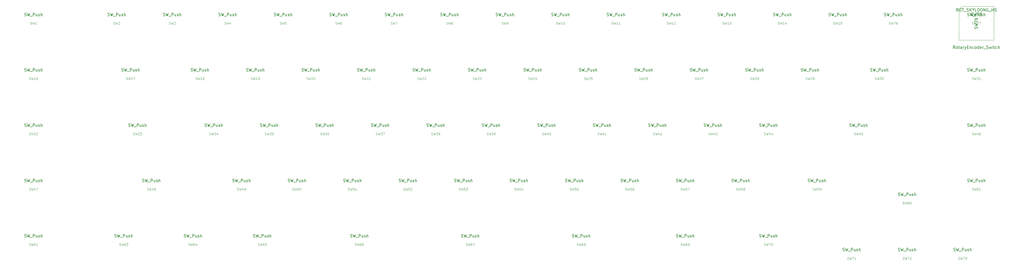
<source format=gbr>
%TF.GenerationSoftware,KiCad,Pcbnew,8.0.8*%
%TF.CreationDate,2025-02-17T20:28:50-06:00*%
%TF.ProjectId,kb,6b622e6b-6963-4616-945f-706362585858,rev?*%
%TF.SameCoordinates,Original*%
%TF.FileFunction,AssemblyDrawing,Top*%
%FSLAX46Y46*%
G04 Gerber Fmt 4.6, Leading zero omitted, Abs format (unit mm)*
G04 Created by KiCad (PCBNEW 8.0.8) date 2025-02-17 20:28:50*
%MOMM*%
%LPD*%
G01*
G04 APERTURE LIST*
%ADD10C,0.150000*%
%ADD11C,0.120000*%
G04 APERTURE END LIST*
D10*
X296439881Y-25432200D02*
X296582738Y-25479819D01*
X296582738Y-25479819D02*
X296820833Y-25479819D01*
X296820833Y-25479819D02*
X296916071Y-25432200D01*
X296916071Y-25432200D02*
X296963690Y-25384580D01*
X296963690Y-25384580D02*
X297011309Y-25289342D01*
X297011309Y-25289342D02*
X297011309Y-25194104D01*
X297011309Y-25194104D02*
X296963690Y-25098866D01*
X296963690Y-25098866D02*
X296916071Y-25051247D01*
X296916071Y-25051247D02*
X296820833Y-25003628D01*
X296820833Y-25003628D02*
X296630357Y-24956009D01*
X296630357Y-24956009D02*
X296535119Y-24908390D01*
X296535119Y-24908390D02*
X296487500Y-24860771D01*
X296487500Y-24860771D02*
X296439881Y-24765533D01*
X296439881Y-24765533D02*
X296439881Y-24670295D01*
X296439881Y-24670295D02*
X296487500Y-24575057D01*
X296487500Y-24575057D02*
X296535119Y-24527438D01*
X296535119Y-24527438D02*
X296630357Y-24479819D01*
X296630357Y-24479819D02*
X296868452Y-24479819D01*
X296868452Y-24479819D02*
X297011309Y-24527438D01*
X297344643Y-24479819D02*
X297582738Y-25479819D01*
X297582738Y-25479819D02*
X297773214Y-24765533D01*
X297773214Y-24765533D02*
X297963690Y-25479819D01*
X297963690Y-25479819D02*
X298201786Y-24479819D01*
X298344643Y-25575057D02*
X299106547Y-25575057D01*
X299344643Y-25479819D02*
X299344643Y-24479819D01*
X299344643Y-24479819D02*
X299725595Y-24479819D01*
X299725595Y-24479819D02*
X299820833Y-24527438D01*
X299820833Y-24527438D02*
X299868452Y-24575057D01*
X299868452Y-24575057D02*
X299916071Y-24670295D01*
X299916071Y-24670295D02*
X299916071Y-24813152D01*
X299916071Y-24813152D02*
X299868452Y-24908390D01*
X299868452Y-24908390D02*
X299820833Y-24956009D01*
X299820833Y-24956009D02*
X299725595Y-25003628D01*
X299725595Y-25003628D02*
X299344643Y-25003628D01*
X300773214Y-24813152D02*
X300773214Y-25479819D01*
X300344643Y-24813152D02*
X300344643Y-25336961D01*
X300344643Y-25336961D02*
X300392262Y-25432200D01*
X300392262Y-25432200D02*
X300487500Y-25479819D01*
X300487500Y-25479819D02*
X300630357Y-25479819D01*
X300630357Y-25479819D02*
X300725595Y-25432200D01*
X300725595Y-25432200D02*
X300773214Y-25384580D01*
X301201786Y-25432200D02*
X301297024Y-25479819D01*
X301297024Y-25479819D02*
X301487500Y-25479819D01*
X301487500Y-25479819D02*
X301582738Y-25432200D01*
X301582738Y-25432200D02*
X301630357Y-25336961D01*
X301630357Y-25336961D02*
X301630357Y-25289342D01*
X301630357Y-25289342D02*
X301582738Y-25194104D01*
X301582738Y-25194104D02*
X301487500Y-25146485D01*
X301487500Y-25146485D02*
X301344643Y-25146485D01*
X301344643Y-25146485D02*
X301249405Y-25098866D01*
X301249405Y-25098866D02*
X301201786Y-25003628D01*
X301201786Y-25003628D02*
X301201786Y-24956009D01*
X301201786Y-24956009D02*
X301249405Y-24860771D01*
X301249405Y-24860771D02*
X301344643Y-24813152D01*
X301344643Y-24813152D02*
X301487500Y-24813152D01*
X301487500Y-24813152D02*
X301582738Y-24860771D01*
X302058929Y-25479819D02*
X302058929Y-24479819D01*
X302487500Y-25479819D02*
X302487500Y-24956009D01*
X302487500Y-24956009D02*
X302439881Y-24860771D01*
X302439881Y-24860771D02*
X302344643Y-24813152D01*
X302344643Y-24813152D02*
X302201786Y-24813152D01*
X302201786Y-24813152D02*
X302106548Y-24860771D01*
X302106548Y-24860771D02*
X302058929Y-24908390D01*
D11*
X298039880Y-28350760D02*
X298154166Y-28388855D01*
X298154166Y-28388855D02*
X298344642Y-28388855D01*
X298344642Y-28388855D02*
X298420833Y-28350760D01*
X298420833Y-28350760D02*
X298458928Y-28312664D01*
X298458928Y-28312664D02*
X298497023Y-28236474D01*
X298497023Y-28236474D02*
X298497023Y-28160283D01*
X298497023Y-28160283D02*
X298458928Y-28084093D01*
X298458928Y-28084093D02*
X298420833Y-28045998D01*
X298420833Y-28045998D02*
X298344642Y-28007902D01*
X298344642Y-28007902D02*
X298192261Y-27969807D01*
X298192261Y-27969807D02*
X298116071Y-27931712D01*
X298116071Y-27931712D02*
X298077976Y-27893617D01*
X298077976Y-27893617D02*
X298039880Y-27817426D01*
X298039880Y-27817426D02*
X298039880Y-27741236D01*
X298039880Y-27741236D02*
X298077976Y-27665045D01*
X298077976Y-27665045D02*
X298116071Y-27626950D01*
X298116071Y-27626950D02*
X298192261Y-27588855D01*
X298192261Y-27588855D02*
X298382738Y-27588855D01*
X298382738Y-27588855D02*
X298497023Y-27626950D01*
X298763690Y-27588855D02*
X298954166Y-28388855D01*
X298954166Y-28388855D02*
X299106547Y-27817426D01*
X299106547Y-27817426D02*
X299258928Y-28388855D01*
X299258928Y-28388855D02*
X299449405Y-27588855D01*
X299677976Y-27588855D02*
X300173214Y-27588855D01*
X300173214Y-27588855D02*
X299906548Y-27893617D01*
X299906548Y-27893617D02*
X300020833Y-27893617D01*
X300020833Y-27893617D02*
X300097024Y-27931712D01*
X300097024Y-27931712D02*
X300135119Y-27969807D01*
X300135119Y-27969807D02*
X300173214Y-28045998D01*
X300173214Y-28045998D02*
X300173214Y-28236474D01*
X300173214Y-28236474D02*
X300135119Y-28312664D01*
X300135119Y-28312664D02*
X300097024Y-28350760D01*
X300097024Y-28350760D02*
X300020833Y-28388855D01*
X300020833Y-28388855D02*
X299792262Y-28388855D01*
X299792262Y-28388855D02*
X299716071Y-28350760D01*
X299716071Y-28350760D02*
X299677976Y-28312664D01*
X300668453Y-27588855D02*
X300744643Y-27588855D01*
X300744643Y-27588855D02*
X300820834Y-27626950D01*
X300820834Y-27626950D02*
X300858929Y-27665045D01*
X300858929Y-27665045D02*
X300897024Y-27741236D01*
X300897024Y-27741236D02*
X300935119Y-27893617D01*
X300935119Y-27893617D02*
X300935119Y-28084093D01*
X300935119Y-28084093D02*
X300897024Y-28236474D01*
X300897024Y-28236474D02*
X300858929Y-28312664D01*
X300858929Y-28312664D02*
X300820834Y-28350760D01*
X300820834Y-28350760D02*
X300744643Y-28388855D01*
X300744643Y-28388855D02*
X300668453Y-28388855D01*
X300668453Y-28388855D02*
X300592262Y-28350760D01*
X300592262Y-28350760D02*
X300554167Y-28312664D01*
X300554167Y-28312664D02*
X300516072Y-28236474D01*
X300516072Y-28236474D02*
X300477976Y-28084093D01*
X300477976Y-28084093D02*
X300477976Y-27893617D01*
X300477976Y-27893617D02*
X300516072Y-27741236D01*
X300516072Y-27741236D02*
X300554167Y-27665045D01*
X300554167Y-27665045D02*
X300592262Y-27626950D01*
X300592262Y-27626950D02*
X300668453Y-27588855D01*
D10*
X41646131Y-44482200D02*
X41788988Y-44529819D01*
X41788988Y-44529819D02*
X42027083Y-44529819D01*
X42027083Y-44529819D02*
X42122321Y-44482200D01*
X42122321Y-44482200D02*
X42169940Y-44434580D01*
X42169940Y-44434580D02*
X42217559Y-44339342D01*
X42217559Y-44339342D02*
X42217559Y-44244104D01*
X42217559Y-44244104D02*
X42169940Y-44148866D01*
X42169940Y-44148866D02*
X42122321Y-44101247D01*
X42122321Y-44101247D02*
X42027083Y-44053628D01*
X42027083Y-44053628D02*
X41836607Y-44006009D01*
X41836607Y-44006009D02*
X41741369Y-43958390D01*
X41741369Y-43958390D02*
X41693750Y-43910771D01*
X41693750Y-43910771D02*
X41646131Y-43815533D01*
X41646131Y-43815533D02*
X41646131Y-43720295D01*
X41646131Y-43720295D02*
X41693750Y-43625057D01*
X41693750Y-43625057D02*
X41741369Y-43577438D01*
X41741369Y-43577438D02*
X41836607Y-43529819D01*
X41836607Y-43529819D02*
X42074702Y-43529819D01*
X42074702Y-43529819D02*
X42217559Y-43577438D01*
X42550893Y-43529819D02*
X42788988Y-44529819D01*
X42788988Y-44529819D02*
X42979464Y-43815533D01*
X42979464Y-43815533D02*
X43169940Y-44529819D01*
X43169940Y-44529819D02*
X43408036Y-43529819D01*
X43550893Y-44625057D02*
X44312797Y-44625057D01*
X44550893Y-44529819D02*
X44550893Y-43529819D01*
X44550893Y-43529819D02*
X44931845Y-43529819D01*
X44931845Y-43529819D02*
X45027083Y-43577438D01*
X45027083Y-43577438D02*
X45074702Y-43625057D01*
X45074702Y-43625057D02*
X45122321Y-43720295D01*
X45122321Y-43720295D02*
X45122321Y-43863152D01*
X45122321Y-43863152D02*
X45074702Y-43958390D01*
X45074702Y-43958390D02*
X45027083Y-44006009D01*
X45027083Y-44006009D02*
X44931845Y-44053628D01*
X44931845Y-44053628D02*
X44550893Y-44053628D01*
X45979464Y-43863152D02*
X45979464Y-44529819D01*
X45550893Y-43863152D02*
X45550893Y-44386961D01*
X45550893Y-44386961D02*
X45598512Y-44482200D01*
X45598512Y-44482200D02*
X45693750Y-44529819D01*
X45693750Y-44529819D02*
X45836607Y-44529819D01*
X45836607Y-44529819D02*
X45931845Y-44482200D01*
X45931845Y-44482200D02*
X45979464Y-44434580D01*
X46408036Y-44482200D02*
X46503274Y-44529819D01*
X46503274Y-44529819D02*
X46693750Y-44529819D01*
X46693750Y-44529819D02*
X46788988Y-44482200D01*
X46788988Y-44482200D02*
X46836607Y-44386961D01*
X46836607Y-44386961D02*
X46836607Y-44339342D01*
X46836607Y-44339342D02*
X46788988Y-44244104D01*
X46788988Y-44244104D02*
X46693750Y-44196485D01*
X46693750Y-44196485D02*
X46550893Y-44196485D01*
X46550893Y-44196485D02*
X46455655Y-44148866D01*
X46455655Y-44148866D02*
X46408036Y-44053628D01*
X46408036Y-44053628D02*
X46408036Y-44006009D01*
X46408036Y-44006009D02*
X46455655Y-43910771D01*
X46455655Y-43910771D02*
X46550893Y-43863152D01*
X46550893Y-43863152D02*
X46693750Y-43863152D01*
X46693750Y-43863152D02*
X46788988Y-43910771D01*
X47265179Y-44529819D02*
X47265179Y-43529819D01*
X47693750Y-44529819D02*
X47693750Y-44006009D01*
X47693750Y-44006009D02*
X47646131Y-43910771D01*
X47646131Y-43910771D02*
X47550893Y-43863152D01*
X47550893Y-43863152D02*
X47408036Y-43863152D01*
X47408036Y-43863152D02*
X47312798Y-43910771D01*
X47312798Y-43910771D02*
X47265179Y-43958390D01*
D11*
X43246130Y-47400760D02*
X43360416Y-47438855D01*
X43360416Y-47438855D02*
X43550892Y-47438855D01*
X43550892Y-47438855D02*
X43627083Y-47400760D01*
X43627083Y-47400760D02*
X43665178Y-47362664D01*
X43665178Y-47362664D02*
X43703273Y-47286474D01*
X43703273Y-47286474D02*
X43703273Y-47210283D01*
X43703273Y-47210283D02*
X43665178Y-47134093D01*
X43665178Y-47134093D02*
X43627083Y-47095998D01*
X43627083Y-47095998D02*
X43550892Y-47057902D01*
X43550892Y-47057902D02*
X43398511Y-47019807D01*
X43398511Y-47019807D02*
X43322321Y-46981712D01*
X43322321Y-46981712D02*
X43284226Y-46943617D01*
X43284226Y-46943617D02*
X43246130Y-46867426D01*
X43246130Y-46867426D02*
X43246130Y-46791236D01*
X43246130Y-46791236D02*
X43284226Y-46715045D01*
X43284226Y-46715045D02*
X43322321Y-46676950D01*
X43322321Y-46676950D02*
X43398511Y-46638855D01*
X43398511Y-46638855D02*
X43588988Y-46638855D01*
X43588988Y-46638855D02*
X43703273Y-46676950D01*
X43969940Y-46638855D02*
X44160416Y-47438855D01*
X44160416Y-47438855D02*
X44312797Y-46867426D01*
X44312797Y-46867426D02*
X44465178Y-47438855D01*
X44465178Y-47438855D02*
X44655655Y-46638855D01*
X44884226Y-46638855D02*
X45379464Y-46638855D01*
X45379464Y-46638855D02*
X45112798Y-46943617D01*
X45112798Y-46943617D02*
X45227083Y-46943617D01*
X45227083Y-46943617D02*
X45303274Y-46981712D01*
X45303274Y-46981712D02*
X45341369Y-47019807D01*
X45341369Y-47019807D02*
X45379464Y-47095998D01*
X45379464Y-47095998D02*
X45379464Y-47286474D01*
X45379464Y-47286474D02*
X45341369Y-47362664D01*
X45341369Y-47362664D02*
X45303274Y-47400760D01*
X45303274Y-47400760D02*
X45227083Y-47438855D01*
X45227083Y-47438855D02*
X44998512Y-47438855D01*
X44998512Y-47438855D02*
X44922321Y-47400760D01*
X44922321Y-47400760D02*
X44884226Y-47362664D01*
X45646131Y-46638855D02*
X46141369Y-46638855D01*
X46141369Y-46638855D02*
X45874703Y-46943617D01*
X45874703Y-46943617D02*
X45988988Y-46943617D01*
X45988988Y-46943617D02*
X46065179Y-46981712D01*
X46065179Y-46981712D02*
X46103274Y-47019807D01*
X46103274Y-47019807D02*
X46141369Y-47095998D01*
X46141369Y-47095998D02*
X46141369Y-47286474D01*
X46141369Y-47286474D02*
X46103274Y-47362664D01*
X46103274Y-47362664D02*
X46065179Y-47400760D01*
X46065179Y-47400760D02*
X45988988Y-47438855D01*
X45988988Y-47438855D02*
X45760417Y-47438855D01*
X45760417Y-47438855D02*
X45684226Y-47400760D01*
X45684226Y-47400760D02*
X45646131Y-47362664D01*
D10*
X329777381Y-25432200D02*
X329920238Y-25479819D01*
X329920238Y-25479819D02*
X330158333Y-25479819D01*
X330158333Y-25479819D02*
X330253571Y-25432200D01*
X330253571Y-25432200D02*
X330301190Y-25384580D01*
X330301190Y-25384580D02*
X330348809Y-25289342D01*
X330348809Y-25289342D02*
X330348809Y-25194104D01*
X330348809Y-25194104D02*
X330301190Y-25098866D01*
X330301190Y-25098866D02*
X330253571Y-25051247D01*
X330253571Y-25051247D02*
X330158333Y-25003628D01*
X330158333Y-25003628D02*
X329967857Y-24956009D01*
X329967857Y-24956009D02*
X329872619Y-24908390D01*
X329872619Y-24908390D02*
X329825000Y-24860771D01*
X329825000Y-24860771D02*
X329777381Y-24765533D01*
X329777381Y-24765533D02*
X329777381Y-24670295D01*
X329777381Y-24670295D02*
X329825000Y-24575057D01*
X329825000Y-24575057D02*
X329872619Y-24527438D01*
X329872619Y-24527438D02*
X329967857Y-24479819D01*
X329967857Y-24479819D02*
X330205952Y-24479819D01*
X330205952Y-24479819D02*
X330348809Y-24527438D01*
X330682143Y-24479819D02*
X330920238Y-25479819D01*
X330920238Y-25479819D02*
X331110714Y-24765533D01*
X331110714Y-24765533D02*
X331301190Y-25479819D01*
X331301190Y-25479819D02*
X331539286Y-24479819D01*
X331682143Y-25575057D02*
X332444047Y-25575057D01*
X332682143Y-25479819D02*
X332682143Y-24479819D01*
X332682143Y-24479819D02*
X333063095Y-24479819D01*
X333063095Y-24479819D02*
X333158333Y-24527438D01*
X333158333Y-24527438D02*
X333205952Y-24575057D01*
X333205952Y-24575057D02*
X333253571Y-24670295D01*
X333253571Y-24670295D02*
X333253571Y-24813152D01*
X333253571Y-24813152D02*
X333205952Y-24908390D01*
X333205952Y-24908390D02*
X333158333Y-24956009D01*
X333158333Y-24956009D02*
X333063095Y-25003628D01*
X333063095Y-25003628D02*
X332682143Y-25003628D01*
X334110714Y-24813152D02*
X334110714Y-25479819D01*
X333682143Y-24813152D02*
X333682143Y-25336961D01*
X333682143Y-25336961D02*
X333729762Y-25432200D01*
X333729762Y-25432200D02*
X333825000Y-25479819D01*
X333825000Y-25479819D02*
X333967857Y-25479819D01*
X333967857Y-25479819D02*
X334063095Y-25432200D01*
X334063095Y-25432200D02*
X334110714Y-25384580D01*
X334539286Y-25432200D02*
X334634524Y-25479819D01*
X334634524Y-25479819D02*
X334825000Y-25479819D01*
X334825000Y-25479819D02*
X334920238Y-25432200D01*
X334920238Y-25432200D02*
X334967857Y-25336961D01*
X334967857Y-25336961D02*
X334967857Y-25289342D01*
X334967857Y-25289342D02*
X334920238Y-25194104D01*
X334920238Y-25194104D02*
X334825000Y-25146485D01*
X334825000Y-25146485D02*
X334682143Y-25146485D01*
X334682143Y-25146485D02*
X334586905Y-25098866D01*
X334586905Y-25098866D02*
X334539286Y-25003628D01*
X334539286Y-25003628D02*
X334539286Y-24956009D01*
X334539286Y-24956009D02*
X334586905Y-24860771D01*
X334586905Y-24860771D02*
X334682143Y-24813152D01*
X334682143Y-24813152D02*
X334825000Y-24813152D01*
X334825000Y-24813152D02*
X334920238Y-24860771D01*
X335396429Y-25479819D02*
X335396429Y-24479819D01*
X335825000Y-25479819D02*
X335825000Y-24956009D01*
X335825000Y-24956009D02*
X335777381Y-24860771D01*
X335777381Y-24860771D02*
X335682143Y-24813152D01*
X335682143Y-24813152D02*
X335539286Y-24813152D01*
X335539286Y-24813152D02*
X335444048Y-24860771D01*
X335444048Y-24860771D02*
X335396429Y-24908390D01*
D11*
X331377380Y-28350760D02*
X331491666Y-28388855D01*
X331491666Y-28388855D02*
X331682142Y-28388855D01*
X331682142Y-28388855D02*
X331758333Y-28350760D01*
X331758333Y-28350760D02*
X331796428Y-28312664D01*
X331796428Y-28312664D02*
X331834523Y-28236474D01*
X331834523Y-28236474D02*
X331834523Y-28160283D01*
X331834523Y-28160283D02*
X331796428Y-28084093D01*
X331796428Y-28084093D02*
X331758333Y-28045998D01*
X331758333Y-28045998D02*
X331682142Y-28007902D01*
X331682142Y-28007902D02*
X331529761Y-27969807D01*
X331529761Y-27969807D02*
X331453571Y-27931712D01*
X331453571Y-27931712D02*
X331415476Y-27893617D01*
X331415476Y-27893617D02*
X331377380Y-27817426D01*
X331377380Y-27817426D02*
X331377380Y-27741236D01*
X331377380Y-27741236D02*
X331415476Y-27665045D01*
X331415476Y-27665045D02*
X331453571Y-27626950D01*
X331453571Y-27626950D02*
X331529761Y-27588855D01*
X331529761Y-27588855D02*
X331720238Y-27588855D01*
X331720238Y-27588855D02*
X331834523Y-27626950D01*
X332101190Y-27588855D02*
X332291666Y-28388855D01*
X332291666Y-28388855D02*
X332444047Y-27817426D01*
X332444047Y-27817426D02*
X332596428Y-28388855D01*
X332596428Y-28388855D02*
X332786905Y-27588855D01*
X333015476Y-27588855D02*
X333510714Y-27588855D01*
X333510714Y-27588855D02*
X333244048Y-27893617D01*
X333244048Y-27893617D02*
X333358333Y-27893617D01*
X333358333Y-27893617D02*
X333434524Y-27931712D01*
X333434524Y-27931712D02*
X333472619Y-27969807D01*
X333472619Y-27969807D02*
X333510714Y-28045998D01*
X333510714Y-28045998D02*
X333510714Y-28236474D01*
X333510714Y-28236474D02*
X333472619Y-28312664D01*
X333472619Y-28312664D02*
X333434524Y-28350760D01*
X333434524Y-28350760D02*
X333358333Y-28388855D01*
X333358333Y-28388855D02*
X333129762Y-28388855D01*
X333129762Y-28388855D02*
X333053571Y-28350760D01*
X333053571Y-28350760D02*
X333015476Y-28312664D01*
X334272619Y-28388855D02*
X333815476Y-28388855D01*
X334044048Y-28388855D02*
X334044048Y-27588855D01*
X334044048Y-27588855D02*
X333967857Y-27703140D01*
X333967857Y-27703140D02*
X333891667Y-27779331D01*
X333891667Y-27779331D02*
X333815476Y-27817426D01*
D10*
X210714881Y-63532200D02*
X210857738Y-63579819D01*
X210857738Y-63579819D02*
X211095833Y-63579819D01*
X211095833Y-63579819D02*
X211191071Y-63532200D01*
X211191071Y-63532200D02*
X211238690Y-63484580D01*
X211238690Y-63484580D02*
X211286309Y-63389342D01*
X211286309Y-63389342D02*
X211286309Y-63294104D01*
X211286309Y-63294104D02*
X211238690Y-63198866D01*
X211238690Y-63198866D02*
X211191071Y-63151247D01*
X211191071Y-63151247D02*
X211095833Y-63103628D01*
X211095833Y-63103628D02*
X210905357Y-63056009D01*
X210905357Y-63056009D02*
X210810119Y-63008390D01*
X210810119Y-63008390D02*
X210762500Y-62960771D01*
X210762500Y-62960771D02*
X210714881Y-62865533D01*
X210714881Y-62865533D02*
X210714881Y-62770295D01*
X210714881Y-62770295D02*
X210762500Y-62675057D01*
X210762500Y-62675057D02*
X210810119Y-62627438D01*
X210810119Y-62627438D02*
X210905357Y-62579819D01*
X210905357Y-62579819D02*
X211143452Y-62579819D01*
X211143452Y-62579819D02*
X211286309Y-62627438D01*
X211619643Y-62579819D02*
X211857738Y-63579819D01*
X211857738Y-63579819D02*
X212048214Y-62865533D01*
X212048214Y-62865533D02*
X212238690Y-63579819D01*
X212238690Y-63579819D02*
X212476786Y-62579819D01*
X212619643Y-63675057D02*
X213381547Y-63675057D01*
X213619643Y-63579819D02*
X213619643Y-62579819D01*
X213619643Y-62579819D02*
X214000595Y-62579819D01*
X214000595Y-62579819D02*
X214095833Y-62627438D01*
X214095833Y-62627438D02*
X214143452Y-62675057D01*
X214143452Y-62675057D02*
X214191071Y-62770295D01*
X214191071Y-62770295D02*
X214191071Y-62913152D01*
X214191071Y-62913152D02*
X214143452Y-63008390D01*
X214143452Y-63008390D02*
X214095833Y-63056009D01*
X214095833Y-63056009D02*
X214000595Y-63103628D01*
X214000595Y-63103628D02*
X213619643Y-63103628D01*
X215048214Y-62913152D02*
X215048214Y-63579819D01*
X214619643Y-62913152D02*
X214619643Y-63436961D01*
X214619643Y-63436961D02*
X214667262Y-63532200D01*
X214667262Y-63532200D02*
X214762500Y-63579819D01*
X214762500Y-63579819D02*
X214905357Y-63579819D01*
X214905357Y-63579819D02*
X215000595Y-63532200D01*
X215000595Y-63532200D02*
X215048214Y-63484580D01*
X215476786Y-63532200D02*
X215572024Y-63579819D01*
X215572024Y-63579819D02*
X215762500Y-63579819D01*
X215762500Y-63579819D02*
X215857738Y-63532200D01*
X215857738Y-63532200D02*
X215905357Y-63436961D01*
X215905357Y-63436961D02*
X215905357Y-63389342D01*
X215905357Y-63389342D02*
X215857738Y-63294104D01*
X215857738Y-63294104D02*
X215762500Y-63246485D01*
X215762500Y-63246485D02*
X215619643Y-63246485D01*
X215619643Y-63246485D02*
X215524405Y-63198866D01*
X215524405Y-63198866D02*
X215476786Y-63103628D01*
X215476786Y-63103628D02*
X215476786Y-63056009D01*
X215476786Y-63056009D02*
X215524405Y-62960771D01*
X215524405Y-62960771D02*
X215619643Y-62913152D01*
X215619643Y-62913152D02*
X215762500Y-62913152D01*
X215762500Y-62913152D02*
X215857738Y-62960771D01*
X216333929Y-63579819D02*
X216333929Y-62579819D01*
X216762500Y-63579819D02*
X216762500Y-63056009D01*
X216762500Y-63056009D02*
X216714881Y-62960771D01*
X216714881Y-62960771D02*
X216619643Y-62913152D01*
X216619643Y-62913152D02*
X216476786Y-62913152D01*
X216476786Y-62913152D02*
X216381548Y-62960771D01*
X216381548Y-62960771D02*
X216333929Y-63008390D01*
D11*
X212314880Y-66450760D02*
X212429166Y-66488855D01*
X212429166Y-66488855D02*
X212619642Y-66488855D01*
X212619642Y-66488855D02*
X212695833Y-66450760D01*
X212695833Y-66450760D02*
X212733928Y-66412664D01*
X212733928Y-66412664D02*
X212772023Y-66336474D01*
X212772023Y-66336474D02*
X212772023Y-66260283D01*
X212772023Y-66260283D02*
X212733928Y-66184093D01*
X212733928Y-66184093D02*
X212695833Y-66145998D01*
X212695833Y-66145998D02*
X212619642Y-66107902D01*
X212619642Y-66107902D02*
X212467261Y-66069807D01*
X212467261Y-66069807D02*
X212391071Y-66031712D01*
X212391071Y-66031712D02*
X212352976Y-65993617D01*
X212352976Y-65993617D02*
X212314880Y-65917426D01*
X212314880Y-65917426D02*
X212314880Y-65841236D01*
X212314880Y-65841236D02*
X212352976Y-65765045D01*
X212352976Y-65765045D02*
X212391071Y-65726950D01*
X212391071Y-65726950D02*
X212467261Y-65688855D01*
X212467261Y-65688855D02*
X212657738Y-65688855D01*
X212657738Y-65688855D02*
X212772023Y-65726950D01*
X213038690Y-65688855D02*
X213229166Y-66488855D01*
X213229166Y-66488855D02*
X213381547Y-65917426D01*
X213381547Y-65917426D02*
X213533928Y-66488855D01*
X213533928Y-66488855D02*
X213724405Y-65688855D01*
X214410119Y-65688855D02*
X214029167Y-65688855D01*
X214029167Y-65688855D02*
X213991071Y-66069807D01*
X213991071Y-66069807D02*
X214029167Y-66031712D01*
X214029167Y-66031712D02*
X214105357Y-65993617D01*
X214105357Y-65993617D02*
X214295833Y-65993617D01*
X214295833Y-65993617D02*
X214372024Y-66031712D01*
X214372024Y-66031712D02*
X214410119Y-66069807D01*
X214410119Y-66069807D02*
X214448214Y-66145998D01*
X214448214Y-66145998D02*
X214448214Y-66336474D01*
X214448214Y-66336474D02*
X214410119Y-66412664D01*
X214410119Y-66412664D02*
X214372024Y-66450760D01*
X214372024Y-66450760D02*
X214295833Y-66488855D01*
X214295833Y-66488855D02*
X214105357Y-66488855D01*
X214105357Y-66488855D02*
X214029167Y-66450760D01*
X214029167Y-66450760D02*
X213991071Y-66412664D01*
X215133929Y-65688855D02*
X214981548Y-65688855D01*
X214981548Y-65688855D02*
X214905357Y-65726950D01*
X214905357Y-65726950D02*
X214867262Y-65765045D01*
X214867262Y-65765045D02*
X214791072Y-65879331D01*
X214791072Y-65879331D02*
X214752976Y-66031712D01*
X214752976Y-66031712D02*
X214752976Y-66336474D01*
X214752976Y-66336474D02*
X214791072Y-66412664D01*
X214791072Y-66412664D02*
X214829167Y-66450760D01*
X214829167Y-66450760D02*
X214905357Y-66488855D01*
X214905357Y-66488855D02*
X215057738Y-66488855D01*
X215057738Y-66488855D02*
X215133929Y-66450760D01*
X215133929Y-66450760D02*
X215172024Y-66412664D01*
X215172024Y-66412664D02*
X215210119Y-66336474D01*
X215210119Y-66336474D02*
X215210119Y-66145998D01*
X215210119Y-66145998D02*
X215172024Y-66069807D01*
X215172024Y-66069807D02*
X215133929Y-66031712D01*
X215133929Y-66031712D02*
X215057738Y-65993617D01*
X215057738Y-65993617D02*
X214905357Y-65993617D01*
X214905357Y-65993617D02*
X214829167Y-66031712D01*
X214829167Y-66031712D02*
X214791072Y-66069807D01*
X214791072Y-66069807D02*
X214752976Y-66145998D01*
D10*
X158327381Y-25432200D02*
X158470238Y-25479819D01*
X158470238Y-25479819D02*
X158708333Y-25479819D01*
X158708333Y-25479819D02*
X158803571Y-25432200D01*
X158803571Y-25432200D02*
X158851190Y-25384580D01*
X158851190Y-25384580D02*
X158898809Y-25289342D01*
X158898809Y-25289342D02*
X158898809Y-25194104D01*
X158898809Y-25194104D02*
X158851190Y-25098866D01*
X158851190Y-25098866D02*
X158803571Y-25051247D01*
X158803571Y-25051247D02*
X158708333Y-25003628D01*
X158708333Y-25003628D02*
X158517857Y-24956009D01*
X158517857Y-24956009D02*
X158422619Y-24908390D01*
X158422619Y-24908390D02*
X158375000Y-24860771D01*
X158375000Y-24860771D02*
X158327381Y-24765533D01*
X158327381Y-24765533D02*
X158327381Y-24670295D01*
X158327381Y-24670295D02*
X158375000Y-24575057D01*
X158375000Y-24575057D02*
X158422619Y-24527438D01*
X158422619Y-24527438D02*
X158517857Y-24479819D01*
X158517857Y-24479819D02*
X158755952Y-24479819D01*
X158755952Y-24479819D02*
X158898809Y-24527438D01*
X159232143Y-24479819D02*
X159470238Y-25479819D01*
X159470238Y-25479819D02*
X159660714Y-24765533D01*
X159660714Y-24765533D02*
X159851190Y-25479819D01*
X159851190Y-25479819D02*
X160089286Y-24479819D01*
X160232143Y-25575057D02*
X160994047Y-25575057D01*
X161232143Y-25479819D02*
X161232143Y-24479819D01*
X161232143Y-24479819D02*
X161613095Y-24479819D01*
X161613095Y-24479819D02*
X161708333Y-24527438D01*
X161708333Y-24527438D02*
X161755952Y-24575057D01*
X161755952Y-24575057D02*
X161803571Y-24670295D01*
X161803571Y-24670295D02*
X161803571Y-24813152D01*
X161803571Y-24813152D02*
X161755952Y-24908390D01*
X161755952Y-24908390D02*
X161708333Y-24956009D01*
X161708333Y-24956009D02*
X161613095Y-25003628D01*
X161613095Y-25003628D02*
X161232143Y-25003628D01*
X162660714Y-24813152D02*
X162660714Y-25479819D01*
X162232143Y-24813152D02*
X162232143Y-25336961D01*
X162232143Y-25336961D02*
X162279762Y-25432200D01*
X162279762Y-25432200D02*
X162375000Y-25479819D01*
X162375000Y-25479819D02*
X162517857Y-25479819D01*
X162517857Y-25479819D02*
X162613095Y-25432200D01*
X162613095Y-25432200D02*
X162660714Y-25384580D01*
X163089286Y-25432200D02*
X163184524Y-25479819D01*
X163184524Y-25479819D02*
X163375000Y-25479819D01*
X163375000Y-25479819D02*
X163470238Y-25432200D01*
X163470238Y-25432200D02*
X163517857Y-25336961D01*
X163517857Y-25336961D02*
X163517857Y-25289342D01*
X163517857Y-25289342D02*
X163470238Y-25194104D01*
X163470238Y-25194104D02*
X163375000Y-25146485D01*
X163375000Y-25146485D02*
X163232143Y-25146485D01*
X163232143Y-25146485D02*
X163136905Y-25098866D01*
X163136905Y-25098866D02*
X163089286Y-25003628D01*
X163089286Y-25003628D02*
X163089286Y-24956009D01*
X163089286Y-24956009D02*
X163136905Y-24860771D01*
X163136905Y-24860771D02*
X163232143Y-24813152D01*
X163232143Y-24813152D02*
X163375000Y-24813152D01*
X163375000Y-24813152D02*
X163470238Y-24860771D01*
X163946429Y-25479819D02*
X163946429Y-24479819D01*
X164375000Y-25479819D02*
X164375000Y-24956009D01*
X164375000Y-24956009D02*
X164327381Y-24860771D01*
X164327381Y-24860771D02*
X164232143Y-24813152D01*
X164232143Y-24813152D02*
X164089286Y-24813152D01*
X164089286Y-24813152D02*
X163994048Y-24860771D01*
X163994048Y-24860771D02*
X163946429Y-24908390D01*
D11*
X159927380Y-28350760D02*
X160041666Y-28388855D01*
X160041666Y-28388855D02*
X160232142Y-28388855D01*
X160232142Y-28388855D02*
X160308333Y-28350760D01*
X160308333Y-28350760D02*
X160346428Y-28312664D01*
X160346428Y-28312664D02*
X160384523Y-28236474D01*
X160384523Y-28236474D02*
X160384523Y-28160283D01*
X160384523Y-28160283D02*
X160346428Y-28084093D01*
X160346428Y-28084093D02*
X160308333Y-28045998D01*
X160308333Y-28045998D02*
X160232142Y-28007902D01*
X160232142Y-28007902D02*
X160079761Y-27969807D01*
X160079761Y-27969807D02*
X160003571Y-27931712D01*
X160003571Y-27931712D02*
X159965476Y-27893617D01*
X159965476Y-27893617D02*
X159927380Y-27817426D01*
X159927380Y-27817426D02*
X159927380Y-27741236D01*
X159927380Y-27741236D02*
X159965476Y-27665045D01*
X159965476Y-27665045D02*
X160003571Y-27626950D01*
X160003571Y-27626950D02*
X160079761Y-27588855D01*
X160079761Y-27588855D02*
X160270238Y-27588855D01*
X160270238Y-27588855D02*
X160384523Y-27626950D01*
X160651190Y-27588855D02*
X160841666Y-28388855D01*
X160841666Y-28388855D02*
X160994047Y-27817426D01*
X160994047Y-27817426D02*
X161146428Y-28388855D01*
X161146428Y-28388855D02*
X161336905Y-27588855D01*
X161603571Y-27665045D02*
X161641667Y-27626950D01*
X161641667Y-27626950D02*
X161717857Y-27588855D01*
X161717857Y-27588855D02*
X161908333Y-27588855D01*
X161908333Y-27588855D02*
X161984524Y-27626950D01*
X161984524Y-27626950D02*
X162022619Y-27665045D01*
X162022619Y-27665045D02*
X162060714Y-27741236D01*
X162060714Y-27741236D02*
X162060714Y-27817426D01*
X162060714Y-27817426D02*
X162022619Y-27931712D01*
X162022619Y-27931712D02*
X161565476Y-28388855D01*
X161565476Y-28388855D02*
X162060714Y-28388855D01*
X162327381Y-27588855D02*
X162822619Y-27588855D01*
X162822619Y-27588855D02*
X162555953Y-27893617D01*
X162555953Y-27893617D02*
X162670238Y-27893617D01*
X162670238Y-27893617D02*
X162746429Y-27931712D01*
X162746429Y-27931712D02*
X162784524Y-27969807D01*
X162784524Y-27969807D02*
X162822619Y-28045998D01*
X162822619Y-28045998D02*
X162822619Y-28236474D01*
X162822619Y-28236474D02*
X162784524Y-28312664D01*
X162784524Y-28312664D02*
X162746429Y-28350760D01*
X162746429Y-28350760D02*
X162670238Y-28388855D01*
X162670238Y-28388855D02*
X162441667Y-28388855D01*
X162441667Y-28388855D02*
X162365476Y-28350760D01*
X162365476Y-28350760D02*
X162327381Y-28312664D01*
D10*
X220239881Y-44482200D02*
X220382738Y-44529819D01*
X220382738Y-44529819D02*
X220620833Y-44529819D01*
X220620833Y-44529819D02*
X220716071Y-44482200D01*
X220716071Y-44482200D02*
X220763690Y-44434580D01*
X220763690Y-44434580D02*
X220811309Y-44339342D01*
X220811309Y-44339342D02*
X220811309Y-44244104D01*
X220811309Y-44244104D02*
X220763690Y-44148866D01*
X220763690Y-44148866D02*
X220716071Y-44101247D01*
X220716071Y-44101247D02*
X220620833Y-44053628D01*
X220620833Y-44053628D02*
X220430357Y-44006009D01*
X220430357Y-44006009D02*
X220335119Y-43958390D01*
X220335119Y-43958390D02*
X220287500Y-43910771D01*
X220287500Y-43910771D02*
X220239881Y-43815533D01*
X220239881Y-43815533D02*
X220239881Y-43720295D01*
X220239881Y-43720295D02*
X220287500Y-43625057D01*
X220287500Y-43625057D02*
X220335119Y-43577438D01*
X220335119Y-43577438D02*
X220430357Y-43529819D01*
X220430357Y-43529819D02*
X220668452Y-43529819D01*
X220668452Y-43529819D02*
X220811309Y-43577438D01*
X221144643Y-43529819D02*
X221382738Y-44529819D01*
X221382738Y-44529819D02*
X221573214Y-43815533D01*
X221573214Y-43815533D02*
X221763690Y-44529819D01*
X221763690Y-44529819D02*
X222001786Y-43529819D01*
X222144643Y-44625057D02*
X222906547Y-44625057D01*
X223144643Y-44529819D02*
X223144643Y-43529819D01*
X223144643Y-43529819D02*
X223525595Y-43529819D01*
X223525595Y-43529819D02*
X223620833Y-43577438D01*
X223620833Y-43577438D02*
X223668452Y-43625057D01*
X223668452Y-43625057D02*
X223716071Y-43720295D01*
X223716071Y-43720295D02*
X223716071Y-43863152D01*
X223716071Y-43863152D02*
X223668452Y-43958390D01*
X223668452Y-43958390D02*
X223620833Y-44006009D01*
X223620833Y-44006009D02*
X223525595Y-44053628D01*
X223525595Y-44053628D02*
X223144643Y-44053628D01*
X224573214Y-43863152D02*
X224573214Y-44529819D01*
X224144643Y-43863152D02*
X224144643Y-44386961D01*
X224144643Y-44386961D02*
X224192262Y-44482200D01*
X224192262Y-44482200D02*
X224287500Y-44529819D01*
X224287500Y-44529819D02*
X224430357Y-44529819D01*
X224430357Y-44529819D02*
X224525595Y-44482200D01*
X224525595Y-44482200D02*
X224573214Y-44434580D01*
X225001786Y-44482200D02*
X225097024Y-44529819D01*
X225097024Y-44529819D02*
X225287500Y-44529819D01*
X225287500Y-44529819D02*
X225382738Y-44482200D01*
X225382738Y-44482200D02*
X225430357Y-44386961D01*
X225430357Y-44386961D02*
X225430357Y-44339342D01*
X225430357Y-44339342D02*
X225382738Y-44244104D01*
X225382738Y-44244104D02*
X225287500Y-44196485D01*
X225287500Y-44196485D02*
X225144643Y-44196485D01*
X225144643Y-44196485D02*
X225049405Y-44148866D01*
X225049405Y-44148866D02*
X225001786Y-44053628D01*
X225001786Y-44053628D02*
X225001786Y-44006009D01*
X225001786Y-44006009D02*
X225049405Y-43910771D01*
X225049405Y-43910771D02*
X225144643Y-43863152D01*
X225144643Y-43863152D02*
X225287500Y-43863152D01*
X225287500Y-43863152D02*
X225382738Y-43910771D01*
X225858929Y-44529819D02*
X225858929Y-43529819D01*
X226287500Y-44529819D02*
X226287500Y-44006009D01*
X226287500Y-44006009D02*
X226239881Y-43910771D01*
X226239881Y-43910771D02*
X226144643Y-43863152D01*
X226144643Y-43863152D02*
X226001786Y-43863152D01*
X226001786Y-43863152D02*
X225906548Y-43910771D01*
X225906548Y-43910771D02*
X225858929Y-43958390D01*
D11*
X221839880Y-47400760D02*
X221954166Y-47438855D01*
X221954166Y-47438855D02*
X222144642Y-47438855D01*
X222144642Y-47438855D02*
X222220833Y-47400760D01*
X222220833Y-47400760D02*
X222258928Y-47362664D01*
X222258928Y-47362664D02*
X222297023Y-47286474D01*
X222297023Y-47286474D02*
X222297023Y-47210283D01*
X222297023Y-47210283D02*
X222258928Y-47134093D01*
X222258928Y-47134093D02*
X222220833Y-47095998D01*
X222220833Y-47095998D02*
X222144642Y-47057902D01*
X222144642Y-47057902D02*
X221992261Y-47019807D01*
X221992261Y-47019807D02*
X221916071Y-46981712D01*
X221916071Y-46981712D02*
X221877976Y-46943617D01*
X221877976Y-46943617D02*
X221839880Y-46867426D01*
X221839880Y-46867426D02*
X221839880Y-46791236D01*
X221839880Y-46791236D02*
X221877976Y-46715045D01*
X221877976Y-46715045D02*
X221916071Y-46676950D01*
X221916071Y-46676950D02*
X221992261Y-46638855D01*
X221992261Y-46638855D02*
X222182738Y-46638855D01*
X222182738Y-46638855D02*
X222297023Y-46676950D01*
X222563690Y-46638855D02*
X222754166Y-47438855D01*
X222754166Y-47438855D02*
X222906547Y-46867426D01*
X222906547Y-46867426D02*
X223058928Y-47438855D01*
X223058928Y-47438855D02*
X223249405Y-46638855D01*
X223897024Y-46905521D02*
X223897024Y-47438855D01*
X223706548Y-46600760D02*
X223516071Y-47172188D01*
X223516071Y-47172188D02*
X224011310Y-47172188D01*
X224277976Y-46715045D02*
X224316072Y-46676950D01*
X224316072Y-46676950D02*
X224392262Y-46638855D01*
X224392262Y-46638855D02*
X224582738Y-46638855D01*
X224582738Y-46638855D02*
X224658929Y-46676950D01*
X224658929Y-46676950D02*
X224697024Y-46715045D01*
X224697024Y-46715045D02*
X224735119Y-46791236D01*
X224735119Y-46791236D02*
X224735119Y-46867426D01*
X224735119Y-46867426D02*
X224697024Y-46981712D01*
X224697024Y-46981712D02*
X224239881Y-47438855D01*
X224239881Y-47438855D02*
X224735119Y-47438855D01*
D10*
X172614881Y-63532200D02*
X172757738Y-63579819D01*
X172757738Y-63579819D02*
X172995833Y-63579819D01*
X172995833Y-63579819D02*
X173091071Y-63532200D01*
X173091071Y-63532200D02*
X173138690Y-63484580D01*
X173138690Y-63484580D02*
X173186309Y-63389342D01*
X173186309Y-63389342D02*
X173186309Y-63294104D01*
X173186309Y-63294104D02*
X173138690Y-63198866D01*
X173138690Y-63198866D02*
X173091071Y-63151247D01*
X173091071Y-63151247D02*
X172995833Y-63103628D01*
X172995833Y-63103628D02*
X172805357Y-63056009D01*
X172805357Y-63056009D02*
X172710119Y-63008390D01*
X172710119Y-63008390D02*
X172662500Y-62960771D01*
X172662500Y-62960771D02*
X172614881Y-62865533D01*
X172614881Y-62865533D02*
X172614881Y-62770295D01*
X172614881Y-62770295D02*
X172662500Y-62675057D01*
X172662500Y-62675057D02*
X172710119Y-62627438D01*
X172710119Y-62627438D02*
X172805357Y-62579819D01*
X172805357Y-62579819D02*
X173043452Y-62579819D01*
X173043452Y-62579819D02*
X173186309Y-62627438D01*
X173519643Y-62579819D02*
X173757738Y-63579819D01*
X173757738Y-63579819D02*
X173948214Y-62865533D01*
X173948214Y-62865533D02*
X174138690Y-63579819D01*
X174138690Y-63579819D02*
X174376786Y-62579819D01*
X174519643Y-63675057D02*
X175281547Y-63675057D01*
X175519643Y-63579819D02*
X175519643Y-62579819D01*
X175519643Y-62579819D02*
X175900595Y-62579819D01*
X175900595Y-62579819D02*
X175995833Y-62627438D01*
X175995833Y-62627438D02*
X176043452Y-62675057D01*
X176043452Y-62675057D02*
X176091071Y-62770295D01*
X176091071Y-62770295D02*
X176091071Y-62913152D01*
X176091071Y-62913152D02*
X176043452Y-63008390D01*
X176043452Y-63008390D02*
X175995833Y-63056009D01*
X175995833Y-63056009D02*
X175900595Y-63103628D01*
X175900595Y-63103628D02*
X175519643Y-63103628D01*
X176948214Y-62913152D02*
X176948214Y-63579819D01*
X176519643Y-62913152D02*
X176519643Y-63436961D01*
X176519643Y-63436961D02*
X176567262Y-63532200D01*
X176567262Y-63532200D02*
X176662500Y-63579819D01*
X176662500Y-63579819D02*
X176805357Y-63579819D01*
X176805357Y-63579819D02*
X176900595Y-63532200D01*
X176900595Y-63532200D02*
X176948214Y-63484580D01*
X177376786Y-63532200D02*
X177472024Y-63579819D01*
X177472024Y-63579819D02*
X177662500Y-63579819D01*
X177662500Y-63579819D02*
X177757738Y-63532200D01*
X177757738Y-63532200D02*
X177805357Y-63436961D01*
X177805357Y-63436961D02*
X177805357Y-63389342D01*
X177805357Y-63389342D02*
X177757738Y-63294104D01*
X177757738Y-63294104D02*
X177662500Y-63246485D01*
X177662500Y-63246485D02*
X177519643Y-63246485D01*
X177519643Y-63246485D02*
X177424405Y-63198866D01*
X177424405Y-63198866D02*
X177376786Y-63103628D01*
X177376786Y-63103628D02*
X177376786Y-63056009D01*
X177376786Y-63056009D02*
X177424405Y-62960771D01*
X177424405Y-62960771D02*
X177519643Y-62913152D01*
X177519643Y-62913152D02*
X177662500Y-62913152D01*
X177662500Y-62913152D02*
X177757738Y-62960771D01*
X178233929Y-63579819D02*
X178233929Y-62579819D01*
X178662500Y-63579819D02*
X178662500Y-63056009D01*
X178662500Y-63056009D02*
X178614881Y-62960771D01*
X178614881Y-62960771D02*
X178519643Y-62913152D01*
X178519643Y-62913152D02*
X178376786Y-62913152D01*
X178376786Y-62913152D02*
X178281548Y-62960771D01*
X178281548Y-62960771D02*
X178233929Y-63008390D01*
D11*
X174214880Y-66450760D02*
X174329166Y-66488855D01*
X174329166Y-66488855D02*
X174519642Y-66488855D01*
X174519642Y-66488855D02*
X174595833Y-66450760D01*
X174595833Y-66450760D02*
X174633928Y-66412664D01*
X174633928Y-66412664D02*
X174672023Y-66336474D01*
X174672023Y-66336474D02*
X174672023Y-66260283D01*
X174672023Y-66260283D02*
X174633928Y-66184093D01*
X174633928Y-66184093D02*
X174595833Y-66145998D01*
X174595833Y-66145998D02*
X174519642Y-66107902D01*
X174519642Y-66107902D02*
X174367261Y-66069807D01*
X174367261Y-66069807D02*
X174291071Y-66031712D01*
X174291071Y-66031712D02*
X174252976Y-65993617D01*
X174252976Y-65993617D02*
X174214880Y-65917426D01*
X174214880Y-65917426D02*
X174214880Y-65841236D01*
X174214880Y-65841236D02*
X174252976Y-65765045D01*
X174252976Y-65765045D02*
X174291071Y-65726950D01*
X174291071Y-65726950D02*
X174367261Y-65688855D01*
X174367261Y-65688855D02*
X174557738Y-65688855D01*
X174557738Y-65688855D02*
X174672023Y-65726950D01*
X174938690Y-65688855D02*
X175129166Y-66488855D01*
X175129166Y-66488855D02*
X175281547Y-65917426D01*
X175281547Y-65917426D02*
X175433928Y-66488855D01*
X175433928Y-66488855D02*
X175624405Y-65688855D01*
X176310119Y-65688855D02*
X175929167Y-65688855D01*
X175929167Y-65688855D02*
X175891071Y-66069807D01*
X175891071Y-66069807D02*
X175929167Y-66031712D01*
X175929167Y-66031712D02*
X176005357Y-65993617D01*
X176005357Y-65993617D02*
X176195833Y-65993617D01*
X176195833Y-65993617D02*
X176272024Y-66031712D01*
X176272024Y-66031712D02*
X176310119Y-66069807D01*
X176310119Y-66069807D02*
X176348214Y-66145998D01*
X176348214Y-66145998D02*
X176348214Y-66336474D01*
X176348214Y-66336474D02*
X176310119Y-66412664D01*
X176310119Y-66412664D02*
X176272024Y-66450760D01*
X176272024Y-66450760D02*
X176195833Y-66488855D01*
X176195833Y-66488855D02*
X176005357Y-66488855D01*
X176005357Y-66488855D02*
X175929167Y-66450760D01*
X175929167Y-66450760D02*
X175891071Y-66412664D01*
X177033929Y-65955521D02*
X177033929Y-66488855D01*
X176843453Y-65650760D02*
X176652976Y-66222188D01*
X176652976Y-66222188D02*
X177148215Y-66222188D01*
D10*
X84508631Y-82582200D02*
X84651488Y-82629819D01*
X84651488Y-82629819D02*
X84889583Y-82629819D01*
X84889583Y-82629819D02*
X84984821Y-82582200D01*
X84984821Y-82582200D02*
X85032440Y-82534580D01*
X85032440Y-82534580D02*
X85080059Y-82439342D01*
X85080059Y-82439342D02*
X85080059Y-82344104D01*
X85080059Y-82344104D02*
X85032440Y-82248866D01*
X85032440Y-82248866D02*
X84984821Y-82201247D01*
X84984821Y-82201247D02*
X84889583Y-82153628D01*
X84889583Y-82153628D02*
X84699107Y-82106009D01*
X84699107Y-82106009D02*
X84603869Y-82058390D01*
X84603869Y-82058390D02*
X84556250Y-82010771D01*
X84556250Y-82010771D02*
X84508631Y-81915533D01*
X84508631Y-81915533D02*
X84508631Y-81820295D01*
X84508631Y-81820295D02*
X84556250Y-81725057D01*
X84556250Y-81725057D02*
X84603869Y-81677438D01*
X84603869Y-81677438D02*
X84699107Y-81629819D01*
X84699107Y-81629819D02*
X84937202Y-81629819D01*
X84937202Y-81629819D02*
X85080059Y-81677438D01*
X85413393Y-81629819D02*
X85651488Y-82629819D01*
X85651488Y-82629819D02*
X85841964Y-81915533D01*
X85841964Y-81915533D02*
X86032440Y-82629819D01*
X86032440Y-82629819D02*
X86270536Y-81629819D01*
X86413393Y-82725057D02*
X87175297Y-82725057D01*
X87413393Y-82629819D02*
X87413393Y-81629819D01*
X87413393Y-81629819D02*
X87794345Y-81629819D01*
X87794345Y-81629819D02*
X87889583Y-81677438D01*
X87889583Y-81677438D02*
X87937202Y-81725057D01*
X87937202Y-81725057D02*
X87984821Y-81820295D01*
X87984821Y-81820295D02*
X87984821Y-81963152D01*
X87984821Y-81963152D02*
X87937202Y-82058390D01*
X87937202Y-82058390D02*
X87889583Y-82106009D01*
X87889583Y-82106009D02*
X87794345Y-82153628D01*
X87794345Y-82153628D02*
X87413393Y-82153628D01*
X88841964Y-81963152D02*
X88841964Y-82629819D01*
X88413393Y-81963152D02*
X88413393Y-82486961D01*
X88413393Y-82486961D02*
X88461012Y-82582200D01*
X88461012Y-82582200D02*
X88556250Y-82629819D01*
X88556250Y-82629819D02*
X88699107Y-82629819D01*
X88699107Y-82629819D02*
X88794345Y-82582200D01*
X88794345Y-82582200D02*
X88841964Y-82534580D01*
X89270536Y-82582200D02*
X89365774Y-82629819D01*
X89365774Y-82629819D02*
X89556250Y-82629819D01*
X89556250Y-82629819D02*
X89651488Y-82582200D01*
X89651488Y-82582200D02*
X89699107Y-82486961D01*
X89699107Y-82486961D02*
X89699107Y-82439342D01*
X89699107Y-82439342D02*
X89651488Y-82344104D01*
X89651488Y-82344104D02*
X89556250Y-82296485D01*
X89556250Y-82296485D02*
X89413393Y-82296485D01*
X89413393Y-82296485D02*
X89318155Y-82248866D01*
X89318155Y-82248866D02*
X89270536Y-82153628D01*
X89270536Y-82153628D02*
X89270536Y-82106009D01*
X89270536Y-82106009D02*
X89318155Y-82010771D01*
X89318155Y-82010771D02*
X89413393Y-81963152D01*
X89413393Y-81963152D02*
X89556250Y-81963152D01*
X89556250Y-81963152D02*
X89651488Y-82010771D01*
X90127679Y-82629819D02*
X90127679Y-81629819D01*
X90556250Y-82629819D02*
X90556250Y-82106009D01*
X90556250Y-82106009D02*
X90508631Y-82010771D01*
X90508631Y-82010771D02*
X90413393Y-81963152D01*
X90413393Y-81963152D02*
X90270536Y-81963152D01*
X90270536Y-81963152D02*
X90175298Y-82010771D01*
X90175298Y-82010771D02*
X90127679Y-82058390D01*
D11*
X86108630Y-85500760D02*
X86222916Y-85538855D01*
X86222916Y-85538855D02*
X86413392Y-85538855D01*
X86413392Y-85538855D02*
X86489583Y-85500760D01*
X86489583Y-85500760D02*
X86527678Y-85462664D01*
X86527678Y-85462664D02*
X86565773Y-85386474D01*
X86565773Y-85386474D02*
X86565773Y-85310283D01*
X86565773Y-85310283D02*
X86527678Y-85234093D01*
X86527678Y-85234093D02*
X86489583Y-85195998D01*
X86489583Y-85195998D02*
X86413392Y-85157902D01*
X86413392Y-85157902D02*
X86261011Y-85119807D01*
X86261011Y-85119807D02*
X86184821Y-85081712D01*
X86184821Y-85081712D02*
X86146726Y-85043617D01*
X86146726Y-85043617D02*
X86108630Y-84967426D01*
X86108630Y-84967426D02*
X86108630Y-84891236D01*
X86108630Y-84891236D02*
X86146726Y-84815045D01*
X86146726Y-84815045D02*
X86184821Y-84776950D01*
X86184821Y-84776950D02*
X86261011Y-84738855D01*
X86261011Y-84738855D02*
X86451488Y-84738855D01*
X86451488Y-84738855D02*
X86565773Y-84776950D01*
X86832440Y-84738855D02*
X87022916Y-85538855D01*
X87022916Y-85538855D02*
X87175297Y-84967426D01*
X87175297Y-84967426D02*
X87327678Y-85538855D01*
X87327678Y-85538855D02*
X87518155Y-84738855D01*
X88165774Y-84738855D02*
X88013393Y-84738855D01*
X88013393Y-84738855D02*
X87937202Y-84776950D01*
X87937202Y-84776950D02*
X87899107Y-84815045D01*
X87899107Y-84815045D02*
X87822917Y-84929331D01*
X87822917Y-84929331D02*
X87784821Y-85081712D01*
X87784821Y-85081712D02*
X87784821Y-85386474D01*
X87784821Y-85386474D02*
X87822917Y-85462664D01*
X87822917Y-85462664D02*
X87861012Y-85500760D01*
X87861012Y-85500760D02*
X87937202Y-85538855D01*
X87937202Y-85538855D02*
X88089583Y-85538855D01*
X88089583Y-85538855D02*
X88165774Y-85500760D01*
X88165774Y-85500760D02*
X88203869Y-85462664D01*
X88203869Y-85462664D02*
X88241964Y-85386474D01*
X88241964Y-85386474D02*
X88241964Y-85195998D01*
X88241964Y-85195998D02*
X88203869Y-85119807D01*
X88203869Y-85119807D02*
X88165774Y-85081712D01*
X88165774Y-85081712D02*
X88089583Y-85043617D01*
X88089583Y-85043617D02*
X87937202Y-85043617D01*
X87937202Y-85043617D02*
X87861012Y-85081712D01*
X87861012Y-85081712D02*
X87822917Y-85119807D01*
X87822917Y-85119807D02*
X87784821Y-85195998D01*
X88965774Y-84738855D02*
X88584822Y-84738855D01*
X88584822Y-84738855D02*
X88546726Y-85119807D01*
X88546726Y-85119807D02*
X88584822Y-85081712D01*
X88584822Y-85081712D02*
X88661012Y-85043617D01*
X88661012Y-85043617D02*
X88851488Y-85043617D01*
X88851488Y-85043617D02*
X88927679Y-85081712D01*
X88927679Y-85081712D02*
X88965774Y-85119807D01*
X88965774Y-85119807D02*
X89003869Y-85195998D01*
X89003869Y-85195998D02*
X89003869Y-85386474D01*
X89003869Y-85386474D02*
X88965774Y-85462664D01*
X88965774Y-85462664D02*
X88927679Y-85500760D01*
X88927679Y-85500760D02*
X88851488Y-85538855D01*
X88851488Y-85538855D02*
X88661012Y-85538855D01*
X88661012Y-85538855D02*
X88584822Y-85500760D01*
X88584822Y-85500760D02*
X88546726Y-85462664D01*
D10*
X275008631Y-63532200D02*
X275151488Y-63579819D01*
X275151488Y-63579819D02*
X275389583Y-63579819D01*
X275389583Y-63579819D02*
X275484821Y-63532200D01*
X275484821Y-63532200D02*
X275532440Y-63484580D01*
X275532440Y-63484580D02*
X275580059Y-63389342D01*
X275580059Y-63389342D02*
X275580059Y-63294104D01*
X275580059Y-63294104D02*
X275532440Y-63198866D01*
X275532440Y-63198866D02*
X275484821Y-63151247D01*
X275484821Y-63151247D02*
X275389583Y-63103628D01*
X275389583Y-63103628D02*
X275199107Y-63056009D01*
X275199107Y-63056009D02*
X275103869Y-63008390D01*
X275103869Y-63008390D02*
X275056250Y-62960771D01*
X275056250Y-62960771D02*
X275008631Y-62865533D01*
X275008631Y-62865533D02*
X275008631Y-62770295D01*
X275008631Y-62770295D02*
X275056250Y-62675057D01*
X275056250Y-62675057D02*
X275103869Y-62627438D01*
X275103869Y-62627438D02*
X275199107Y-62579819D01*
X275199107Y-62579819D02*
X275437202Y-62579819D01*
X275437202Y-62579819D02*
X275580059Y-62627438D01*
X275913393Y-62579819D02*
X276151488Y-63579819D01*
X276151488Y-63579819D02*
X276341964Y-62865533D01*
X276341964Y-62865533D02*
X276532440Y-63579819D01*
X276532440Y-63579819D02*
X276770536Y-62579819D01*
X276913393Y-63675057D02*
X277675297Y-63675057D01*
X277913393Y-63579819D02*
X277913393Y-62579819D01*
X277913393Y-62579819D02*
X278294345Y-62579819D01*
X278294345Y-62579819D02*
X278389583Y-62627438D01*
X278389583Y-62627438D02*
X278437202Y-62675057D01*
X278437202Y-62675057D02*
X278484821Y-62770295D01*
X278484821Y-62770295D02*
X278484821Y-62913152D01*
X278484821Y-62913152D02*
X278437202Y-63008390D01*
X278437202Y-63008390D02*
X278389583Y-63056009D01*
X278389583Y-63056009D02*
X278294345Y-63103628D01*
X278294345Y-63103628D02*
X277913393Y-63103628D01*
X279341964Y-62913152D02*
X279341964Y-63579819D01*
X278913393Y-62913152D02*
X278913393Y-63436961D01*
X278913393Y-63436961D02*
X278961012Y-63532200D01*
X278961012Y-63532200D02*
X279056250Y-63579819D01*
X279056250Y-63579819D02*
X279199107Y-63579819D01*
X279199107Y-63579819D02*
X279294345Y-63532200D01*
X279294345Y-63532200D02*
X279341964Y-63484580D01*
X279770536Y-63532200D02*
X279865774Y-63579819D01*
X279865774Y-63579819D02*
X280056250Y-63579819D01*
X280056250Y-63579819D02*
X280151488Y-63532200D01*
X280151488Y-63532200D02*
X280199107Y-63436961D01*
X280199107Y-63436961D02*
X280199107Y-63389342D01*
X280199107Y-63389342D02*
X280151488Y-63294104D01*
X280151488Y-63294104D02*
X280056250Y-63246485D01*
X280056250Y-63246485D02*
X279913393Y-63246485D01*
X279913393Y-63246485D02*
X279818155Y-63198866D01*
X279818155Y-63198866D02*
X279770536Y-63103628D01*
X279770536Y-63103628D02*
X279770536Y-63056009D01*
X279770536Y-63056009D02*
X279818155Y-62960771D01*
X279818155Y-62960771D02*
X279913393Y-62913152D01*
X279913393Y-62913152D02*
X280056250Y-62913152D01*
X280056250Y-62913152D02*
X280151488Y-62960771D01*
X280627679Y-63579819D02*
X280627679Y-62579819D01*
X281056250Y-63579819D02*
X281056250Y-63056009D01*
X281056250Y-63056009D02*
X281008631Y-62960771D01*
X281008631Y-62960771D02*
X280913393Y-62913152D01*
X280913393Y-62913152D02*
X280770536Y-62913152D01*
X280770536Y-62913152D02*
X280675298Y-62960771D01*
X280675298Y-62960771D02*
X280627679Y-63008390D01*
D11*
X276608630Y-66450760D02*
X276722916Y-66488855D01*
X276722916Y-66488855D02*
X276913392Y-66488855D01*
X276913392Y-66488855D02*
X276989583Y-66450760D01*
X276989583Y-66450760D02*
X277027678Y-66412664D01*
X277027678Y-66412664D02*
X277065773Y-66336474D01*
X277065773Y-66336474D02*
X277065773Y-66260283D01*
X277065773Y-66260283D02*
X277027678Y-66184093D01*
X277027678Y-66184093D02*
X276989583Y-66145998D01*
X276989583Y-66145998D02*
X276913392Y-66107902D01*
X276913392Y-66107902D02*
X276761011Y-66069807D01*
X276761011Y-66069807D02*
X276684821Y-66031712D01*
X276684821Y-66031712D02*
X276646726Y-65993617D01*
X276646726Y-65993617D02*
X276608630Y-65917426D01*
X276608630Y-65917426D02*
X276608630Y-65841236D01*
X276608630Y-65841236D02*
X276646726Y-65765045D01*
X276646726Y-65765045D02*
X276684821Y-65726950D01*
X276684821Y-65726950D02*
X276761011Y-65688855D01*
X276761011Y-65688855D02*
X276951488Y-65688855D01*
X276951488Y-65688855D02*
X277065773Y-65726950D01*
X277332440Y-65688855D02*
X277522916Y-66488855D01*
X277522916Y-66488855D02*
X277675297Y-65917426D01*
X277675297Y-65917426D02*
X277827678Y-66488855D01*
X277827678Y-66488855D02*
X278018155Y-65688855D01*
X278703869Y-65688855D02*
X278322917Y-65688855D01*
X278322917Y-65688855D02*
X278284821Y-66069807D01*
X278284821Y-66069807D02*
X278322917Y-66031712D01*
X278322917Y-66031712D02*
X278399107Y-65993617D01*
X278399107Y-65993617D02*
X278589583Y-65993617D01*
X278589583Y-65993617D02*
X278665774Y-66031712D01*
X278665774Y-66031712D02*
X278703869Y-66069807D01*
X278703869Y-66069807D02*
X278741964Y-66145998D01*
X278741964Y-66145998D02*
X278741964Y-66336474D01*
X278741964Y-66336474D02*
X278703869Y-66412664D01*
X278703869Y-66412664D02*
X278665774Y-66450760D01*
X278665774Y-66450760D02*
X278589583Y-66488855D01*
X278589583Y-66488855D02*
X278399107Y-66488855D01*
X278399107Y-66488855D02*
X278322917Y-66450760D01*
X278322917Y-66450760D02*
X278284821Y-66412664D01*
X279122917Y-66488855D02*
X279275298Y-66488855D01*
X279275298Y-66488855D02*
X279351488Y-66450760D01*
X279351488Y-66450760D02*
X279389584Y-66412664D01*
X279389584Y-66412664D02*
X279465774Y-66298379D01*
X279465774Y-66298379D02*
X279503869Y-66145998D01*
X279503869Y-66145998D02*
X279503869Y-65841236D01*
X279503869Y-65841236D02*
X279465774Y-65765045D01*
X279465774Y-65765045D02*
X279427679Y-65726950D01*
X279427679Y-65726950D02*
X279351488Y-65688855D01*
X279351488Y-65688855D02*
X279199107Y-65688855D01*
X279199107Y-65688855D02*
X279122917Y-65726950D01*
X279122917Y-65726950D02*
X279084822Y-65765045D01*
X279084822Y-65765045D02*
X279046726Y-65841236D01*
X279046726Y-65841236D02*
X279046726Y-66031712D01*
X279046726Y-66031712D02*
X279084822Y-66107902D01*
X279084822Y-66107902D02*
X279122917Y-66145998D01*
X279122917Y-66145998D02*
X279199107Y-66184093D01*
X279199107Y-66184093D02*
X279351488Y-66184093D01*
X279351488Y-66184093D02*
X279427679Y-66145998D01*
X279427679Y-66145998D02*
X279465774Y-66107902D01*
X279465774Y-66107902D02*
X279503869Y-66031712D01*
D10*
X110702381Y-6382200D02*
X110845238Y-6429819D01*
X110845238Y-6429819D02*
X111083333Y-6429819D01*
X111083333Y-6429819D02*
X111178571Y-6382200D01*
X111178571Y-6382200D02*
X111226190Y-6334580D01*
X111226190Y-6334580D02*
X111273809Y-6239342D01*
X111273809Y-6239342D02*
X111273809Y-6144104D01*
X111273809Y-6144104D02*
X111226190Y-6048866D01*
X111226190Y-6048866D02*
X111178571Y-6001247D01*
X111178571Y-6001247D02*
X111083333Y-5953628D01*
X111083333Y-5953628D02*
X110892857Y-5906009D01*
X110892857Y-5906009D02*
X110797619Y-5858390D01*
X110797619Y-5858390D02*
X110750000Y-5810771D01*
X110750000Y-5810771D02*
X110702381Y-5715533D01*
X110702381Y-5715533D02*
X110702381Y-5620295D01*
X110702381Y-5620295D02*
X110750000Y-5525057D01*
X110750000Y-5525057D02*
X110797619Y-5477438D01*
X110797619Y-5477438D02*
X110892857Y-5429819D01*
X110892857Y-5429819D02*
X111130952Y-5429819D01*
X111130952Y-5429819D02*
X111273809Y-5477438D01*
X111607143Y-5429819D02*
X111845238Y-6429819D01*
X111845238Y-6429819D02*
X112035714Y-5715533D01*
X112035714Y-5715533D02*
X112226190Y-6429819D01*
X112226190Y-6429819D02*
X112464286Y-5429819D01*
X112607143Y-6525057D02*
X113369047Y-6525057D01*
X113607143Y-6429819D02*
X113607143Y-5429819D01*
X113607143Y-5429819D02*
X113988095Y-5429819D01*
X113988095Y-5429819D02*
X114083333Y-5477438D01*
X114083333Y-5477438D02*
X114130952Y-5525057D01*
X114130952Y-5525057D02*
X114178571Y-5620295D01*
X114178571Y-5620295D02*
X114178571Y-5763152D01*
X114178571Y-5763152D02*
X114130952Y-5858390D01*
X114130952Y-5858390D02*
X114083333Y-5906009D01*
X114083333Y-5906009D02*
X113988095Y-5953628D01*
X113988095Y-5953628D02*
X113607143Y-5953628D01*
X115035714Y-5763152D02*
X115035714Y-6429819D01*
X114607143Y-5763152D02*
X114607143Y-6286961D01*
X114607143Y-6286961D02*
X114654762Y-6382200D01*
X114654762Y-6382200D02*
X114750000Y-6429819D01*
X114750000Y-6429819D02*
X114892857Y-6429819D01*
X114892857Y-6429819D02*
X114988095Y-6382200D01*
X114988095Y-6382200D02*
X115035714Y-6334580D01*
X115464286Y-6382200D02*
X115559524Y-6429819D01*
X115559524Y-6429819D02*
X115750000Y-6429819D01*
X115750000Y-6429819D02*
X115845238Y-6382200D01*
X115845238Y-6382200D02*
X115892857Y-6286961D01*
X115892857Y-6286961D02*
X115892857Y-6239342D01*
X115892857Y-6239342D02*
X115845238Y-6144104D01*
X115845238Y-6144104D02*
X115750000Y-6096485D01*
X115750000Y-6096485D02*
X115607143Y-6096485D01*
X115607143Y-6096485D02*
X115511905Y-6048866D01*
X115511905Y-6048866D02*
X115464286Y-5953628D01*
X115464286Y-5953628D02*
X115464286Y-5906009D01*
X115464286Y-5906009D02*
X115511905Y-5810771D01*
X115511905Y-5810771D02*
X115607143Y-5763152D01*
X115607143Y-5763152D02*
X115750000Y-5763152D01*
X115750000Y-5763152D02*
X115845238Y-5810771D01*
X116321429Y-6429819D02*
X116321429Y-5429819D01*
X116750000Y-6429819D02*
X116750000Y-5906009D01*
X116750000Y-5906009D02*
X116702381Y-5810771D01*
X116702381Y-5810771D02*
X116607143Y-5763152D01*
X116607143Y-5763152D02*
X116464286Y-5763152D01*
X116464286Y-5763152D02*
X116369048Y-5810771D01*
X116369048Y-5810771D02*
X116321429Y-5858390D01*
D11*
X112683332Y-9300760D02*
X112797618Y-9338855D01*
X112797618Y-9338855D02*
X112988094Y-9338855D01*
X112988094Y-9338855D02*
X113064285Y-9300760D01*
X113064285Y-9300760D02*
X113102380Y-9262664D01*
X113102380Y-9262664D02*
X113140475Y-9186474D01*
X113140475Y-9186474D02*
X113140475Y-9110283D01*
X113140475Y-9110283D02*
X113102380Y-9034093D01*
X113102380Y-9034093D02*
X113064285Y-8995998D01*
X113064285Y-8995998D02*
X112988094Y-8957902D01*
X112988094Y-8957902D02*
X112835713Y-8919807D01*
X112835713Y-8919807D02*
X112759523Y-8881712D01*
X112759523Y-8881712D02*
X112721428Y-8843617D01*
X112721428Y-8843617D02*
X112683332Y-8767426D01*
X112683332Y-8767426D02*
X112683332Y-8691236D01*
X112683332Y-8691236D02*
X112721428Y-8615045D01*
X112721428Y-8615045D02*
X112759523Y-8576950D01*
X112759523Y-8576950D02*
X112835713Y-8538855D01*
X112835713Y-8538855D02*
X113026190Y-8538855D01*
X113026190Y-8538855D02*
X113140475Y-8576950D01*
X113407142Y-8538855D02*
X113597618Y-9338855D01*
X113597618Y-9338855D02*
X113749999Y-8767426D01*
X113749999Y-8767426D02*
X113902380Y-9338855D01*
X113902380Y-9338855D02*
X114092857Y-8538855D01*
X114740476Y-8538855D02*
X114588095Y-8538855D01*
X114588095Y-8538855D02*
X114511904Y-8576950D01*
X114511904Y-8576950D02*
X114473809Y-8615045D01*
X114473809Y-8615045D02*
X114397619Y-8729331D01*
X114397619Y-8729331D02*
X114359523Y-8881712D01*
X114359523Y-8881712D02*
X114359523Y-9186474D01*
X114359523Y-9186474D02*
X114397619Y-9262664D01*
X114397619Y-9262664D02*
X114435714Y-9300760D01*
X114435714Y-9300760D02*
X114511904Y-9338855D01*
X114511904Y-9338855D02*
X114664285Y-9338855D01*
X114664285Y-9338855D02*
X114740476Y-9300760D01*
X114740476Y-9300760D02*
X114778571Y-9262664D01*
X114778571Y-9262664D02*
X114816666Y-9186474D01*
X114816666Y-9186474D02*
X114816666Y-8995998D01*
X114816666Y-8995998D02*
X114778571Y-8919807D01*
X114778571Y-8919807D02*
X114740476Y-8881712D01*
X114740476Y-8881712D02*
X114664285Y-8843617D01*
X114664285Y-8843617D02*
X114511904Y-8843617D01*
X114511904Y-8843617D02*
X114435714Y-8881712D01*
X114435714Y-8881712D02*
X114397619Y-8919807D01*
X114397619Y-8919807D02*
X114359523Y-8995998D01*
D10*
X329777381Y-63532200D02*
X329920238Y-63579819D01*
X329920238Y-63579819D02*
X330158333Y-63579819D01*
X330158333Y-63579819D02*
X330253571Y-63532200D01*
X330253571Y-63532200D02*
X330301190Y-63484580D01*
X330301190Y-63484580D02*
X330348809Y-63389342D01*
X330348809Y-63389342D02*
X330348809Y-63294104D01*
X330348809Y-63294104D02*
X330301190Y-63198866D01*
X330301190Y-63198866D02*
X330253571Y-63151247D01*
X330253571Y-63151247D02*
X330158333Y-63103628D01*
X330158333Y-63103628D02*
X329967857Y-63056009D01*
X329967857Y-63056009D02*
X329872619Y-63008390D01*
X329872619Y-63008390D02*
X329825000Y-62960771D01*
X329825000Y-62960771D02*
X329777381Y-62865533D01*
X329777381Y-62865533D02*
X329777381Y-62770295D01*
X329777381Y-62770295D02*
X329825000Y-62675057D01*
X329825000Y-62675057D02*
X329872619Y-62627438D01*
X329872619Y-62627438D02*
X329967857Y-62579819D01*
X329967857Y-62579819D02*
X330205952Y-62579819D01*
X330205952Y-62579819D02*
X330348809Y-62627438D01*
X330682143Y-62579819D02*
X330920238Y-63579819D01*
X330920238Y-63579819D02*
X331110714Y-62865533D01*
X331110714Y-62865533D02*
X331301190Y-63579819D01*
X331301190Y-63579819D02*
X331539286Y-62579819D01*
X331682143Y-63675057D02*
X332444047Y-63675057D01*
X332682143Y-63579819D02*
X332682143Y-62579819D01*
X332682143Y-62579819D02*
X333063095Y-62579819D01*
X333063095Y-62579819D02*
X333158333Y-62627438D01*
X333158333Y-62627438D02*
X333205952Y-62675057D01*
X333205952Y-62675057D02*
X333253571Y-62770295D01*
X333253571Y-62770295D02*
X333253571Y-62913152D01*
X333253571Y-62913152D02*
X333205952Y-63008390D01*
X333205952Y-63008390D02*
X333158333Y-63056009D01*
X333158333Y-63056009D02*
X333063095Y-63103628D01*
X333063095Y-63103628D02*
X332682143Y-63103628D01*
X334110714Y-62913152D02*
X334110714Y-63579819D01*
X333682143Y-62913152D02*
X333682143Y-63436961D01*
X333682143Y-63436961D02*
X333729762Y-63532200D01*
X333729762Y-63532200D02*
X333825000Y-63579819D01*
X333825000Y-63579819D02*
X333967857Y-63579819D01*
X333967857Y-63579819D02*
X334063095Y-63532200D01*
X334063095Y-63532200D02*
X334110714Y-63484580D01*
X334539286Y-63532200D02*
X334634524Y-63579819D01*
X334634524Y-63579819D02*
X334825000Y-63579819D01*
X334825000Y-63579819D02*
X334920238Y-63532200D01*
X334920238Y-63532200D02*
X334967857Y-63436961D01*
X334967857Y-63436961D02*
X334967857Y-63389342D01*
X334967857Y-63389342D02*
X334920238Y-63294104D01*
X334920238Y-63294104D02*
X334825000Y-63246485D01*
X334825000Y-63246485D02*
X334682143Y-63246485D01*
X334682143Y-63246485D02*
X334586905Y-63198866D01*
X334586905Y-63198866D02*
X334539286Y-63103628D01*
X334539286Y-63103628D02*
X334539286Y-63056009D01*
X334539286Y-63056009D02*
X334586905Y-62960771D01*
X334586905Y-62960771D02*
X334682143Y-62913152D01*
X334682143Y-62913152D02*
X334825000Y-62913152D01*
X334825000Y-62913152D02*
X334920238Y-62960771D01*
X335396429Y-63579819D02*
X335396429Y-62579819D01*
X335825000Y-63579819D02*
X335825000Y-63056009D01*
X335825000Y-63056009D02*
X335777381Y-62960771D01*
X335777381Y-62960771D02*
X335682143Y-62913152D01*
X335682143Y-62913152D02*
X335539286Y-62913152D01*
X335539286Y-62913152D02*
X335444048Y-62960771D01*
X335444048Y-62960771D02*
X335396429Y-63008390D01*
D11*
X331377380Y-66450760D02*
X331491666Y-66488855D01*
X331491666Y-66488855D02*
X331682142Y-66488855D01*
X331682142Y-66488855D02*
X331758333Y-66450760D01*
X331758333Y-66450760D02*
X331796428Y-66412664D01*
X331796428Y-66412664D02*
X331834523Y-66336474D01*
X331834523Y-66336474D02*
X331834523Y-66260283D01*
X331834523Y-66260283D02*
X331796428Y-66184093D01*
X331796428Y-66184093D02*
X331758333Y-66145998D01*
X331758333Y-66145998D02*
X331682142Y-66107902D01*
X331682142Y-66107902D02*
X331529761Y-66069807D01*
X331529761Y-66069807D02*
X331453571Y-66031712D01*
X331453571Y-66031712D02*
X331415476Y-65993617D01*
X331415476Y-65993617D02*
X331377380Y-65917426D01*
X331377380Y-65917426D02*
X331377380Y-65841236D01*
X331377380Y-65841236D02*
X331415476Y-65765045D01*
X331415476Y-65765045D02*
X331453571Y-65726950D01*
X331453571Y-65726950D02*
X331529761Y-65688855D01*
X331529761Y-65688855D02*
X331720238Y-65688855D01*
X331720238Y-65688855D02*
X331834523Y-65726950D01*
X332101190Y-65688855D02*
X332291666Y-66488855D01*
X332291666Y-66488855D02*
X332444047Y-65917426D01*
X332444047Y-65917426D02*
X332596428Y-66488855D01*
X332596428Y-66488855D02*
X332786905Y-65688855D01*
X333434524Y-65688855D02*
X333282143Y-65688855D01*
X333282143Y-65688855D02*
X333205952Y-65726950D01*
X333205952Y-65726950D02*
X333167857Y-65765045D01*
X333167857Y-65765045D02*
X333091667Y-65879331D01*
X333091667Y-65879331D02*
X333053571Y-66031712D01*
X333053571Y-66031712D02*
X333053571Y-66336474D01*
X333053571Y-66336474D02*
X333091667Y-66412664D01*
X333091667Y-66412664D02*
X333129762Y-66450760D01*
X333129762Y-66450760D02*
X333205952Y-66488855D01*
X333205952Y-66488855D02*
X333358333Y-66488855D01*
X333358333Y-66488855D02*
X333434524Y-66450760D01*
X333434524Y-66450760D02*
X333472619Y-66412664D01*
X333472619Y-66412664D02*
X333510714Y-66336474D01*
X333510714Y-66336474D02*
X333510714Y-66145998D01*
X333510714Y-66145998D02*
X333472619Y-66069807D01*
X333472619Y-66069807D02*
X333434524Y-66031712D01*
X333434524Y-66031712D02*
X333358333Y-65993617D01*
X333358333Y-65993617D02*
X333205952Y-65993617D01*
X333205952Y-65993617D02*
X333129762Y-66031712D01*
X333129762Y-66031712D02*
X333091667Y-66069807D01*
X333091667Y-66069807D02*
X333053571Y-66145998D01*
X334272619Y-66488855D02*
X333815476Y-66488855D01*
X334044048Y-66488855D02*
X334044048Y-65688855D01*
X334044048Y-65688855D02*
X333967857Y-65803140D01*
X333967857Y-65803140D02*
X333891667Y-65879331D01*
X333891667Y-65879331D02*
X333815476Y-65917426D01*
D10*
X239289881Y-44482200D02*
X239432738Y-44529819D01*
X239432738Y-44529819D02*
X239670833Y-44529819D01*
X239670833Y-44529819D02*
X239766071Y-44482200D01*
X239766071Y-44482200D02*
X239813690Y-44434580D01*
X239813690Y-44434580D02*
X239861309Y-44339342D01*
X239861309Y-44339342D02*
X239861309Y-44244104D01*
X239861309Y-44244104D02*
X239813690Y-44148866D01*
X239813690Y-44148866D02*
X239766071Y-44101247D01*
X239766071Y-44101247D02*
X239670833Y-44053628D01*
X239670833Y-44053628D02*
X239480357Y-44006009D01*
X239480357Y-44006009D02*
X239385119Y-43958390D01*
X239385119Y-43958390D02*
X239337500Y-43910771D01*
X239337500Y-43910771D02*
X239289881Y-43815533D01*
X239289881Y-43815533D02*
X239289881Y-43720295D01*
X239289881Y-43720295D02*
X239337500Y-43625057D01*
X239337500Y-43625057D02*
X239385119Y-43577438D01*
X239385119Y-43577438D02*
X239480357Y-43529819D01*
X239480357Y-43529819D02*
X239718452Y-43529819D01*
X239718452Y-43529819D02*
X239861309Y-43577438D01*
X240194643Y-43529819D02*
X240432738Y-44529819D01*
X240432738Y-44529819D02*
X240623214Y-43815533D01*
X240623214Y-43815533D02*
X240813690Y-44529819D01*
X240813690Y-44529819D02*
X241051786Y-43529819D01*
X241194643Y-44625057D02*
X241956547Y-44625057D01*
X242194643Y-44529819D02*
X242194643Y-43529819D01*
X242194643Y-43529819D02*
X242575595Y-43529819D01*
X242575595Y-43529819D02*
X242670833Y-43577438D01*
X242670833Y-43577438D02*
X242718452Y-43625057D01*
X242718452Y-43625057D02*
X242766071Y-43720295D01*
X242766071Y-43720295D02*
X242766071Y-43863152D01*
X242766071Y-43863152D02*
X242718452Y-43958390D01*
X242718452Y-43958390D02*
X242670833Y-44006009D01*
X242670833Y-44006009D02*
X242575595Y-44053628D01*
X242575595Y-44053628D02*
X242194643Y-44053628D01*
X243623214Y-43863152D02*
X243623214Y-44529819D01*
X243194643Y-43863152D02*
X243194643Y-44386961D01*
X243194643Y-44386961D02*
X243242262Y-44482200D01*
X243242262Y-44482200D02*
X243337500Y-44529819D01*
X243337500Y-44529819D02*
X243480357Y-44529819D01*
X243480357Y-44529819D02*
X243575595Y-44482200D01*
X243575595Y-44482200D02*
X243623214Y-44434580D01*
X244051786Y-44482200D02*
X244147024Y-44529819D01*
X244147024Y-44529819D02*
X244337500Y-44529819D01*
X244337500Y-44529819D02*
X244432738Y-44482200D01*
X244432738Y-44482200D02*
X244480357Y-44386961D01*
X244480357Y-44386961D02*
X244480357Y-44339342D01*
X244480357Y-44339342D02*
X244432738Y-44244104D01*
X244432738Y-44244104D02*
X244337500Y-44196485D01*
X244337500Y-44196485D02*
X244194643Y-44196485D01*
X244194643Y-44196485D02*
X244099405Y-44148866D01*
X244099405Y-44148866D02*
X244051786Y-44053628D01*
X244051786Y-44053628D02*
X244051786Y-44006009D01*
X244051786Y-44006009D02*
X244099405Y-43910771D01*
X244099405Y-43910771D02*
X244194643Y-43863152D01*
X244194643Y-43863152D02*
X244337500Y-43863152D01*
X244337500Y-43863152D02*
X244432738Y-43910771D01*
X244908929Y-44529819D02*
X244908929Y-43529819D01*
X245337500Y-44529819D02*
X245337500Y-44006009D01*
X245337500Y-44006009D02*
X245289881Y-43910771D01*
X245289881Y-43910771D02*
X245194643Y-43863152D01*
X245194643Y-43863152D02*
X245051786Y-43863152D01*
X245051786Y-43863152D02*
X244956548Y-43910771D01*
X244956548Y-43910771D02*
X244908929Y-43958390D01*
D11*
X240889880Y-47400760D02*
X241004166Y-47438855D01*
X241004166Y-47438855D02*
X241194642Y-47438855D01*
X241194642Y-47438855D02*
X241270833Y-47400760D01*
X241270833Y-47400760D02*
X241308928Y-47362664D01*
X241308928Y-47362664D02*
X241347023Y-47286474D01*
X241347023Y-47286474D02*
X241347023Y-47210283D01*
X241347023Y-47210283D02*
X241308928Y-47134093D01*
X241308928Y-47134093D02*
X241270833Y-47095998D01*
X241270833Y-47095998D02*
X241194642Y-47057902D01*
X241194642Y-47057902D02*
X241042261Y-47019807D01*
X241042261Y-47019807D02*
X240966071Y-46981712D01*
X240966071Y-46981712D02*
X240927976Y-46943617D01*
X240927976Y-46943617D02*
X240889880Y-46867426D01*
X240889880Y-46867426D02*
X240889880Y-46791236D01*
X240889880Y-46791236D02*
X240927976Y-46715045D01*
X240927976Y-46715045D02*
X240966071Y-46676950D01*
X240966071Y-46676950D02*
X241042261Y-46638855D01*
X241042261Y-46638855D02*
X241232738Y-46638855D01*
X241232738Y-46638855D02*
X241347023Y-46676950D01*
X241613690Y-46638855D02*
X241804166Y-47438855D01*
X241804166Y-47438855D02*
X241956547Y-46867426D01*
X241956547Y-46867426D02*
X242108928Y-47438855D01*
X242108928Y-47438855D02*
X242299405Y-46638855D01*
X242947024Y-46905521D02*
X242947024Y-47438855D01*
X242756548Y-46600760D02*
X242566071Y-47172188D01*
X242566071Y-47172188D02*
X243061310Y-47172188D01*
X243289881Y-46638855D02*
X243785119Y-46638855D01*
X243785119Y-46638855D02*
X243518453Y-46943617D01*
X243518453Y-46943617D02*
X243632738Y-46943617D01*
X243632738Y-46943617D02*
X243708929Y-46981712D01*
X243708929Y-46981712D02*
X243747024Y-47019807D01*
X243747024Y-47019807D02*
X243785119Y-47095998D01*
X243785119Y-47095998D02*
X243785119Y-47286474D01*
X243785119Y-47286474D02*
X243747024Y-47362664D01*
X243747024Y-47362664D02*
X243708929Y-47400760D01*
X243708929Y-47400760D02*
X243632738Y-47438855D01*
X243632738Y-47438855D02*
X243404167Y-47438855D01*
X243404167Y-47438855D02*
X243327976Y-47400760D01*
X243327976Y-47400760D02*
X243289881Y-47362664D01*
D10*
X46408631Y-63532200D02*
X46551488Y-63579819D01*
X46551488Y-63579819D02*
X46789583Y-63579819D01*
X46789583Y-63579819D02*
X46884821Y-63532200D01*
X46884821Y-63532200D02*
X46932440Y-63484580D01*
X46932440Y-63484580D02*
X46980059Y-63389342D01*
X46980059Y-63389342D02*
X46980059Y-63294104D01*
X46980059Y-63294104D02*
X46932440Y-63198866D01*
X46932440Y-63198866D02*
X46884821Y-63151247D01*
X46884821Y-63151247D02*
X46789583Y-63103628D01*
X46789583Y-63103628D02*
X46599107Y-63056009D01*
X46599107Y-63056009D02*
X46503869Y-63008390D01*
X46503869Y-63008390D02*
X46456250Y-62960771D01*
X46456250Y-62960771D02*
X46408631Y-62865533D01*
X46408631Y-62865533D02*
X46408631Y-62770295D01*
X46408631Y-62770295D02*
X46456250Y-62675057D01*
X46456250Y-62675057D02*
X46503869Y-62627438D01*
X46503869Y-62627438D02*
X46599107Y-62579819D01*
X46599107Y-62579819D02*
X46837202Y-62579819D01*
X46837202Y-62579819D02*
X46980059Y-62627438D01*
X47313393Y-62579819D02*
X47551488Y-63579819D01*
X47551488Y-63579819D02*
X47741964Y-62865533D01*
X47741964Y-62865533D02*
X47932440Y-63579819D01*
X47932440Y-63579819D02*
X48170536Y-62579819D01*
X48313393Y-63675057D02*
X49075297Y-63675057D01*
X49313393Y-63579819D02*
X49313393Y-62579819D01*
X49313393Y-62579819D02*
X49694345Y-62579819D01*
X49694345Y-62579819D02*
X49789583Y-62627438D01*
X49789583Y-62627438D02*
X49837202Y-62675057D01*
X49837202Y-62675057D02*
X49884821Y-62770295D01*
X49884821Y-62770295D02*
X49884821Y-62913152D01*
X49884821Y-62913152D02*
X49837202Y-63008390D01*
X49837202Y-63008390D02*
X49789583Y-63056009D01*
X49789583Y-63056009D02*
X49694345Y-63103628D01*
X49694345Y-63103628D02*
X49313393Y-63103628D01*
X50741964Y-62913152D02*
X50741964Y-63579819D01*
X50313393Y-62913152D02*
X50313393Y-63436961D01*
X50313393Y-63436961D02*
X50361012Y-63532200D01*
X50361012Y-63532200D02*
X50456250Y-63579819D01*
X50456250Y-63579819D02*
X50599107Y-63579819D01*
X50599107Y-63579819D02*
X50694345Y-63532200D01*
X50694345Y-63532200D02*
X50741964Y-63484580D01*
X51170536Y-63532200D02*
X51265774Y-63579819D01*
X51265774Y-63579819D02*
X51456250Y-63579819D01*
X51456250Y-63579819D02*
X51551488Y-63532200D01*
X51551488Y-63532200D02*
X51599107Y-63436961D01*
X51599107Y-63436961D02*
X51599107Y-63389342D01*
X51599107Y-63389342D02*
X51551488Y-63294104D01*
X51551488Y-63294104D02*
X51456250Y-63246485D01*
X51456250Y-63246485D02*
X51313393Y-63246485D01*
X51313393Y-63246485D02*
X51218155Y-63198866D01*
X51218155Y-63198866D02*
X51170536Y-63103628D01*
X51170536Y-63103628D02*
X51170536Y-63056009D01*
X51170536Y-63056009D02*
X51218155Y-62960771D01*
X51218155Y-62960771D02*
X51313393Y-62913152D01*
X51313393Y-62913152D02*
X51456250Y-62913152D01*
X51456250Y-62913152D02*
X51551488Y-62960771D01*
X52027679Y-63579819D02*
X52027679Y-62579819D01*
X52456250Y-63579819D02*
X52456250Y-63056009D01*
X52456250Y-63056009D02*
X52408631Y-62960771D01*
X52408631Y-62960771D02*
X52313393Y-62913152D01*
X52313393Y-62913152D02*
X52170536Y-62913152D01*
X52170536Y-62913152D02*
X52075298Y-62960771D01*
X52075298Y-62960771D02*
X52027679Y-63008390D01*
D11*
X48008630Y-66450760D02*
X48122916Y-66488855D01*
X48122916Y-66488855D02*
X48313392Y-66488855D01*
X48313392Y-66488855D02*
X48389583Y-66450760D01*
X48389583Y-66450760D02*
X48427678Y-66412664D01*
X48427678Y-66412664D02*
X48465773Y-66336474D01*
X48465773Y-66336474D02*
X48465773Y-66260283D01*
X48465773Y-66260283D02*
X48427678Y-66184093D01*
X48427678Y-66184093D02*
X48389583Y-66145998D01*
X48389583Y-66145998D02*
X48313392Y-66107902D01*
X48313392Y-66107902D02*
X48161011Y-66069807D01*
X48161011Y-66069807D02*
X48084821Y-66031712D01*
X48084821Y-66031712D02*
X48046726Y-65993617D01*
X48046726Y-65993617D02*
X48008630Y-65917426D01*
X48008630Y-65917426D02*
X48008630Y-65841236D01*
X48008630Y-65841236D02*
X48046726Y-65765045D01*
X48046726Y-65765045D02*
X48084821Y-65726950D01*
X48084821Y-65726950D02*
X48161011Y-65688855D01*
X48161011Y-65688855D02*
X48351488Y-65688855D01*
X48351488Y-65688855D02*
X48465773Y-65726950D01*
X48732440Y-65688855D02*
X48922916Y-66488855D01*
X48922916Y-66488855D02*
X49075297Y-65917426D01*
X49075297Y-65917426D02*
X49227678Y-66488855D01*
X49227678Y-66488855D02*
X49418155Y-65688855D01*
X50065774Y-65955521D02*
X50065774Y-66488855D01*
X49875298Y-65650760D02*
X49684821Y-66222188D01*
X49684821Y-66222188D02*
X50180060Y-66222188D01*
X50599107Y-66031712D02*
X50522917Y-65993617D01*
X50522917Y-65993617D02*
X50484822Y-65955521D01*
X50484822Y-65955521D02*
X50446726Y-65879331D01*
X50446726Y-65879331D02*
X50446726Y-65841236D01*
X50446726Y-65841236D02*
X50484822Y-65765045D01*
X50484822Y-65765045D02*
X50522917Y-65726950D01*
X50522917Y-65726950D02*
X50599107Y-65688855D01*
X50599107Y-65688855D02*
X50751488Y-65688855D01*
X50751488Y-65688855D02*
X50827679Y-65726950D01*
X50827679Y-65726950D02*
X50865774Y-65765045D01*
X50865774Y-65765045D02*
X50903869Y-65841236D01*
X50903869Y-65841236D02*
X50903869Y-65879331D01*
X50903869Y-65879331D02*
X50865774Y-65955521D01*
X50865774Y-65955521D02*
X50827679Y-65993617D01*
X50827679Y-65993617D02*
X50751488Y-66031712D01*
X50751488Y-66031712D02*
X50599107Y-66031712D01*
X50599107Y-66031712D02*
X50522917Y-66069807D01*
X50522917Y-66069807D02*
X50484822Y-66107902D01*
X50484822Y-66107902D02*
X50446726Y-66184093D01*
X50446726Y-66184093D02*
X50446726Y-66336474D01*
X50446726Y-66336474D02*
X50484822Y-66412664D01*
X50484822Y-66412664D02*
X50522917Y-66450760D01*
X50522917Y-66450760D02*
X50599107Y-66488855D01*
X50599107Y-66488855D02*
X50751488Y-66488855D01*
X50751488Y-66488855D02*
X50827679Y-66450760D01*
X50827679Y-66450760D02*
X50865774Y-66412664D01*
X50865774Y-66412664D02*
X50903869Y-66336474D01*
X50903869Y-66336474D02*
X50903869Y-66184093D01*
X50903869Y-66184093D02*
X50865774Y-66107902D01*
X50865774Y-66107902D02*
X50827679Y-66069807D01*
X50827679Y-66069807D02*
X50751488Y-66031712D01*
D10*
X39264881Y-25432200D02*
X39407738Y-25479819D01*
X39407738Y-25479819D02*
X39645833Y-25479819D01*
X39645833Y-25479819D02*
X39741071Y-25432200D01*
X39741071Y-25432200D02*
X39788690Y-25384580D01*
X39788690Y-25384580D02*
X39836309Y-25289342D01*
X39836309Y-25289342D02*
X39836309Y-25194104D01*
X39836309Y-25194104D02*
X39788690Y-25098866D01*
X39788690Y-25098866D02*
X39741071Y-25051247D01*
X39741071Y-25051247D02*
X39645833Y-25003628D01*
X39645833Y-25003628D02*
X39455357Y-24956009D01*
X39455357Y-24956009D02*
X39360119Y-24908390D01*
X39360119Y-24908390D02*
X39312500Y-24860771D01*
X39312500Y-24860771D02*
X39264881Y-24765533D01*
X39264881Y-24765533D02*
X39264881Y-24670295D01*
X39264881Y-24670295D02*
X39312500Y-24575057D01*
X39312500Y-24575057D02*
X39360119Y-24527438D01*
X39360119Y-24527438D02*
X39455357Y-24479819D01*
X39455357Y-24479819D02*
X39693452Y-24479819D01*
X39693452Y-24479819D02*
X39836309Y-24527438D01*
X40169643Y-24479819D02*
X40407738Y-25479819D01*
X40407738Y-25479819D02*
X40598214Y-24765533D01*
X40598214Y-24765533D02*
X40788690Y-25479819D01*
X40788690Y-25479819D02*
X41026786Y-24479819D01*
X41169643Y-25575057D02*
X41931547Y-25575057D01*
X42169643Y-25479819D02*
X42169643Y-24479819D01*
X42169643Y-24479819D02*
X42550595Y-24479819D01*
X42550595Y-24479819D02*
X42645833Y-24527438D01*
X42645833Y-24527438D02*
X42693452Y-24575057D01*
X42693452Y-24575057D02*
X42741071Y-24670295D01*
X42741071Y-24670295D02*
X42741071Y-24813152D01*
X42741071Y-24813152D02*
X42693452Y-24908390D01*
X42693452Y-24908390D02*
X42645833Y-24956009D01*
X42645833Y-24956009D02*
X42550595Y-25003628D01*
X42550595Y-25003628D02*
X42169643Y-25003628D01*
X43598214Y-24813152D02*
X43598214Y-25479819D01*
X43169643Y-24813152D02*
X43169643Y-25336961D01*
X43169643Y-25336961D02*
X43217262Y-25432200D01*
X43217262Y-25432200D02*
X43312500Y-25479819D01*
X43312500Y-25479819D02*
X43455357Y-25479819D01*
X43455357Y-25479819D02*
X43550595Y-25432200D01*
X43550595Y-25432200D02*
X43598214Y-25384580D01*
X44026786Y-25432200D02*
X44122024Y-25479819D01*
X44122024Y-25479819D02*
X44312500Y-25479819D01*
X44312500Y-25479819D02*
X44407738Y-25432200D01*
X44407738Y-25432200D02*
X44455357Y-25336961D01*
X44455357Y-25336961D02*
X44455357Y-25289342D01*
X44455357Y-25289342D02*
X44407738Y-25194104D01*
X44407738Y-25194104D02*
X44312500Y-25146485D01*
X44312500Y-25146485D02*
X44169643Y-25146485D01*
X44169643Y-25146485D02*
X44074405Y-25098866D01*
X44074405Y-25098866D02*
X44026786Y-25003628D01*
X44026786Y-25003628D02*
X44026786Y-24956009D01*
X44026786Y-24956009D02*
X44074405Y-24860771D01*
X44074405Y-24860771D02*
X44169643Y-24813152D01*
X44169643Y-24813152D02*
X44312500Y-24813152D01*
X44312500Y-24813152D02*
X44407738Y-24860771D01*
X44883929Y-25479819D02*
X44883929Y-24479819D01*
X45312500Y-25479819D02*
X45312500Y-24956009D01*
X45312500Y-24956009D02*
X45264881Y-24860771D01*
X45264881Y-24860771D02*
X45169643Y-24813152D01*
X45169643Y-24813152D02*
X45026786Y-24813152D01*
X45026786Y-24813152D02*
X44931548Y-24860771D01*
X44931548Y-24860771D02*
X44883929Y-24908390D01*
D11*
X40864880Y-28350760D02*
X40979166Y-28388855D01*
X40979166Y-28388855D02*
X41169642Y-28388855D01*
X41169642Y-28388855D02*
X41245833Y-28350760D01*
X41245833Y-28350760D02*
X41283928Y-28312664D01*
X41283928Y-28312664D02*
X41322023Y-28236474D01*
X41322023Y-28236474D02*
X41322023Y-28160283D01*
X41322023Y-28160283D02*
X41283928Y-28084093D01*
X41283928Y-28084093D02*
X41245833Y-28045998D01*
X41245833Y-28045998D02*
X41169642Y-28007902D01*
X41169642Y-28007902D02*
X41017261Y-27969807D01*
X41017261Y-27969807D02*
X40941071Y-27931712D01*
X40941071Y-27931712D02*
X40902976Y-27893617D01*
X40902976Y-27893617D02*
X40864880Y-27817426D01*
X40864880Y-27817426D02*
X40864880Y-27741236D01*
X40864880Y-27741236D02*
X40902976Y-27665045D01*
X40902976Y-27665045D02*
X40941071Y-27626950D01*
X40941071Y-27626950D02*
X41017261Y-27588855D01*
X41017261Y-27588855D02*
X41207738Y-27588855D01*
X41207738Y-27588855D02*
X41322023Y-27626950D01*
X41588690Y-27588855D02*
X41779166Y-28388855D01*
X41779166Y-28388855D02*
X41931547Y-27817426D01*
X41931547Y-27817426D02*
X42083928Y-28388855D01*
X42083928Y-28388855D02*
X42274405Y-27588855D01*
X42998214Y-28388855D02*
X42541071Y-28388855D01*
X42769643Y-28388855D02*
X42769643Y-27588855D01*
X42769643Y-27588855D02*
X42693452Y-27703140D01*
X42693452Y-27703140D02*
X42617262Y-27779331D01*
X42617262Y-27779331D02*
X42541071Y-27817426D01*
X43264881Y-27588855D02*
X43798215Y-27588855D01*
X43798215Y-27588855D02*
X43455357Y-28388855D01*
D10*
X286914881Y-87344700D02*
X287057738Y-87392319D01*
X287057738Y-87392319D02*
X287295833Y-87392319D01*
X287295833Y-87392319D02*
X287391071Y-87344700D01*
X287391071Y-87344700D02*
X287438690Y-87297080D01*
X287438690Y-87297080D02*
X287486309Y-87201842D01*
X287486309Y-87201842D02*
X287486309Y-87106604D01*
X287486309Y-87106604D02*
X287438690Y-87011366D01*
X287438690Y-87011366D02*
X287391071Y-86963747D01*
X287391071Y-86963747D02*
X287295833Y-86916128D01*
X287295833Y-86916128D02*
X287105357Y-86868509D01*
X287105357Y-86868509D02*
X287010119Y-86820890D01*
X287010119Y-86820890D02*
X286962500Y-86773271D01*
X286962500Y-86773271D02*
X286914881Y-86678033D01*
X286914881Y-86678033D02*
X286914881Y-86582795D01*
X286914881Y-86582795D02*
X286962500Y-86487557D01*
X286962500Y-86487557D02*
X287010119Y-86439938D01*
X287010119Y-86439938D02*
X287105357Y-86392319D01*
X287105357Y-86392319D02*
X287343452Y-86392319D01*
X287343452Y-86392319D02*
X287486309Y-86439938D01*
X287819643Y-86392319D02*
X288057738Y-87392319D01*
X288057738Y-87392319D02*
X288248214Y-86678033D01*
X288248214Y-86678033D02*
X288438690Y-87392319D01*
X288438690Y-87392319D02*
X288676786Y-86392319D01*
X288819643Y-87487557D02*
X289581547Y-87487557D01*
X289819643Y-87392319D02*
X289819643Y-86392319D01*
X289819643Y-86392319D02*
X290200595Y-86392319D01*
X290200595Y-86392319D02*
X290295833Y-86439938D01*
X290295833Y-86439938D02*
X290343452Y-86487557D01*
X290343452Y-86487557D02*
X290391071Y-86582795D01*
X290391071Y-86582795D02*
X290391071Y-86725652D01*
X290391071Y-86725652D02*
X290343452Y-86820890D01*
X290343452Y-86820890D02*
X290295833Y-86868509D01*
X290295833Y-86868509D02*
X290200595Y-86916128D01*
X290200595Y-86916128D02*
X289819643Y-86916128D01*
X291248214Y-86725652D02*
X291248214Y-87392319D01*
X290819643Y-86725652D02*
X290819643Y-87249461D01*
X290819643Y-87249461D02*
X290867262Y-87344700D01*
X290867262Y-87344700D02*
X290962500Y-87392319D01*
X290962500Y-87392319D02*
X291105357Y-87392319D01*
X291105357Y-87392319D02*
X291200595Y-87344700D01*
X291200595Y-87344700D02*
X291248214Y-87297080D01*
X291676786Y-87344700D02*
X291772024Y-87392319D01*
X291772024Y-87392319D02*
X291962500Y-87392319D01*
X291962500Y-87392319D02*
X292057738Y-87344700D01*
X292057738Y-87344700D02*
X292105357Y-87249461D01*
X292105357Y-87249461D02*
X292105357Y-87201842D01*
X292105357Y-87201842D02*
X292057738Y-87106604D01*
X292057738Y-87106604D02*
X291962500Y-87058985D01*
X291962500Y-87058985D02*
X291819643Y-87058985D01*
X291819643Y-87058985D02*
X291724405Y-87011366D01*
X291724405Y-87011366D02*
X291676786Y-86916128D01*
X291676786Y-86916128D02*
X291676786Y-86868509D01*
X291676786Y-86868509D02*
X291724405Y-86773271D01*
X291724405Y-86773271D02*
X291819643Y-86725652D01*
X291819643Y-86725652D02*
X291962500Y-86725652D01*
X291962500Y-86725652D02*
X292057738Y-86773271D01*
X292533929Y-87392319D02*
X292533929Y-86392319D01*
X292962500Y-87392319D02*
X292962500Y-86868509D01*
X292962500Y-86868509D02*
X292914881Y-86773271D01*
X292914881Y-86773271D02*
X292819643Y-86725652D01*
X292819643Y-86725652D02*
X292676786Y-86725652D01*
X292676786Y-86725652D02*
X292581548Y-86773271D01*
X292581548Y-86773271D02*
X292533929Y-86820890D01*
D11*
X288514880Y-90263260D02*
X288629166Y-90301355D01*
X288629166Y-90301355D02*
X288819642Y-90301355D01*
X288819642Y-90301355D02*
X288895833Y-90263260D01*
X288895833Y-90263260D02*
X288933928Y-90225164D01*
X288933928Y-90225164D02*
X288972023Y-90148974D01*
X288972023Y-90148974D02*
X288972023Y-90072783D01*
X288972023Y-90072783D02*
X288933928Y-89996593D01*
X288933928Y-89996593D02*
X288895833Y-89958498D01*
X288895833Y-89958498D02*
X288819642Y-89920402D01*
X288819642Y-89920402D02*
X288667261Y-89882307D01*
X288667261Y-89882307D02*
X288591071Y-89844212D01*
X288591071Y-89844212D02*
X288552976Y-89806117D01*
X288552976Y-89806117D02*
X288514880Y-89729926D01*
X288514880Y-89729926D02*
X288514880Y-89653736D01*
X288514880Y-89653736D02*
X288552976Y-89577545D01*
X288552976Y-89577545D02*
X288591071Y-89539450D01*
X288591071Y-89539450D02*
X288667261Y-89501355D01*
X288667261Y-89501355D02*
X288857738Y-89501355D01*
X288857738Y-89501355D02*
X288972023Y-89539450D01*
X289238690Y-89501355D02*
X289429166Y-90301355D01*
X289429166Y-90301355D02*
X289581547Y-89729926D01*
X289581547Y-89729926D02*
X289733928Y-90301355D01*
X289733928Y-90301355D02*
X289924405Y-89501355D01*
X290152976Y-89501355D02*
X290686310Y-89501355D01*
X290686310Y-89501355D02*
X290343452Y-90301355D01*
X291410119Y-90301355D02*
X290952976Y-90301355D01*
X291181548Y-90301355D02*
X291181548Y-89501355D01*
X291181548Y-89501355D02*
X291105357Y-89615640D01*
X291105357Y-89615640D02*
X291029167Y-89691831D01*
X291029167Y-89691831D02*
X290952976Y-89729926D01*
D10*
X86889881Y-44482200D02*
X87032738Y-44529819D01*
X87032738Y-44529819D02*
X87270833Y-44529819D01*
X87270833Y-44529819D02*
X87366071Y-44482200D01*
X87366071Y-44482200D02*
X87413690Y-44434580D01*
X87413690Y-44434580D02*
X87461309Y-44339342D01*
X87461309Y-44339342D02*
X87461309Y-44244104D01*
X87461309Y-44244104D02*
X87413690Y-44148866D01*
X87413690Y-44148866D02*
X87366071Y-44101247D01*
X87366071Y-44101247D02*
X87270833Y-44053628D01*
X87270833Y-44053628D02*
X87080357Y-44006009D01*
X87080357Y-44006009D02*
X86985119Y-43958390D01*
X86985119Y-43958390D02*
X86937500Y-43910771D01*
X86937500Y-43910771D02*
X86889881Y-43815533D01*
X86889881Y-43815533D02*
X86889881Y-43720295D01*
X86889881Y-43720295D02*
X86937500Y-43625057D01*
X86937500Y-43625057D02*
X86985119Y-43577438D01*
X86985119Y-43577438D02*
X87080357Y-43529819D01*
X87080357Y-43529819D02*
X87318452Y-43529819D01*
X87318452Y-43529819D02*
X87461309Y-43577438D01*
X87794643Y-43529819D02*
X88032738Y-44529819D01*
X88032738Y-44529819D02*
X88223214Y-43815533D01*
X88223214Y-43815533D02*
X88413690Y-44529819D01*
X88413690Y-44529819D02*
X88651786Y-43529819D01*
X88794643Y-44625057D02*
X89556547Y-44625057D01*
X89794643Y-44529819D02*
X89794643Y-43529819D01*
X89794643Y-43529819D02*
X90175595Y-43529819D01*
X90175595Y-43529819D02*
X90270833Y-43577438D01*
X90270833Y-43577438D02*
X90318452Y-43625057D01*
X90318452Y-43625057D02*
X90366071Y-43720295D01*
X90366071Y-43720295D02*
X90366071Y-43863152D01*
X90366071Y-43863152D02*
X90318452Y-43958390D01*
X90318452Y-43958390D02*
X90270833Y-44006009D01*
X90270833Y-44006009D02*
X90175595Y-44053628D01*
X90175595Y-44053628D02*
X89794643Y-44053628D01*
X91223214Y-43863152D02*
X91223214Y-44529819D01*
X90794643Y-43863152D02*
X90794643Y-44386961D01*
X90794643Y-44386961D02*
X90842262Y-44482200D01*
X90842262Y-44482200D02*
X90937500Y-44529819D01*
X90937500Y-44529819D02*
X91080357Y-44529819D01*
X91080357Y-44529819D02*
X91175595Y-44482200D01*
X91175595Y-44482200D02*
X91223214Y-44434580D01*
X91651786Y-44482200D02*
X91747024Y-44529819D01*
X91747024Y-44529819D02*
X91937500Y-44529819D01*
X91937500Y-44529819D02*
X92032738Y-44482200D01*
X92032738Y-44482200D02*
X92080357Y-44386961D01*
X92080357Y-44386961D02*
X92080357Y-44339342D01*
X92080357Y-44339342D02*
X92032738Y-44244104D01*
X92032738Y-44244104D02*
X91937500Y-44196485D01*
X91937500Y-44196485D02*
X91794643Y-44196485D01*
X91794643Y-44196485D02*
X91699405Y-44148866D01*
X91699405Y-44148866D02*
X91651786Y-44053628D01*
X91651786Y-44053628D02*
X91651786Y-44006009D01*
X91651786Y-44006009D02*
X91699405Y-43910771D01*
X91699405Y-43910771D02*
X91794643Y-43863152D01*
X91794643Y-43863152D02*
X91937500Y-43863152D01*
X91937500Y-43863152D02*
X92032738Y-43910771D01*
X92508929Y-44529819D02*
X92508929Y-43529819D01*
X92937500Y-44529819D02*
X92937500Y-44006009D01*
X92937500Y-44006009D02*
X92889881Y-43910771D01*
X92889881Y-43910771D02*
X92794643Y-43863152D01*
X92794643Y-43863152D02*
X92651786Y-43863152D01*
X92651786Y-43863152D02*
X92556548Y-43910771D01*
X92556548Y-43910771D02*
X92508929Y-43958390D01*
D11*
X88489880Y-47400760D02*
X88604166Y-47438855D01*
X88604166Y-47438855D02*
X88794642Y-47438855D01*
X88794642Y-47438855D02*
X88870833Y-47400760D01*
X88870833Y-47400760D02*
X88908928Y-47362664D01*
X88908928Y-47362664D02*
X88947023Y-47286474D01*
X88947023Y-47286474D02*
X88947023Y-47210283D01*
X88947023Y-47210283D02*
X88908928Y-47134093D01*
X88908928Y-47134093D02*
X88870833Y-47095998D01*
X88870833Y-47095998D02*
X88794642Y-47057902D01*
X88794642Y-47057902D02*
X88642261Y-47019807D01*
X88642261Y-47019807D02*
X88566071Y-46981712D01*
X88566071Y-46981712D02*
X88527976Y-46943617D01*
X88527976Y-46943617D02*
X88489880Y-46867426D01*
X88489880Y-46867426D02*
X88489880Y-46791236D01*
X88489880Y-46791236D02*
X88527976Y-46715045D01*
X88527976Y-46715045D02*
X88566071Y-46676950D01*
X88566071Y-46676950D02*
X88642261Y-46638855D01*
X88642261Y-46638855D02*
X88832738Y-46638855D01*
X88832738Y-46638855D02*
X88947023Y-46676950D01*
X89213690Y-46638855D02*
X89404166Y-47438855D01*
X89404166Y-47438855D02*
X89556547Y-46867426D01*
X89556547Y-46867426D02*
X89708928Y-47438855D01*
X89708928Y-47438855D02*
X89899405Y-46638855D01*
X90127976Y-46638855D02*
X90623214Y-46638855D01*
X90623214Y-46638855D02*
X90356548Y-46943617D01*
X90356548Y-46943617D02*
X90470833Y-46943617D01*
X90470833Y-46943617D02*
X90547024Y-46981712D01*
X90547024Y-46981712D02*
X90585119Y-47019807D01*
X90585119Y-47019807D02*
X90623214Y-47095998D01*
X90623214Y-47095998D02*
X90623214Y-47286474D01*
X90623214Y-47286474D02*
X90585119Y-47362664D01*
X90585119Y-47362664D02*
X90547024Y-47400760D01*
X90547024Y-47400760D02*
X90470833Y-47438855D01*
X90470833Y-47438855D02*
X90242262Y-47438855D01*
X90242262Y-47438855D02*
X90166071Y-47400760D01*
X90166071Y-47400760D02*
X90127976Y-47362664D01*
X91347024Y-46638855D02*
X90966072Y-46638855D01*
X90966072Y-46638855D02*
X90927976Y-47019807D01*
X90927976Y-47019807D02*
X90966072Y-46981712D01*
X90966072Y-46981712D02*
X91042262Y-46943617D01*
X91042262Y-46943617D02*
X91232738Y-46943617D01*
X91232738Y-46943617D02*
X91308929Y-46981712D01*
X91308929Y-46981712D02*
X91347024Y-47019807D01*
X91347024Y-47019807D02*
X91385119Y-47095998D01*
X91385119Y-47095998D02*
X91385119Y-47286474D01*
X91385119Y-47286474D02*
X91347024Y-47362664D01*
X91347024Y-47362664D02*
X91308929Y-47400760D01*
X91308929Y-47400760D02*
X91232738Y-47438855D01*
X91232738Y-47438855D02*
X91042262Y-47438855D01*
X91042262Y-47438855D02*
X90966072Y-47400760D01*
X90966072Y-47400760D02*
X90927976Y-47362664D01*
D10*
X115464881Y-63532200D02*
X115607738Y-63579819D01*
X115607738Y-63579819D02*
X115845833Y-63579819D01*
X115845833Y-63579819D02*
X115941071Y-63532200D01*
X115941071Y-63532200D02*
X115988690Y-63484580D01*
X115988690Y-63484580D02*
X116036309Y-63389342D01*
X116036309Y-63389342D02*
X116036309Y-63294104D01*
X116036309Y-63294104D02*
X115988690Y-63198866D01*
X115988690Y-63198866D02*
X115941071Y-63151247D01*
X115941071Y-63151247D02*
X115845833Y-63103628D01*
X115845833Y-63103628D02*
X115655357Y-63056009D01*
X115655357Y-63056009D02*
X115560119Y-63008390D01*
X115560119Y-63008390D02*
X115512500Y-62960771D01*
X115512500Y-62960771D02*
X115464881Y-62865533D01*
X115464881Y-62865533D02*
X115464881Y-62770295D01*
X115464881Y-62770295D02*
X115512500Y-62675057D01*
X115512500Y-62675057D02*
X115560119Y-62627438D01*
X115560119Y-62627438D02*
X115655357Y-62579819D01*
X115655357Y-62579819D02*
X115893452Y-62579819D01*
X115893452Y-62579819D02*
X116036309Y-62627438D01*
X116369643Y-62579819D02*
X116607738Y-63579819D01*
X116607738Y-63579819D02*
X116798214Y-62865533D01*
X116798214Y-62865533D02*
X116988690Y-63579819D01*
X116988690Y-63579819D02*
X117226786Y-62579819D01*
X117369643Y-63675057D02*
X118131547Y-63675057D01*
X118369643Y-63579819D02*
X118369643Y-62579819D01*
X118369643Y-62579819D02*
X118750595Y-62579819D01*
X118750595Y-62579819D02*
X118845833Y-62627438D01*
X118845833Y-62627438D02*
X118893452Y-62675057D01*
X118893452Y-62675057D02*
X118941071Y-62770295D01*
X118941071Y-62770295D02*
X118941071Y-62913152D01*
X118941071Y-62913152D02*
X118893452Y-63008390D01*
X118893452Y-63008390D02*
X118845833Y-63056009D01*
X118845833Y-63056009D02*
X118750595Y-63103628D01*
X118750595Y-63103628D02*
X118369643Y-63103628D01*
X119798214Y-62913152D02*
X119798214Y-63579819D01*
X119369643Y-62913152D02*
X119369643Y-63436961D01*
X119369643Y-63436961D02*
X119417262Y-63532200D01*
X119417262Y-63532200D02*
X119512500Y-63579819D01*
X119512500Y-63579819D02*
X119655357Y-63579819D01*
X119655357Y-63579819D02*
X119750595Y-63532200D01*
X119750595Y-63532200D02*
X119798214Y-63484580D01*
X120226786Y-63532200D02*
X120322024Y-63579819D01*
X120322024Y-63579819D02*
X120512500Y-63579819D01*
X120512500Y-63579819D02*
X120607738Y-63532200D01*
X120607738Y-63532200D02*
X120655357Y-63436961D01*
X120655357Y-63436961D02*
X120655357Y-63389342D01*
X120655357Y-63389342D02*
X120607738Y-63294104D01*
X120607738Y-63294104D02*
X120512500Y-63246485D01*
X120512500Y-63246485D02*
X120369643Y-63246485D01*
X120369643Y-63246485D02*
X120274405Y-63198866D01*
X120274405Y-63198866D02*
X120226786Y-63103628D01*
X120226786Y-63103628D02*
X120226786Y-63056009D01*
X120226786Y-63056009D02*
X120274405Y-62960771D01*
X120274405Y-62960771D02*
X120369643Y-62913152D01*
X120369643Y-62913152D02*
X120512500Y-62913152D01*
X120512500Y-62913152D02*
X120607738Y-62960771D01*
X121083929Y-63579819D02*
X121083929Y-62579819D01*
X121512500Y-63579819D02*
X121512500Y-63056009D01*
X121512500Y-63056009D02*
X121464881Y-62960771D01*
X121464881Y-62960771D02*
X121369643Y-62913152D01*
X121369643Y-62913152D02*
X121226786Y-62913152D01*
X121226786Y-62913152D02*
X121131548Y-62960771D01*
X121131548Y-62960771D02*
X121083929Y-63008390D01*
D11*
X117064880Y-66450760D02*
X117179166Y-66488855D01*
X117179166Y-66488855D02*
X117369642Y-66488855D01*
X117369642Y-66488855D02*
X117445833Y-66450760D01*
X117445833Y-66450760D02*
X117483928Y-66412664D01*
X117483928Y-66412664D02*
X117522023Y-66336474D01*
X117522023Y-66336474D02*
X117522023Y-66260283D01*
X117522023Y-66260283D02*
X117483928Y-66184093D01*
X117483928Y-66184093D02*
X117445833Y-66145998D01*
X117445833Y-66145998D02*
X117369642Y-66107902D01*
X117369642Y-66107902D02*
X117217261Y-66069807D01*
X117217261Y-66069807D02*
X117141071Y-66031712D01*
X117141071Y-66031712D02*
X117102976Y-65993617D01*
X117102976Y-65993617D02*
X117064880Y-65917426D01*
X117064880Y-65917426D02*
X117064880Y-65841236D01*
X117064880Y-65841236D02*
X117102976Y-65765045D01*
X117102976Y-65765045D02*
X117141071Y-65726950D01*
X117141071Y-65726950D02*
X117217261Y-65688855D01*
X117217261Y-65688855D02*
X117407738Y-65688855D01*
X117407738Y-65688855D02*
X117522023Y-65726950D01*
X117788690Y-65688855D02*
X117979166Y-66488855D01*
X117979166Y-66488855D02*
X118131547Y-65917426D01*
X118131547Y-65917426D02*
X118283928Y-66488855D01*
X118283928Y-66488855D02*
X118474405Y-65688855D01*
X119160119Y-65688855D02*
X118779167Y-65688855D01*
X118779167Y-65688855D02*
X118741071Y-66069807D01*
X118741071Y-66069807D02*
X118779167Y-66031712D01*
X118779167Y-66031712D02*
X118855357Y-65993617D01*
X118855357Y-65993617D02*
X119045833Y-65993617D01*
X119045833Y-65993617D02*
X119122024Y-66031712D01*
X119122024Y-66031712D02*
X119160119Y-66069807D01*
X119160119Y-66069807D02*
X119198214Y-66145998D01*
X119198214Y-66145998D02*
X119198214Y-66336474D01*
X119198214Y-66336474D02*
X119160119Y-66412664D01*
X119160119Y-66412664D02*
X119122024Y-66450760D01*
X119122024Y-66450760D02*
X119045833Y-66488855D01*
X119045833Y-66488855D02*
X118855357Y-66488855D01*
X118855357Y-66488855D02*
X118779167Y-66450760D01*
X118779167Y-66450760D02*
X118741071Y-66412664D01*
X119960119Y-66488855D02*
X119502976Y-66488855D01*
X119731548Y-66488855D02*
X119731548Y-65688855D01*
X119731548Y-65688855D02*
X119655357Y-65803140D01*
X119655357Y-65803140D02*
X119579167Y-65879331D01*
X119579167Y-65879331D02*
X119502976Y-65917426D01*
D10*
X229764881Y-82582200D02*
X229907738Y-82629819D01*
X229907738Y-82629819D02*
X230145833Y-82629819D01*
X230145833Y-82629819D02*
X230241071Y-82582200D01*
X230241071Y-82582200D02*
X230288690Y-82534580D01*
X230288690Y-82534580D02*
X230336309Y-82439342D01*
X230336309Y-82439342D02*
X230336309Y-82344104D01*
X230336309Y-82344104D02*
X230288690Y-82248866D01*
X230288690Y-82248866D02*
X230241071Y-82201247D01*
X230241071Y-82201247D02*
X230145833Y-82153628D01*
X230145833Y-82153628D02*
X229955357Y-82106009D01*
X229955357Y-82106009D02*
X229860119Y-82058390D01*
X229860119Y-82058390D02*
X229812500Y-82010771D01*
X229812500Y-82010771D02*
X229764881Y-81915533D01*
X229764881Y-81915533D02*
X229764881Y-81820295D01*
X229764881Y-81820295D02*
X229812500Y-81725057D01*
X229812500Y-81725057D02*
X229860119Y-81677438D01*
X229860119Y-81677438D02*
X229955357Y-81629819D01*
X229955357Y-81629819D02*
X230193452Y-81629819D01*
X230193452Y-81629819D02*
X230336309Y-81677438D01*
X230669643Y-81629819D02*
X230907738Y-82629819D01*
X230907738Y-82629819D02*
X231098214Y-81915533D01*
X231098214Y-81915533D02*
X231288690Y-82629819D01*
X231288690Y-82629819D02*
X231526786Y-81629819D01*
X231669643Y-82725057D02*
X232431547Y-82725057D01*
X232669643Y-82629819D02*
X232669643Y-81629819D01*
X232669643Y-81629819D02*
X233050595Y-81629819D01*
X233050595Y-81629819D02*
X233145833Y-81677438D01*
X233145833Y-81677438D02*
X233193452Y-81725057D01*
X233193452Y-81725057D02*
X233241071Y-81820295D01*
X233241071Y-81820295D02*
X233241071Y-81963152D01*
X233241071Y-81963152D02*
X233193452Y-82058390D01*
X233193452Y-82058390D02*
X233145833Y-82106009D01*
X233145833Y-82106009D02*
X233050595Y-82153628D01*
X233050595Y-82153628D02*
X232669643Y-82153628D01*
X234098214Y-81963152D02*
X234098214Y-82629819D01*
X233669643Y-81963152D02*
X233669643Y-82486961D01*
X233669643Y-82486961D02*
X233717262Y-82582200D01*
X233717262Y-82582200D02*
X233812500Y-82629819D01*
X233812500Y-82629819D02*
X233955357Y-82629819D01*
X233955357Y-82629819D02*
X234050595Y-82582200D01*
X234050595Y-82582200D02*
X234098214Y-82534580D01*
X234526786Y-82582200D02*
X234622024Y-82629819D01*
X234622024Y-82629819D02*
X234812500Y-82629819D01*
X234812500Y-82629819D02*
X234907738Y-82582200D01*
X234907738Y-82582200D02*
X234955357Y-82486961D01*
X234955357Y-82486961D02*
X234955357Y-82439342D01*
X234955357Y-82439342D02*
X234907738Y-82344104D01*
X234907738Y-82344104D02*
X234812500Y-82296485D01*
X234812500Y-82296485D02*
X234669643Y-82296485D01*
X234669643Y-82296485D02*
X234574405Y-82248866D01*
X234574405Y-82248866D02*
X234526786Y-82153628D01*
X234526786Y-82153628D02*
X234526786Y-82106009D01*
X234526786Y-82106009D02*
X234574405Y-82010771D01*
X234574405Y-82010771D02*
X234669643Y-81963152D01*
X234669643Y-81963152D02*
X234812500Y-81963152D01*
X234812500Y-81963152D02*
X234907738Y-82010771D01*
X235383929Y-82629819D02*
X235383929Y-81629819D01*
X235812500Y-82629819D02*
X235812500Y-82106009D01*
X235812500Y-82106009D02*
X235764881Y-82010771D01*
X235764881Y-82010771D02*
X235669643Y-81963152D01*
X235669643Y-81963152D02*
X235526786Y-81963152D01*
X235526786Y-81963152D02*
X235431548Y-82010771D01*
X235431548Y-82010771D02*
X235383929Y-82058390D01*
D11*
X231364880Y-85500760D02*
X231479166Y-85538855D01*
X231479166Y-85538855D02*
X231669642Y-85538855D01*
X231669642Y-85538855D02*
X231745833Y-85500760D01*
X231745833Y-85500760D02*
X231783928Y-85462664D01*
X231783928Y-85462664D02*
X231822023Y-85386474D01*
X231822023Y-85386474D02*
X231822023Y-85310283D01*
X231822023Y-85310283D02*
X231783928Y-85234093D01*
X231783928Y-85234093D02*
X231745833Y-85195998D01*
X231745833Y-85195998D02*
X231669642Y-85157902D01*
X231669642Y-85157902D02*
X231517261Y-85119807D01*
X231517261Y-85119807D02*
X231441071Y-85081712D01*
X231441071Y-85081712D02*
X231402976Y-85043617D01*
X231402976Y-85043617D02*
X231364880Y-84967426D01*
X231364880Y-84967426D02*
X231364880Y-84891236D01*
X231364880Y-84891236D02*
X231402976Y-84815045D01*
X231402976Y-84815045D02*
X231441071Y-84776950D01*
X231441071Y-84776950D02*
X231517261Y-84738855D01*
X231517261Y-84738855D02*
X231707738Y-84738855D01*
X231707738Y-84738855D02*
X231822023Y-84776950D01*
X232088690Y-84738855D02*
X232279166Y-85538855D01*
X232279166Y-85538855D02*
X232431547Y-84967426D01*
X232431547Y-84967426D02*
X232583928Y-85538855D01*
X232583928Y-85538855D02*
X232774405Y-84738855D01*
X233422024Y-84738855D02*
X233269643Y-84738855D01*
X233269643Y-84738855D02*
X233193452Y-84776950D01*
X233193452Y-84776950D02*
X233155357Y-84815045D01*
X233155357Y-84815045D02*
X233079167Y-84929331D01*
X233079167Y-84929331D02*
X233041071Y-85081712D01*
X233041071Y-85081712D02*
X233041071Y-85386474D01*
X233041071Y-85386474D02*
X233079167Y-85462664D01*
X233079167Y-85462664D02*
X233117262Y-85500760D01*
X233117262Y-85500760D02*
X233193452Y-85538855D01*
X233193452Y-85538855D02*
X233345833Y-85538855D01*
X233345833Y-85538855D02*
X233422024Y-85500760D01*
X233422024Y-85500760D02*
X233460119Y-85462664D01*
X233460119Y-85462664D02*
X233498214Y-85386474D01*
X233498214Y-85386474D02*
X233498214Y-85195998D01*
X233498214Y-85195998D02*
X233460119Y-85119807D01*
X233460119Y-85119807D02*
X233422024Y-85081712D01*
X233422024Y-85081712D02*
X233345833Y-85043617D01*
X233345833Y-85043617D02*
X233193452Y-85043617D01*
X233193452Y-85043617D02*
X233117262Y-85081712D01*
X233117262Y-85081712D02*
X233079167Y-85119807D01*
X233079167Y-85119807D02*
X233041071Y-85195998D01*
X233879167Y-85538855D02*
X234031548Y-85538855D01*
X234031548Y-85538855D02*
X234107738Y-85500760D01*
X234107738Y-85500760D02*
X234145834Y-85462664D01*
X234145834Y-85462664D02*
X234222024Y-85348379D01*
X234222024Y-85348379D02*
X234260119Y-85195998D01*
X234260119Y-85195998D02*
X234260119Y-84891236D01*
X234260119Y-84891236D02*
X234222024Y-84815045D01*
X234222024Y-84815045D02*
X234183929Y-84776950D01*
X234183929Y-84776950D02*
X234107738Y-84738855D01*
X234107738Y-84738855D02*
X233955357Y-84738855D01*
X233955357Y-84738855D02*
X233879167Y-84776950D01*
X233879167Y-84776950D02*
X233841072Y-84815045D01*
X233841072Y-84815045D02*
X233802976Y-84891236D01*
X233802976Y-84891236D02*
X233802976Y-85081712D01*
X233802976Y-85081712D02*
X233841072Y-85157902D01*
X233841072Y-85157902D02*
X233879167Y-85195998D01*
X233879167Y-85195998D02*
X233955357Y-85234093D01*
X233955357Y-85234093D02*
X234107738Y-85234093D01*
X234107738Y-85234093D02*
X234183929Y-85195998D01*
X234183929Y-85195998D02*
X234222024Y-85157902D01*
X234222024Y-85157902D02*
X234260119Y-85081712D01*
D10*
X5927381Y-44482200D02*
X6070238Y-44529819D01*
X6070238Y-44529819D02*
X6308333Y-44529819D01*
X6308333Y-44529819D02*
X6403571Y-44482200D01*
X6403571Y-44482200D02*
X6451190Y-44434580D01*
X6451190Y-44434580D02*
X6498809Y-44339342D01*
X6498809Y-44339342D02*
X6498809Y-44244104D01*
X6498809Y-44244104D02*
X6451190Y-44148866D01*
X6451190Y-44148866D02*
X6403571Y-44101247D01*
X6403571Y-44101247D02*
X6308333Y-44053628D01*
X6308333Y-44053628D02*
X6117857Y-44006009D01*
X6117857Y-44006009D02*
X6022619Y-43958390D01*
X6022619Y-43958390D02*
X5975000Y-43910771D01*
X5975000Y-43910771D02*
X5927381Y-43815533D01*
X5927381Y-43815533D02*
X5927381Y-43720295D01*
X5927381Y-43720295D02*
X5975000Y-43625057D01*
X5975000Y-43625057D02*
X6022619Y-43577438D01*
X6022619Y-43577438D02*
X6117857Y-43529819D01*
X6117857Y-43529819D02*
X6355952Y-43529819D01*
X6355952Y-43529819D02*
X6498809Y-43577438D01*
X6832143Y-43529819D02*
X7070238Y-44529819D01*
X7070238Y-44529819D02*
X7260714Y-43815533D01*
X7260714Y-43815533D02*
X7451190Y-44529819D01*
X7451190Y-44529819D02*
X7689286Y-43529819D01*
X7832143Y-44625057D02*
X8594047Y-44625057D01*
X8832143Y-44529819D02*
X8832143Y-43529819D01*
X8832143Y-43529819D02*
X9213095Y-43529819D01*
X9213095Y-43529819D02*
X9308333Y-43577438D01*
X9308333Y-43577438D02*
X9355952Y-43625057D01*
X9355952Y-43625057D02*
X9403571Y-43720295D01*
X9403571Y-43720295D02*
X9403571Y-43863152D01*
X9403571Y-43863152D02*
X9355952Y-43958390D01*
X9355952Y-43958390D02*
X9308333Y-44006009D01*
X9308333Y-44006009D02*
X9213095Y-44053628D01*
X9213095Y-44053628D02*
X8832143Y-44053628D01*
X10260714Y-43863152D02*
X10260714Y-44529819D01*
X9832143Y-43863152D02*
X9832143Y-44386961D01*
X9832143Y-44386961D02*
X9879762Y-44482200D01*
X9879762Y-44482200D02*
X9975000Y-44529819D01*
X9975000Y-44529819D02*
X10117857Y-44529819D01*
X10117857Y-44529819D02*
X10213095Y-44482200D01*
X10213095Y-44482200D02*
X10260714Y-44434580D01*
X10689286Y-44482200D02*
X10784524Y-44529819D01*
X10784524Y-44529819D02*
X10975000Y-44529819D01*
X10975000Y-44529819D02*
X11070238Y-44482200D01*
X11070238Y-44482200D02*
X11117857Y-44386961D01*
X11117857Y-44386961D02*
X11117857Y-44339342D01*
X11117857Y-44339342D02*
X11070238Y-44244104D01*
X11070238Y-44244104D02*
X10975000Y-44196485D01*
X10975000Y-44196485D02*
X10832143Y-44196485D01*
X10832143Y-44196485D02*
X10736905Y-44148866D01*
X10736905Y-44148866D02*
X10689286Y-44053628D01*
X10689286Y-44053628D02*
X10689286Y-44006009D01*
X10689286Y-44006009D02*
X10736905Y-43910771D01*
X10736905Y-43910771D02*
X10832143Y-43863152D01*
X10832143Y-43863152D02*
X10975000Y-43863152D01*
X10975000Y-43863152D02*
X11070238Y-43910771D01*
X11546429Y-44529819D02*
X11546429Y-43529819D01*
X11975000Y-44529819D02*
X11975000Y-44006009D01*
X11975000Y-44006009D02*
X11927381Y-43910771D01*
X11927381Y-43910771D02*
X11832143Y-43863152D01*
X11832143Y-43863152D02*
X11689286Y-43863152D01*
X11689286Y-43863152D02*
X11594048Y-43910771D01*
X11594048Y-43910771D02*
X11546429Y-43958390D01*
D11*
X7527380Y-47400760D02*
X7641666Y-47438855D01*
X7641666Y-47438855D02*
X7832142Y-47438855D01*
X7832142Y-47438855D02*
X7908333Y-47400760D01*
X7908333Y-47400760D02*
X7946428Y-47362664D01*
X7946428Y-47362664D02*
X7984523Y-47286474D01*
X7984523Y-47286474D02*
X7984523Y-47210283D01*
X7984523Y-47210283D02*
X7946428Y-47134093D01*
X7946428Y-47134093D02*
X7908333Y-47095998D01*
X7908333Y-47095998D02*
X7832142Y-47057902D01*
X7832142Y-47057902D02*
X7679761Y-47019807D01*
X7679761Y-47019807D02*
X7603571Y-46981712D01*
X7603571Y-46981712D02*
X7565476Y-46943617D01*
X7565476Y-46943617D02*
X7527380Y-46867426D01*
X7527380Y-46867426D02*
X7527380Y-46791236D01*
X7527380Y-46791236D02*
X7565476Y-46715045D01*
X7565476Y-46715045D02*
X7603571Y-46676950D01*
X7603571Y-46676950D02*
X7679761Y-46638855D01*
X7679761Y-46638855D02*
X7870238Y-46638855D01*
X7870238Y-46638855D02*
X7984523Y-46676950D01*
X8251190Y-46638855D02*
X8441666Y-47438855D01*
X8441666Y-47438855D02*
X8594047Y-46867426D01*
X8594047Y-46867426D02*
X8746428Y-47438855D01*
X8746428Y-47438855D02*
X8936905Y-46638855D01*
X9165476Y-46638855D02*
X9660714Y-46638855D01*
X9660714Y-46638855D02*
X9394048Y-46943617D01*
X9394048Y-46943617D02*
X9508333Y-46943617D01*
X9508333Y-46943617D02*
X9584524Y-46981712D01*
X9584524Y-46981712D02*
X9622619Y-47019807D01*
X9622619Y-47019807D02*
X9660714Y-47095998D01*
X9660714Y-47095998D02*
X9660714Y-47286474D01*
X9660714Y-47286474D02*
X9622619Y-47362664D01*
X9622619Y-47362664D02*
X9584524Y-47400760D01*
X9584524Y-47400760D02*
X9508333Y-47438855D01*
X9508333Y-47438855D02*
X9279762Y-47438855D01*
X9279762Y-47438855D02*
X9203571Y-47400760D01*
X9203571Y-47400760D02*
X9165476Y-47362664D01*
X9965476Y-46715045D02*
X10003572Y-46676950D01*
X10003572Y-46676950D02*
X10079762Y-46638855D01*
X10079762Y-46638855D02*
X10270238Y-46638855D01*
X10270238Y-46638855D02*
X10346429Y-46676950D01*
X10346429Y-46676950D02*
X10384524Y-46715045D01*
X10384524Y-46715045D02*
X10422619Y-46791236D01*
X10422619Y-46791236D02*
X10422619Y-46867426D01*
X10422619Y-46867426D02*
X10384524Y-46981712D01*
X10384524Y-46981712D02*
X9927381Y-47438855D01*
X9927381Y-47438855D02*
X10422619Y-47438855D01*
D10*
X258339881Y-82582200D02*
X258482738Y-82629819D01*
X258482738Y-82629819D02*
X258720833Y-82629819D01*
X258720833Y-82629819D02*
X258816071Y-82582200D01*
X258816071Y-82582200D02*
X258863690Y-82534580D01*
X258863690Y-82534580D02*
X258911309Y-82439342D01*
X258911309Y-82439342D02*
X258911309Y-82344104D01*
X258911309Y-82344104D02*
X258863690Y-82248866D01*
X258863690Y-82248866D02*
X258816071Y-82201247D01*
X258816071Y-82201247D02*
X258720833Y-82153628D01*
X258720833Y-82153628D02*
X258530357Y-82106009D01*
X258530357Y-82106009D02*
X258435119Y-82058390D01*
X258435119Y-82058390D02*
X258387500Y-82010771D01*
X258387500Y-82010771D02*
X258339881Y-81915533D01*
X258339881Y-81915533D02*
X258339881Y-81820295D01*
X258339881Y-81820295D02*
X258387500Y-81725057D01*
X258387500Y-81725057D02*
X258435119Y-81677438D01*
X258435119Y-81677438D02*
X258530357Y-81629819D01*
X258530357Y-81629819D02*
X258768452Y-81629819D01*
X258768452Y-81629819D02*
X258911309Y-81677438D01*
X259244643Y-81629819D02*
X259482738Y-82629819D01*
X259482738Y-82629819D02*
X259673214Y-81915533D01*
X259673214Y-81915533D02*
X259863690Y-82629819D01*
X259863690Y-82629819D02*
X260101786Y-81629819D01*
X260244643Y-82725057D02*
X261006547Y-82725057D01*
X261244643Y-82629819D02*
X261244643Y-81629819D01*
X261244643Y-81629819D02*
X261625595Y-81629819D01*
X261625595Y-81629819D02*
X261720833Y-81677438D01*
X261720833Y-81677438D02*
X261768452Y-81725057D01*
X261768452Y-81725057D02*
X261816071Y-81820295D01*
X261816071Y-81820295D02*
X261816071Y-81963152D01*
X261816071Y-81963152D02*
X261768452Y-82058390D01*
X261768452Y-82058390D02*
X261720833Y-82106009D01*
X261720833Y-82106009D02*
X261625595Y-82153628D01*
X261625595Y-82153628D02*
X261244643Y-82153628D01*
X262673214Y-81963152D02*
X262673214Y-82629819D01*
X262244643Y-81963152D02*
X262244643Y-82486961D01*
X262244643Y-82486961D02*
X262292262Y-82582200D01*
X262292262Y-82582200D02*
X262387500Y-82629819D01*
X262387500Y-82629819D02*
X262530357Y-82629819D01*
X262530357Y-82629819D02*
X262625595Y-82582200D01*
X262625595Y-82582200D02*
X262673214Y-82534580D01*
X263101786Y-82582200D02*
X263197024Y-82629819D01*
X263197024Y-82629819D02*
X263387500Y-82629819D01*
X263387500Y-82629819D02*
X263482738Y-82582200D01*
X263482738Y-82582200D02*
X263530357Y-82486961D01*
X263530357Y-82486961D02*
X263530357Y-82439342D01*
X263530357Y-82439342D02*
X263482738Y-82344104D01*
X263482738Y-82344104D02*
X263387500Y-82296485D01*
X263387500Y-82296485D02*
X263244643Y-82296485D01*
X263244643Y-82296485D02*
X263149405Y-82248866D01*
X263149405Y-82248866D02*
X263101786Y-82153628D01*
X263101786Y-82153628D02*
X263101786Y-82106009D01*
X263101786Y-82106009D02*
X263149405Y-82010771D01*
X263149405Y-82010771D02*
X263244643Y-81963152D01*
X263244643Y-81963152D02*
X263387500Y-81963152D01*
X263387500Y-81963152D02*
X263482738Y-82010771D01*
X263958929Y-82629819D02*
X263958929Y-81629819D01*
X264387500Y-82629819D02*
X264387500Y-82106009D01*
X264387500Y-82106009D02*
X264339881Y-82010771D01*
X264339881Y-82010771D02*
X264244643Y-81963152D01*
X264244643Y-81963152D02*
X264101786Y-81963152D01*
X264101786Y-81963152D02*
X264006548Y-82010771D01*
X264006548Y-82010771D02*
X263958929Y-82058390D01*
D11*
X259939880Y-85500760D02*
X260054166Y-85538855D01*
X260054166Y-85538855D02*
X260244642Y-85538855D01*
X260244642Y-85538855D02*
X260320833Y-85500760D01*
X260320833Y-85500760D02*
X260358928Y-85462664D01*
X260358928Y-85462664D02*
X260397023Y-85386474D01*
X260397023Y-85386474D02*
X260397023Y-85310283D01*
X260397023Y-85310283D02*
X260358928Y-85234093D01*
X260358928Y-85234093D02*
X260320833Y-85195998D01*
X260320833Y-85195998D02*
X260244642Y-85157902D01*
X260244642Y-85157902D02*
X260092261Y-85119807D01*
X260092261Y-85119807D02*
X260016071Y-85081712D01*
X260016071Y-85081712D02*
X259977976Y-85043617D01*
X259977976Y-85043617D02*
X259939880Y-84967426D01*
X259939880Y-84967426D02*
X259939880Y-84891236D01*
X259939880Y-84891236D02*
X259977976Y-84815045D01*
X259977976Y-84815045D02*
X260016071Y-84776950D01*
X260016071Y-84776950D02*
X260092261Y-84738855D01*
X260092261Y-84738855D02*
X260282738Y-84738855D01*
X260282738Y-84738855D02*
X260397023Y-84776950D01*
X260663690Y-84738855D02*
X260854166Y-85538855D01*
X260854166Y-85538855D02*
X261006547Y-84967426D01*
X261006547Y-84967426D02*
X261158928Y-85538855D01*
X261158928Y-85538855D02*
X261349405Y-84738855D01*
X261577976Y-84738855D02*
X262111310Y-84738855D01*
X262111310Y-84738855D02*
X261768452Y-85538855D01*
X262568453Y-84738855D02*
X262644643Y-84738855D01*
X262644643Y-84738855D02*
X262720834Y-84776950D01*
X262720834Y-84776950D02*
X262758929Y-84815045D01*
X262758929Y-84815045D02*
X262797024Y-84891236D01*
X262797024Y-84891236D02*
X262835119Y-85043617D01*
X262835119Y-85043617D02*
X262835119Y-85234093D01*
X262835119Y-85234093D02*
X262797024Y-85386474D01*
X262797024Y-85386474D02*
X262758929Y-85462664D01*
X262758929Y-85462664D02*
X262720834Y-85500760D01*
X262720834Y-85500760D02*
X262644643Y-85538855D01*
X262644643Y-85538855D02*
X262568453Y-85538855D01*
X262568453Y-85538855D02*
X262492262Y-85500760D01*
X262492262Y-85500760D02*
X262454167Y-85462664D01*
X262454167Y-85462664D02*
X262416072Y-85386474D01*
X262416072Y-85386474D02*
X262377976Y-85234093D01*
X262377976Y-85234093D02*
X262377976Y-85043617D01*
X262377976Y-85043617D02*
X262416072Y-84891236D01*
X262416072Y-84891236D02*
X262454167Y-84815045D01*
X262454167Y-84815045D02*
X262492262Y-84776950D01*
X262492262Y-84776950D02*
X262568453Y-84738855D01*
D10*
X194046131Y-82582200D02*
X194188988Y-82629819D01*
X194188988Y-82629819D02*
X194427083Y-82629819D01*
X194427083Y-82629819D02*
X194522321Y-82582200D01*
X194522321Y-82582200D02*
X194569940Y-82534580D01*
X194569940Y-82534580D02*
X194617559Y-82439342D01*
X194617559Y-82439342D02*
X194617559Y-82344104D01*
X194617559Y-82344104D02*
X194569940Y-82248866D01*
X194569940Y-82248866D02*
X194522321Y-82201247D01*
X194522321Y-82201247D02*
X194427083Y-82153628D01*
X194427083Y-82153628D02*
X194236607Y-82106009D01*
X194236607Y-82106009D02*
X194141369Y-82058390D01*
X194141369Y-82058390D02*
X194093750Y-82010771D01*
X194093750Y-82010771D02*
X194046131Y-81915533D01*
X194046131Y-81915533D02*
X194046131Y-81820295D01*
X194046131Y-81820295D02*
X194093750Y-81725057D01*
X194093750Y-81725057D02*
X194141369Y-81677438D01*
X194141369Y-81677438D02*
X194236607Y-81629819D01*
X194236607Y-81629819D02*
X194474702Y-81629819D01*
X194474702Y-81629819D02*
X194617559Y-81677438D01*
X194950893Y-81629819D02*
X195188988Y-82629819D01*
X195188988Y-82629819D02*
X195379464Y-81915533D01*
X195379464Y-81915533D02*
X195569940Y-82629819D01*
X195569940Y-82629819D02*
X195808036Y-81629819D01*
X195950893Y-82725057D02*
X196712797Y-82725057D01*
X196950893Y-82629819D02*
X196950893Y-81629819D01*
X196950893Y-81629819D02*
X197331845Y-81629819D01*
X197331845Y-81629819D02*
X197427083Y-81677438D01*
X197427083Y-81677438D02*
X197474702Y-81725057D01*
X197474702Y-81725057D02*
X197522321Y-81820295D01*
X197522321Y-81820295D02*
X197522321Y-81963152D01*
X197522321Y-81963152D02*
X197474702Y-82058390D01*
X197474702Y-82058390D02*
X197427083Y-82106009D01*
X197427083Y-82106009D02*
X197331845Y-82153628D01*
X197331845Y-82153628D02*
X196950893Y-82153628D01*
X198379464Y-81963152D02*
X198379464Y-82629819D01*
X197950893Y-81963152D02*
X197950893Y-82486961D01*
X197950893Y-82486961D02*
X197998512Y-82582200D01*
X197998512Y-82582200D02*
X198093750Y-82629819D01*
X198093750Y-82629819D02*
X198236607Y-82629819D01*
X198236607Y-82629819D02*
X198331845Y-82582200D01*
X198331845Y-82582200D02*
X198379464Y-82534580D01*
X198808036Y-82582200D02*
X198903274Y-82629819D01*
X198903274Y-82629819D02*
X199093750Y-82629819D01*
X199093750Y-82629819D02*
X199188988Y-82582200D01*
X199188988Y-82582200D02*
X199236607Y-82486961D01*
X199236607Y-82486961D02*
X199236607Y-82439342D01*
X199236607Y-82439342D02*
X199188988Y-82344104D01*
X199188988Y-82344104D02*
X199093750Y-82296485D01*
X199093750Y-82296485D02*
X198950893Y-82296485D01*
X198950893Y-82296485D02*
X198855655Y-82248866D01*
X198855655Y-82248866D02*
X198808036Y-82153628D01*
X198808036Y-82153628D02*
X198808036Y-82106009D01*
X198808036Y-82106009D02*
X198855655Y-82010771D01*
X198855655Y-82010771D02*
X198950893Y-81963152D01*
X198950893Y-81963152D02*
X199093750Y-81963152D01*
X199093750Y-81963152D02*
X199188988Y-82010771D01*
X199665179Y-82629819D02*
X199665179Y-81629819D01*
X200093750Y-82629819D02*
X200093750Y-82106009D01*
X200093750Y-82106009D02*
X200046131Y-82010771D01*
X200046131Y-82010771D02*
X199950893Y-81963152D01*
X199950893Y-81963152D02*
X199808036Y-81963152D01*
X199808036Y-81963152D02*
X199712798Y-82010771D01*
X199712798Y-82010771D02*
X199665179Y-82058390D01*
D11*
X195646130Y-85500760D02*
X195760416Y-85538855D01*
X195760416Y-85538855D02*
X195950892Y-85538855D01*
X195950892Y-85538855D02*
X196027083Y-85500760D01*
X196027083Y-85500760D02*
X196065178Y-85462664D01*
X196065178Y-85462664D02*
X196103273Y-85386474D01*
X196103273Y-85386474D02*
X196103273Y-85310283D01*
X196103273Y-85310283D02*
X196065178Y-85234093D01*
X196065178Y-85234093D02*
X196027083Y-85195998D01*
X196027083Y-85195998D02*
X195950892Y-85157902D01*
X195950892Y-85157902D02*
X195798511Y-85119807D01*
X195798511Y-85119807D02*
X195722321Y-85081712D01*
X195722321Y-85081712D02*
X195684226Y-85043617D01*
X195684226Y-85043617D02*
X195646130Y-84967426D01*
X195646130Y-84967426D02*
X195646130Y-84891236D01*
X195646130Y-84891236D02*
X195684226Y-84815045D01*
X195684226Y-84815045D02*
X195722321Y-84776950D01*
X195722321Y-84776950D02*
X195798511Y-84738855D01*
X195798511Y-84738855D02*
X195988988Y-84738855D01*
X195988988Y-84738855D02*
X196103273Y-84776950D01*
X196369940Y-84738855D02*
X196560416Y-85538855D01*
X196560416Y-85538855D02*
X196712797Y-84967426D01*
X196712797Y-84967426D02*
X196865178Y-85538855D01*
X196865178Y-85538855D02*
X197055655Y-84738855D01*
X197703274Y-84738855D02*
X197550893Y-84738855D01*
X197550893Y-84738855D02*
X197474702Y-84776950D01*
X197474702Y-84776950D02*
X197436607Y-84815045D01*
X197436607Y-84815045D02*
X197360417Y-84929331D01*
X197360417Y-84929331D02*
X197322321Y-85081712D01*
X197322321Y-85081712D02*
X197322321Y-85386474D01*
X197322321Y-85386474D02*
X197360417Y-85462664D01*
X197360417Y-85462664D02*
X197398512Y-85500760D01*
X197398512Y-85500760D02*
X197474702Y-85538855D01*
X197474702Y-85538855D02*
X197627083Y-85538855D01*
X197627083Y-85538855D02*
X197703274Y-85500760D01*
X197703274Y-85500760D02*
X197741369Y-85462664D01*
X197741369Y-85462664D02*
X197779464Y-85386474D01*
X197779464Y-85386474D02*
X197779464Y-85195998D01*
X197779464Y-85195998D02*
X197741369Y-85119807D01*
X197741369Y-85119807D02*
X197703274Y-85081712D01*
X197703274Y-85081712D02*
X197627083Y-85043617D01*
X197627083Y-85043617D02*
X197474702Y-85043617D01*
X197474702Y-85043617D02*
X197398512Y-85081712D01*
X197398512Y-85081712D02*
X197360417Y-85119807D01*
X197360417Y-85119807D02*
X197322321Y-85195998D01*
X198236607Y-85081712D02*
X198160417Y-85043617D01*
X198160417Y-85043617D02*
X198122322Y-85005521D01*
X198122322Y-85005521D02*
X198084226Y-84929331D01*
X198084226Y-84929331D02*
X198084226Y-84891236D01*
X198084226Y-84891236D02*
X198122322Y-84815045D01*
X198122322Y-84815045D02*
X198160417Y-84776950D01*
X198160417Y-84776950D02*
X198236607Y-84738855D01*
X198236607Y-84738855D02*
X198388988Y-84738855D01*
X198388988Y-84738855D02*
X198465179Y-84776950D01*
X198465179Y-84776950D02*
X198503274Y-84815045D01*
X198503274Y-84815045D02*
X198541369Y-84891236D01*
X198541369Y-84891236D02*
X198541369Y-84929331D01*
X198541369Y-84929331D02*
X198503274Y-85005521D01*
X198503274Y-85005521D02*
X198465179Y-85043617D01*
X198465179Y-85043617D02*
X198388988Y-85081712D01*
X198388988Y-85081712D02*
X198236607Y-85081712D01*
X198236607Y-85081712D02*
X198160417Y-85119807D01*
X198160417Y-85119807D02*
X198122322Y-85157902D01*
X198122322Y-85157902D02*
X198084226Y-85234093D01*
X198084226Y-85234093D02*
X198084226Y-85386474D01*
X198084226Y-85386474D02*
X198122322Y-85462664D01*
X198122322Y-85462664D02*
X198160417Y-85500760D01*
X198160417Y-85500760D02*
X198236607Y-85538855D01*
X198236607Y-85538855D02*
X198388988Y-85538855D01*
X198388988Y-85538855D02*
X198465179Y-85500760D01*
X198465179Y-85500760D02*
X198503274Y-85462664D01*
X198503274Y-85462664D02*
X198541369Y-85386474D01*
X198541369Y-85386474D02*
X198541369Y-85234093D01*
X198541369Y-85234093D02*
X198503274Y-85157902D01*
X198503274Y-85157902D02*
X198465179Y-85119807D01*
X198465179Y-85119807D02*
X198388988Y-85081712D01*
D10*
X325014881Y-87344700D02*
X325157738Y-87392319D01*
X325157738Y-87392319D02*
X325395833Y-87392319D01*
X325395833Y-87392319D02*
X325491071Y-87344700D01*
X325491071Y-87344700D02*
X325538690Y-87297080D01*
X325538690Y-87297080D02*
X325586309Y-87201842D01*
X325586309Y-87201842D02*
X325586309Y-87106604D01*
X325586309Y-87106604D02*
X325538690Y-87011366D01*
X325538690Y-87011366D02*
X325491071Y-86963747D01*
X325491071Y-86963747D02*
X325395833Y-86916128D01*
X325395833Y-86916128D02*
X325205357Y-86868509D01*
X325205357Y-86868509D02*
X325110119Y-86820890D01*
X325110119Y-86820890D02*
X325062500Y-86773271D01*
X325062500Y-86773271D02*
X325014881Y-86678033D01*
X325014881Y-86678033D02*
X325014881Y-86582795D01*
X325014881Y-86582795D02*
X325062500Y-86487557D01*
X325062500Y-86487557D02*
X325110119Y-86439938D01*
X325110119Y-86439938D02*
X325205357Y-86392319D01*
X325205357Y-86392319D02*
X325443452Y-86392319D01*
X325443452Y-86392319D02*
X325586309Y-86439938D01*
X325919643Y-86392319D02*
X326157738Y-87392319D01*
X326157738Y-87392319D02*
X326348214Y-86678033D01*
X326348214Y-86678033D02*
X326538690Y-87392319D01*
X326538690Y-87392319D02*
X326776786Y-86392319D01*
X326919643Y-87487557D02*
X327681547Y-87487557D01*
X327919643Y-87392319D02*
X327919643Y-86392319D01*
X327919643Y-86392319D02*
X328300595Y-86392319D01*
X328300595Y-86392319D02*
X328395833Y-86439938D01*
X328395833Y-86439938D02*
X328443452Y-86487557D01*
X328443452Y-86487557D02*
X328491071Y-86582795D01*
X328491071Y-86582795D02*
X328491071Y-86725652D01*
X328491071Y-86725652D02*
X328443452Y-86820890D01*
X328443452Y-86820890D02*
X328395833Y-86868509D01*
X328395833Y-86868509D02*
X328300595Y-86916128D01*
X328300595Y-86916128D02*
X327919643Y-86916128D01*
X329348214Y-86725652D02*
X329348214Y-87392319D01*
X328919643Y-86725652D02*
X328919643Y-87249461D01*
X328919643Y-87249461D02*
X328967262Y-87344700D01*
X328967262Y-87344700D02*
X329062500Y-87392319D01*
X329062500Y-87392319D02*
X329205357Y-87392319D01*
X329205357Y-87392319D02*
X329300595Y-87344700D01*
X329300595Y-87344700D02*
X329348214Y-87297080D01*
X329776786Y-87344700D02*
X329872024Y-87392319D01*
X329872024Y-87392319D02*
X330062500Y-87392319D01*
X330062500Y-87392319D02*
X330157738Y-87344700D01*
X330157738Y-87344700D02*
X330205357Y-87249461D01*
X330205357Y-87249461D02*
X330205357Y-87201842D01*
X330205357Y-87201842D02*
X330157738Y-87106604D01*
X330157738Y-87106604D02*
X330062500Y-87058985D01*
X330062500Y-87058985D02*
X329919643Y-87058985D01*
X329919643Y-87058985D02*
X329824405Y-87011366D01*
X329824405Y-87011366D02*
X329776786Y-86916128D01*
X329776786Y-86916128D02*
X329776786Y-86868509D01*
X329776786Y-86868509D02*
X329824405Y-86773271D01*
X329824405Y-86773271D02*
X329919643Y-86725652D01*
X329919643Y-86725652D02*
X330062500Y-86725652D01*
X330062500Y-86725652D02*
X330157738Y-86773271D01*
X330633929Y-87392319D02*
X330633929Y-86392319D01*
X331062500Y-87392319D02*
X331062500Y-86868509D01*
X331062500Y-86868509D02*
X331014881Y-86773271D01*
X331014881Y-86773271D02*
X330919643Y-86725652D01*
X330919643Y-86725652D02*
X330776786Y-86725652D01*
X330776786Y-86725652D02*
X330681548Y-86773271D01*
X330681548Y-86773271D02*
X330633929Y-86820890D01*
D11*
X326614880Y-90263260D02*
X326729166Y-90301355D01*
X326729166Y-90301355D02*
X326919642Y-90301355D01*
X326919642Y-90301355D02*
X326995833Y-90263260D01*
X326995833Y-90263260D02*
X327033928Y-90225164D01*
X327033928Y-90225164D02*
X327072023Y-90148974D01*
X327072023Y-90148974D02*
X327072023Y-90072783D01*
X327072023Y-90072783D02*
X327033928Y-89996593D01*
X327033928Y-89996593D02*
X326995833Y-89958498D01*
X326995833Y-89958498D02*
X326919642Y-89920402D01*
X326919642Y-89920402D02*
X326767261Y-89882307D01*
X326767261Y-89882307D02*
X326691071Y-89844212D01*
X326691071Y-89844212D02*
X326652976Y-89806117D01*
X326652976Y-89806117D02*
X326614880Y-89729926D01*
X326614880Y-89729926D02*
X326614880Y-89653736D01*
X326614880Y-89653736D02*
X326652976Y-89577545D01*
X326652976Y-89577545D02*
X326691071Y-89539450D01*
X326691071Y-89539450D02*
X326767261Y-89501355D01*
X326767261Y-89501355D02*
X326957738Y-89501355D01*
X326957738Y-89501355D02*
X327072023Y-89539450D01*
X327338690Y-89501355D02*
X327529166Y-90301355D01*
X327529166Y-90301355D02*
X327681547Y-89729926D01*
X327681547Y-89729926D02*
X327833928Y-90301355D01*
X327833928Y-90301355D02*
X328024405Y-89501355D01*
X328252976Y-89501355D02*
X328786310Y-89501355D01*
X328786310Y-89501355D02*
X328443452Y-90301355D01*
X329014881Y-89501355D02*
X329510119Y-89501355D01*
X329510119Y-89501355D02*
X329243453Y-89806117D01*
X329243453Y-89806117D02*
X329357738Y-89806117D01*
X329357738Y-89806117D02*
X329433929Y-89844212D01*
X329433929Y-89844212D02*
X329472024Y-89882307D01*
X329472024Y-89882307D02*
X329510119Y-89958498D01*
X329510119Y-89958498D02*
X329510119Y-90148974D01*
X329510119Y-90148974D02*
X329472024Y-90225164D01*
X329472024Y-90225164D02*
X329433929Y-90263260D01*
X329433929Y-90263260D02*
X329357738Y-90301355D01*
X329357738Y-90301355D02*
X329129167Y-90301355D01*
X329129167Y-90301355D02*
X329052976Y-90263260D01*
X329052976Y-90263260D02*
X329014881Y-90225164D01*
D10*
X186902381Y-6382200D02*
X187045238Y-6429819D01*
X187045238Y-6429819D02*
X187283333Y-6429819D01*
X187283333Y-6429819D02*
X187378571Y-6382200D01*
X187378571Y-6382200D02*
X187426190Y-6334580D01*
X187426190Y-6334580D02*
X187473809Y-6239342D01*
X187473809Y-6239342D02*
X187473809Y-6144104D01*
X187473809Y-6144104D02*
X187426190Y-6048866D01*
X187426190Y-6048866D02*
X187378571Y-6001247D01*
X187378571Y-6001247D02*
X187283333Y-5953628D01*
X187283333Y-5953628D02*
X187092857Y-5906009D01*
X187092857Y-5906009D02*
X186997619Y-5858390D01*
X186997619Y-5858390D02*
X186950000Y-5810771D01*
X186950000Y-5810771D02*
X186902381Y-5715533D01*
X186902381Y-5715533D02*
X186902381Y-5620295D01*
X186902381Y-5620295D02*
X186950000Y-5525057D01*
X186950000Y-5525057D02*
X186997619Y-5477438D01*
X186997619Y-5477438D02*
X187092857Y-5429819D01*
X187092857Y-5429819D02*
X187330952Y-5429819D01*
X187330952Y-5429819D02*
X187473809Y-5477438D01*
X187807143Y-5429819D02*
X188045238Y-6429819D01*
X188045238Y-6429819D02*
X188235714Y-5715533D01*
X188235714Y-5715533D02*
X188426190Y-6429819D01*
X188426190Y-6429819D02*
X188664286Y-5429819D01*
X188807143Y-6525057D02*
X189569047Y-6525057D01*
X189807143Y-6429819D02*
X189807143Y-5429819D01*
X189807143Y-5429819D02*
X190188095Y-5429819D01*
X190188095Y-5429819D02*
X190283333Y-5477438D01*
X190283333Y-5477438D02*
X190330952Y-5525057D01*
X190330952Y-5525057D02*
X190378571Y-5620295D01*
X190378571Y-5620295D02*
X190378571Y-5763152D01*
X190378571Y-5763152D02*
X190330952Y-5858390D01*
X190330952Y-5858390D02*
X190283333Y-5906009D01*
X190283333Y-5906009D02*
X190188095Y-5953628D01*
X190188095Y-5953628D02*
X189807143Y-5953628D01*
X191235714Y-5763152D02*
X191235714Y-6429819D01*
X190807143Y-5763152D02*
X190807143Y-6286961D01*
X190807143Y-6286961D02*
X190854762Y-6382200D01*
X190854762Y-6382200D02*
X190950000Y-6429819D01*
X190950000Y-6429819D02*
X191092857Y-6429819D01*
X191092857Y-6429819D02*
X191188095Y-6382200D01*
X191188095Y-6382200D02*
X191235714Y-6334580D01*
X191664286Y-6382200D02*
X191759524Y-6429819D01*
X191759524Y-6429819D02*
X191950000Y-6429819D01*
X191950000Y-6429819D02*
X192045238Y-6382200D01*
X192045238Y-6382200D02*
X192092857Y-6286961D01*
X192092857Y-6286961D02*
X192092857Y-6239342D01*
X192092857Y-6239342D02*
X192045238Y-6144104D01*
X192045238Y-6144104D02*
X191950000Y-6096485D01*
X191950000Y-6096485D02*
X191807143Y-6096485D01*
X191807143Y-6096485D02*
X191711905Y-6048866D01*
X191711905Y-6048866D02*
X191664286Y-5953628D01*
X191664286Y-5953628D02*
X191664286Y-5906009D01*
X191664286Y-5906009D02*
X191711905Y-5810771D01*
X191711905Y-5810771D02*
X191807143Y-5763152D01*
X191807143Y-5763152D02*
X191950000Y-5763152D01*
X191950000Y-5763152D02*
X192045238Y-5810771D01*
X192521429Y-6429819D02*
X192521429Y-5429819D01*
X192950000Y-6429819D02*
X192950000Y-5906009D01*
X192950000Y-5906009D02*
X192902381Y-5810771D01*
X192902381Y-5810771D02*
X192807143Y-5763152D01*
X192807143Y-5763152D02*
X192664286Y-5763152D01*
X192664286Y-5763152D02*
X192569048Y-5810771D01*
X192569048Y-5810771D02*
X192521429Y-5858390D01*
D11*
X188502380Y-9300760D02*
X188616666Y-9338855D01*
X188616666Y-9338855D02*
X188807142Y-9338855D01*
X188807142Y-9338855D02*
X188883333Y-9300760D01*
X188883333Y-9300760D02*
X188921428Y-9262664D01*
X188921428Y-9262664D02*
X188959523Y-9186474D01*
X188959523Y-9186474D02*
X188959523Y-9110283D01*
X188959523Y-9110283D02*
X188921428Y-9034093D01*
X188921428Y-9034093D02*
X188883333Y-8995998D01*
X188883333Y-8995998D02*
X188807142Y-8957902D01*
X188807142Y-8957902D02*
X188654761Y-8919807D01*
X188654761Y-8919807D02*
X188578571Y-8881712D01*
X188578571Y-8881712D02*
X188540476Y-8843617D01*
X188540476Y-8843617D02*
X188502380Y-8767426D01*
X188502380Y-8767426D02*
X188502380Y-8691236D01*
X188502380Y-8691236D02*
X188540476Y-8615045D01*
X188540476Y-8615045D02*
X188578571Y-8576950D01*
X188578571Y-8576950D02*
X188654761Y-8538855D01*
X188654761Y-8538855D02*
X188845238Y-8538855D01*
X188845238Y-8538855D02*
X188959523Y-8576950D01*
X189226190Y-8538855D02*
X189416666Y-9338855D01*
X189416666Y-9338855D02*
X189569047Y-8767426D01*
X189569047Y-8767426D02*
X189721428Y-9338855D01*
X189721428Y-9338855D02*
X189911905Y-8538855D01*
X190635714Y-9338855D02*
X190178571Y-9338855D01*
X190407143Y-9338855D02*
X190407143Y-8538855D01*
X190407143Y-8538855D02*
X190330952Y-8653140D01*
X190330952Y-8653140D02*
X190254762Y-8729331D01*
X190254762Y-8729331D02*
X190178571Y-8767426D01*
X191130953Y-8538855D02*
X191207143Y-8538855D01*
X191207143Y-8538855D02*
X191283334Y-8576950D01*
X191283334Y-8576950D02*
X191321429Y-8615045D01*
X191321429Y-8615045D02*
X191359524Y-8691236D01*
X191359524Y-8691236D02*
X191397619Y-8843617D01*
X191397619Y-8843617D02*
X191397619Y-9034093D01*
X191397619Y-9034093D02*
X191359524Y-9186474D01*
X191359524Y-9186474D02*
X191321429Y-9262664D01*
X191321429Y-9262664D02*
X191283334Y-9300760D01*
X191283334Y-9300760D02*
X191207143Y-9338855D01*
X191207143Y-9338855D02*
X191130953Y-9338855D01*
X191130953Y-9338855D02*
X191054762Y-9300760D01*
X191054762Y-9300760D02*
X191016667Y-9262664D01*
X191016667Y-9262664D02*
X190978572Y-9186474D01*
X190978572Y-9186474D02*
X190940476Y-9034093D01*
X190940476Y-9034093D02*
X190940476Y-8843617D01*
X190940476Y-8843617D02*
X190978572Y-8691236D01*
X190978572Y-8691236D02*
X191016667Y-8615045D01*
X191016667Y-8615045D02*
X191054762Y-8576950D01*
X191054762Y-8576950D02*
X191130953Y-8538855D01*
D10*
X325491665Y-17679819D02*
X325158332Y-17203628D01*
X324920237Y-17679819D02*
X324920237Y-16679819D01*
X324920237Y-16679819D02*
X325301189Y-16679819D01*
X325301189Y-16679819D02*
X325396427Y-16727438D01*
X325396427Y-16727438D02*
X325444046Y-16775057D01*
X325444046Y-16775057D02*
X325491665Y-16870295D01*
X325491665Y-16870295D02*
X325491665Y-17013152D01*
X325491665Y-17013152D02*
X325444046Y-17108390D01*
X325444046Y-17108390D02*
X325396427Y-17156009D01*
X325396427Y-17156009D02*
X325301189Y-17203628D01*
X325301189Y-17203628D02*
X324920237Y-17203628D01*
X326063094Y-17679819D02*
X325967856Y-17632200D01*
X325967856Y-17632200D02*
X325920237Y-17584580D01*
X325920237Y-17584580D02*
X325872618Y-17489342D01*
X325872618Y-17489342D02*
X325872618Y-17203628D01*
X325872618Y-17203628D02*
X325920237Y-17108390D01*
X325920237Y-17108390D02*
X325967856Y-17060771D01*
X325967856Y-17060771D02*
X326063094Y-17013152D01*
X326063094Y-17013152D02*
X326205951Y-17013152D01*
X326205951Y-17013152D02*
X326301189Y-17060771D01*
X326301189Y-17060771D02*
X326348808Y-17108390D01*
X326348808Y-17108390D02*
X326396427Y-17203628D01*
X326396427Y-17203628D02*
X326396427Y-17489342D01*
X326396427Y-17489342D02*
X326348808Y-17584580D01*
X326348808Y-17584580D02*
X326301189Y-17632200D01*
X326301189Y-17632200D02*
X326205951Y-17679819D01*
X326205951Y-17679819D02*
X326063094Y-17679819D01*
X326682142Y-17013152D02*
X327063094Y-17013152D01*
X326824999Y-16679819D02*
X326824999Y-17536961D01*
X326824999Y-17536961D02*
X326872618Y-17632200D01*
X326872618Y-17632200D02*
X326967856Y-17679819D01*
X326967856Y-17679819D02*
X327063094Y-17679819D01*
X327824999Y-17679819D02*
X327824999Y-17156009D01*
X327824999Y-17156009D02*
X327777380Y-17060771D01*
X327777380Y-17060771D02*
X327682142Y-17013152D01*
X327682142Y-17013152D02*
X327491666Y-17013152D01*
X327491666Y-17013152D02*
X327396428Y-17060771D01*
X327824999Y-17632200D02*
X327729761Y-17679819D01*
X327729761Y-17679819D02*
X327491666Y-17679819D01*
X327491666Y-17679819D02*
X327396428Y-17632200D01*
X327396428Y-17632200D02*
X327348809Y-17536961D01*
X327348809Y-17536961D02*
X327348809Y-17441723D01*
X327348809Y-17441723D02*
X327396428Y-17346485D01*
X327396428Y-17346485D02*
X327491666Y-17298866D01*
X327491666Y-17298866D02*
X327729761Y-17298866D01*
X327729761Y-17298866D02*
X327824999Y-17251247D01*
X328301190Y-17679819D02*
X328301190Y-17013152D01*
X328301190Y-17203628D02*
X328348809Y-17108390D01*
X328348809Y-17108390D02*
X328396428Y-17060771D01*
X328396428Y-17060771D02*
X328491666Y-17013152D01*
X328491666Y-17013152D02*
X328586904Y-17013152D01*
X328825000Y-17013152D02*
X329063095Y-17679819D01*
X329301190Y-17013152D02*
X329063095Y-17679819D01*
X329063095Y-17679819D02*
X328967857Y-17917914D01*
X328967857Y-17917914D02*
X328920238Y-17965533D01*
X328920238Y-17965533D02*
X328825000Y-18013152D01*
X329682143Y-17156009D02*
X330015476Y-17156009D01*
X330158333Y-17679819D02*
X329682143Y-17679819D01*
X329682143Y-17679819D02*
X329682143Y-16679819D01*
X329682143Y-16679819D02*
X330158333Y-16679819D01*
X330586905Y-17013152D02*
X330586905Y-17679819D01*
X330586905Y-17108390D02*
X330634524Y-17060771D01*
X330634524Y-17060771D02*
X330729762Y-17013152D01*
X330729762Y-17013152D02*
X330872619Y-17013152D01*
X330872619Y-17013152D02*
X330967857Y-17060771D01*
X330967857Y-17060771D02*
X331015476Y-17156009D01*
X331015476Y-17156009D02*
X331015476Y-17679819D01*
X331920238Y-17632200D02*
X331825000Y-17679819D01*
X331825000Y-17679819D02*
X331634524Y-17679819D01*
X331634524Y-17679819D02*
X331539286Y-17632200D01*
X331539286Y-17632200D02*
X331491667Y-17584580D01*
X331491667Y-17584580D02*
X331444048Y-17489342D01*
X331444048Y-17489342D02*
X331444048Y-17203628D01*
X331444048Y-17203628D02*
X331491667Y-17108390D01*
X331491667Y-17108390D02*
X331539286Y-17060771D01*
X331539286Y-17060771D02*
X331634524Y-17013152D01*
X331634524Y-17013152D02*
X331825000Y-17013152D01*
X331825000Y-17013152D02*
X331920238Y-17060771D01*
X332491667Y-17679819D02*
X332396429Y-17632200D01*
X332396429Y-17632200D02*
X332348810Y-17584580D01*
X332348810Y-17584580D02*
X332301191Y-17489342D01*
X332301191Y-17489342D02*
X332301191Y-17203628D01*
X332301191Y-17203628D02*
X332348810Y-17108390D01*
X332348810Y-17108390D02*
X332396429Y-17060771D01*
X332396429Y-17060771D02*
X332491667Y-17013152D01*
X332491667Y-17013152D02*
X332634524Y-17013152D01*
X332634524Y-17013152D02*
X332729762Y-17060771D01*
X332729762Y-17060771D02*
X332777381Y-17108390D01*
X332777381Y-17108390D02*
X332825000Y-17203628D01*
X332825000Y-17203628D02*
X332825000Y-17489342D01*
X332825000Y-17489342D02*
X332777381Y-17584580D01*
X332777381Y-17584580D02*
X332729762Y-17632200D01*
X332729762Y-17632200D02*
X332634524Y-17679819D01*
X332634524Y-17679819D02*
X332491667Y-17679819D01*
X333682143Y-17679819D02*
X333682143Y-16679819D01*
X333682143Y-17632200D02*
X333586905Y-17679819D01*
X333586905Y-17679819D02*
X333396429Y-17679819D01*
X333396429Y-17679819D02*
X333301191Y-17632200D01*
X333301191Y-17632200D02*
X333253572Y-17584580D01*
X333253572Y-17584580D02*
X333205953Y-17489342D01*
X333205953Y-17489342D02*
X333205953Y-17203628D01*
X333205953Y-17203628D02*
X333253572Y-17108390D01*
X333253572Y-17108390D02*
X333301191Y-17060771D01*
X333301191Y-17060771D02*
X333396429Y-17013152D01*
X333396429Y-17013152D02*
X333586905Y-17013152D01*
X333586905Y-17013152D02*
X333682143Y-17060771D01*
X334539286Y-17632200D02*
X334444048Y-17679819D01*
X334444048Y-17679819D02*
X334253572Y-17679819D01*
X334253572Y-17679819D02*
X334158334Y-17632200D01*
X334158334Y-17632200D02*
X334110715Y-17536961D01*
X334110715Y-17536961D02*
X334110715Y-17156009D01*
X334110715Y-17156009D02*
X334158334Y-17060771D01*
X334158334Y-17060771D02*
X334253572Y-17013152D01*
X334253572Y-17013152D02*
X334444048Y-17013152D01*
X334444048Y-17013152D02*
X334539286Y-17060771D01*
X334539286Y-17060771D02*
X334586905Y-17156009D01*
X334586905Y-17156009D02*
X334586905Y-17251247D01*
X334586905Y-17251247D02*
X334110715Y-17346485D01*
X335015477Y-17679819D02*
X335015477Y-17013152D01*
X335015477Y-17203628D02*
X335063096Y-17108390D01*
X335063096Y-17108390D02*
X335110715Y-17060771D01*
X335110715Y-17060771D02*
X335205953Y-17013152D01*
X335205953Y-17013152D02*
X335301191Y-17013152D01*
X335396430Y-17775057D02*
X336158334Y-17775057D01*
X336348811Y-17632200D02*
X336491668Y-17679819D01*
X336491668Y-17679819D02*
X336729763Y-17679819D01*
X336729763Y-17679819D02*
X336825001Y-17632200D01*
X336825001Y-17632200D02*
X336872620Y-17584580D01*
X336872620Y-17584580D02*
X336920239Y-17489342D01*
X336920239Y-17489342D02*
X336920239Y-17394104D01*
X336920239Y-17394104D02*
X336872620Y-17298866D01*
X336872620Y-17298866D02*
X336825001Y-17251247D01*
X336825001Y-17251247D02*
X336729763Y-17203628D01*
X336729763Y-17203628D02*
X336539287Y-17156009D01*
X336539287Y-17156009D02*
X336444049Y-17108390D01*
X336444049Y-17108390D02*
X336396430Y-17060771D01*
X336396430Y-17060771D02*
X336348811Y-16965533D01*
X336348811Y-16965533D02*
X336348811Y-16870295D01*
X336348811Y-16870295D02*
X336396430Y-16775057D01*
X336396430Y-16775057D02*
X336444049Y-16727438D01*
X336444049Y-16727438D02*
X336539287Y-16679819D01*
X336539287Y-16679819D02*
X336777382Y-16679819D01*
X336777382Y-16679819D02*
X336920239Y-16727438D01*
X337253573Y-17013152D02*
X337444049Y-17679819D01*
X337444049Y-17679819D02*
X337634525Y-17203628D01*
X337634525Y-17203628D02*
X337825001Y-17679819D01*
X337825001Y-17679819D02*
X338015477Y-17013152D01*
X338396430Y-17679819D02*
X338396430Y-17013152D01*
X338396430Y-16679819D02*
X338348811Y-16727438D01*
X338348811Y-16727438D02*
X338396430Y-16775057D01*
X338396430Y-16775057D02*
X338444049Y-16727438D01*
X338444049Y-16727438D02*
X338396430Y-16679819D01*
X338396430Y-16679819D02*
X338396430Y-16775057D01*
X338729763Y-17013152D02*
X339110715Y-17013152D01*
X338872620Y-16679819D02*
X338872620Y-17536961D01*
X338872620Y-17536961D02*
X338920239Y-17632200D01*
X338920239Y-17632200D02*
X339015477Y-17679819D01*
X339015477Y-17679819D02*
X339110715Y-17679819D01*
X339872620Y-17632200D02*
X339777382Y-17679819D01*
X339777382Y-17679819D02*
X339586906Y-17679819D01*
X339586906Y-17679819D02*
X339491668Y-17632200D01*
X339491668Y-17632200D02*
X339444049Y-17584580D01*
X339444049Y-17584580D02*
X339396430Y-17489342D01*
X339396430Y-17489342D02*
X339396430Y-17203628D01*
X339396430Y-17203628D02*
X339444049Y-17108390D01*
X339444049Y-17108390D02*
X339491668Y-17060771D01*
X339491668Y-17060771D02*
X339586906Y-17013152D01*
X339586906Y-17013152D02*
X339777382Y-17013152D01*
X339777382Y-17013152D02*
X339872620Y-17060771D01*
X340301192Y-17679819D02*
X340301192Y-16679819D01*
X340729763Y-17679819D02*
X340729763Y-17156009D01*
X340729763Y-17156009D02*
X340682144Y-17060771D01*
X340682144Y-17060771D02*
X340586906Y-17013152D01*
X340586906Y-17013152D02*
X340444049Y-17013152D01*
X340444049Y-17013152D02*
X340348811Y-17060771D01*
X340348811Y-17060771D02*
X340301192Y-17108390D01*
X333232200Y-10784523D02*
X333279819Y-10641666D01*
X333279819Y-10641666D02*
X333279819Y-10403571D01*
X333279819Y-10403571D02*
X333232200Y-10308333D01*
X333232200Y-10308333D02*
X333184580Y-10260714D01*
X333184580Y-10260714D02*
X333089342Y-10213095D01*
X333089342Y-10213095D02*
X332994104Y-10213095D01*
X332994104Y-10213095D02*
X332898866Y-10260714D01*
X332898866Y-10260714D02*
X332851247Y-10308333D01*
X332851247Y-10308333D02*
X332803628Y-10403571D01*
X332803628Y-10403571D02*
X332756009Y-10594047D01*
X332756009Y-10594047D02*
X332708390Y-10689285D01*
X332708390Y-10689285D02*
X332660771Y-10736904D01*
X332660771Y-10736904D02*
X332565533Y-10784523D01*
X332565533Y-10784523D02*
X332470295Y-10784523D01*
X332470295Y-10784523D02*
X332375057Y-10736904D01*
X332375057Y-10736904D02*
X332327438Y-10689285D01*
X332327438Y-10689285D02*
X332279819Y-10594047D01*
X332279819Y-10594047D02*
X332279819Y-10355952D01*
X332279819Y-10355952D02*
X332327438Y-10213095D01*
X332279819Y-9879761D02*
X333279819Y-9641666D01*
X333279819Y-9641666D02*
X332565533Y-9451190D01*
X332565533Y-9451190D02*
X333279819Y-9260714D01*
X333279819Y-9260714D02*
X332279819Y-9022619D01*
X332279819Y-8736904D02*
X332279819Y-8070238D01*
X332279819Y-8070238D02*
X333279819Y-8498809D01*
X332279819Y-7260714D02*
X332279819Y-7451190D01*
X332279819Y-7451190D02*
X332327438Y-7546428D01*
X332327438Y-7546428D02*
X332375057Y-7594047D01*
X332375057Y-7594047D02*
X332517914Y-7689285D01*
X332517914Y-7689285D02*
X332708390Y-7736904D01*
X332708390Y-7736904D02*
X333089342Y-7736904D01*
X333089342Y-7736904D02*
X333184580Y-7689285D01*
X333184580Y-7689285D02*
X333232200Y-7641666D01*
X333232200Y-7641666D02*
X333279819Y-7546428D01*
X333279819Y-7546428D02*
X333279819Y-7355952D01*
X333279819Y-7355952D02*
X333232200Y-7260714D01*
X333232200Y-7260714D02*
X333184580Y-7213095D01*
X333184580Y-7213095D02*
X333089342Y-7165476D01*
X333089342Y-7165476D02*
X332851247Y-7165476D01*
X332851247Y-7165476D02*
X332756009Y-7213095D01*
X332756009Y-7213095D02*
X332708390Y-7260714D01*
X332708390Y-7260714D02*
X332660771Y-7355952D01*
X332660771Y-7355952D02*
X332660771Y-7546428D01*
X332660771Y-7546428D02*
X332708390Y-7641666D01*
X332708390Y-7641666D02*
X332756009Y-7689285D01*
X332756009Y-7689285D02*
X332851247Y-7736904D01*
X91652381Y-6382200D02*
X91795238Y-6429819D01*
X91795238Y-6429819D02*
X92033333Y-6429819D01*
X92033333Y-6429819D02*
X92128571Y-6382200D01*
X92128571Y-6382200D02*
X92176190Y-6334580D01*
X92176190Y-6334580D02*
X92223809Y-6239342D01*
X92223809Y-6239342D02*
X92223809Y-6144104D01*
X92223809Y-6144104D02*
X92176190Y-6048866D01*
X92176190Y-6048866D02*
X92128571Y-6001247D01*
X92128571Y-6001247D02*
X92033333Y-5953628D01*
X92033333Y-5953628D02*
X91842857Y-5906009D01*
X91842857Y-5906009D02*
X91747619Y-5858390D01*
X91747619Y-5858390D02*
X91700000Y-5810771D01*
X91700000Y-5810771D02*
X91652381Y-5715533D01*
X91652381Y-5715533D02*
X91652381Y-5620295D01*
X91652381Y-5620295D02*
X91700000Y-5525057D01*
X91700000Y-5525057D02*
X91747619Y-5477438D01*
X91747619Y-5477438D02*
X91842857Y-5429819D01*
X91842857Y-5429819D02*
X92080952Y-5429819D01*
X92080952Y-5429819D02*
X92223809Y-5477438D01*
X92557143Y-5429819D02*
X92795238Y-6429819D01*
X92795238Y-6429819D02*
X92985714Y-5715533D01*
X92985714Y-5715533D02*
X93176190Y-6429819D01*
X93176190Y-6429819D02*
X93414286Y-5429819D01*
X93557143Y-6525057D02*
X94319047Y-6525057D01*
X94557143Y-6429819D02*
X94557143Y-5429819D01*
X94557143Y-5429819D02*
X94938095Y-5429819D01*
X94938095Y-5429819D02*
X95033333Y-5477438D01*
X95033333Y-5477438D02*
X95080952Y-5525057D01*
X95080952Y-5525057D02*
X95128571Y-5620295D01*
X95128571Y-5620295D02*
X95128571Y-5763152D01*
X95128571Y-5763152D02*
X95080952Y-5858390D01*
X95080952Y-5858390D02*
X95033333Y-5906009D01*
X95033333Y-5906009D02*
X94938095Y-5953628D01*
X94938095Y-5953628D02*
X94557143Y-5953628D01*
X95985714Y-5763152D02*
X95985714Y-6429819D01*
X95557143Y-5763152D02*
X95557143Y-6286961D01*
X95557143Y-6286961D02*
X95604762Y-6382200D01*
X95604762Y-6382200D02*
X95700000Y-6429819D01*
X95700000Y-6429819D02*
X95842857Y-6429819D01*
X95842857Y-6429819D02*
X95938095Y-6382200D01*
X95938095Y-6382200D02*
X95985714Y-6334580D01*
X96414286Y-6382200D02*
X96509524Y-6429819D01*
X96509524Y-6429819D02*
X96700000Y-6429819D01*
X96700000Y-6429819D02*
X96795238Y-6382200D01*
X96795238Y-6382200D02*
X96842857Y-6286961D01*
X96842857Y-6286961D02*
X96842857Y-6239342D01*
X96842857Y-6239342D02*
X96795238Y-6144104D01*
X96795238Y-6144104D02*
X96700000Y-6096485D01*
X96700000Y-6096485D02*
X96557143Y-6096485D01*
X96557143Y-6096485D02*
X96461905Y-6048866D01*
X96461905Y-6048866D02*
X96414286Y-5953628D01*
X96414286Y-5953628D02*
X96414286Y-5906009D01*
X96414286Y-5906009D02*
X96461905Y-5810771D01*
X96461905Y-5810771D02*
X96557143Y-5763152D01*
X96557143Y-5763152D02*
X96700000Y-5763152D01*
X96700000Y-5763152D02*
X96795238Y-5810771D01*
X97271429Y-6429819D02*
X97271429Y-5429819D01*
X97700000Y-6429819D02*
X97700000Y-5906009D01*
X97700000Y-5906009D02*
X97652381Y-5810771D01*
X97652381Y-5810771D02*
X97557143Y-5763152D01*
X97557143Y-5763152D02*
X97414286Y-5763152D01*
X97414286Y-5763152D02*
X97319048Y-5810771D01*
X97319048Y-5810771D02*
X97271429Y-5858390D01*
D11*
X93633332Y-9300760D02*
X93747618Y-9338855D01*
X93747618Y-9338855D02*
X93938094Y-9338855D01*
X93938094Y-9338855D02*
X94014285Y-9300760D01*
X94014285Y-9300760D02*
X94052380Y-9262664D01*
X94052380Y-9262664D02*
X94090475Y-9186474D01*
X94090475Y-9186474D02*
X94090475Y-9110283D01*
X94090475Y-9110283D02*
X94052380Y-9034093D01*
X94052380Y-9034093D02*
X94014285Y-8995998D01*
X94014285Y-8995998D02*
X93938094Y-8957902D01*
X93938094Y-8957902D02*
X93785713Y-8919807D01*
X93785713Y-8919807D02*
X93709523Y-8881712D01*
X93709523Y-8881712D02*
X93671428Y-8843617D01*
X93671428Y-8843617D02*
X93633332Y-8767426D01*
X93633332Y-8767426D02*
X93633332Y-8691236D01*
X93633332Y-8691236D02*
X93671428Y-8615045D01*
X93671428Y-8615045D02*
X93709523Y-8576950D01*
X93709523Y-8576950D02*
X93785713Y-8538855D01*
X93785713Y-8538855D02*
X93976190Y-8538855D01*
X93976190Y-8538855D02*
X94090475Y-8576950D01*
X94357142Y-8538855D02*
X94547618Y-9338855D01*
X94547618Y-9338855D02*
X94699999Y-8767426D01*
X94699999Y-8767426D02*
X94852380Y-9338855D01*
X94852380Y-9338855D02*
X95042857Y-8538855D01*
X95728571Y-8538855D02*
X95347619Y-8538855D01*
X95347619Y-8538855D02*
X95309523Y-8919807D01*
X95309523Y-8919807D02*
X95347619Y-8881712D01*
X95347619Y-8881712D02*
X95423809Y-8843617D01*
X95423809Y-8843617D02*
X95614285Y-8843617D01*
X95614285Y-8843617D02*
X95690476Y-8881712D01*
X95690476Y-8881712D02*
X95728571Y-8919807D01*
X95728571Y-8919807D02*
X95766666Y-8995998D01*
X95766666Y-8995998D02*
X95766666Y-9186474D01*
X95766666Y-9186474D02*
X95728571Y-9262664D01*
X95728571Y-9262664D02*
X95690476Y-9300760D01*
X95690476Y-9300760D02*
X95614285Y-9338855D01*
X95614285Y-9338855D02*
X95423809Y-9338855D01*
X95423809Y-9338855D02*
X95347619Y-9300760D01*
X95347619Y-9300760D02*
X95309523Y-9262664D01*
D10*
X258339881Y-44482200D02*
X258482738Y-44529819D01*
X258482738Y-44529819D02*
X258720833Y-44529819D01*
X258720833Y-44529819D02*
X258816071Y-44482200D01*
X258816071Y-44482200D02*
X258863690Y-44434580D01*
X258863690Y-44434580D02*
X258911309Y-44339342D01*
X258911309Y-44339342D02*
X258911309Y-44244104D01*
X258911309Y-44244104D02*
X258863690Y-44148866D01*
X258863690Y-44148866D02*
X258816071Y-44101247D01*
X258816071Y-44101247D02*
X258720833Y-44053628D01*
X258720833Y-44053628D02*
X258530357Y-44006009D01*
X258530357Y-44006009D02*
X258435119Y-43958390D01*
X258435119Y-43958390D02*
X258387500Y-43910771D01*
X258387500Y-43910771D02*
X258339881Y-43815533D01*
X258339881Y-43815533D02*
X258339881Y-43720295D01*
X258339881Y-43720295D02*
X258387500Y-43625057D01*
X258387500Y-43625057D02*
X258435119Y-43577438D01*
X258435119Y-43577438D02*
X258530357Y-43529819D01*
X258530357Y-43529819D02*
X258768452Y-43529819D01*
X258768452Y-43529819D02*
X258911309Y-43577438D01*
X259244643Y-43529819D02*
X259482738Y-44529819D01*
X259482738Y-44529819D02*
X259673214Y-43815533D01*
X259673214Y-43815533D02*
X259863690Y-44529819D01*
X259863690Y-44529819D02*
X260101786Y-43529819D01*
X260244643Y-44625057D02*
X261006547Y-44625057D01*
X261244643Y-44529819D02*
X261244643Y-43529819D01*
X261244643Y-43529819D02*
X261625595Y-43529819D01*
X261625595Y-43529819D02*
X261720833Y-43577438D01*
X261720833Y-43577438D02*
X261768452Y-43625057D01*
X261768452Y-43625057D02*
X261816071Y-43720295D01*
X261816071Y-43720295D02*
X261816071Y-43863152D01*
X261816071Y-43863152D02*
X261768452Y-43958390D01*
X261768452Y-43958390D02*
X261720833Y-44006009D01*
X261720833Y-44006009D02*
X261625595Y-44053628D01*
X261625595Y-44053628D02*
X261244643Y-44053628D01*
X262673214Y-43863152D02*
X262673214Y-44529819D01*
X262244643Y-43863152D02*
X262244643Y-44386961D01*
X262244643Y-44386961D02*
X262292262Y-44482200D01*
X262292262Y-44482200D02*
X262387500Y-44529819D01*
X262387500Y-44529819D02*
X262530357Y-44529819D01*
X262530357Y-44529819D02*
X262625595Y-44482200D01*
X262625595Y-44482200D02*
X262673214Y-44434580D01*
X263101786Y-44482200D02*
X263197024Y-44529819D01*
X263197024Y-44529819D02*
X263387500Y-44529819D01*
X263387500Y-44529819D02*
X263482738Y-44482200D01*
X263482738Y-44482200D02*
X263530357Y-44386961D01*
X263530357Y-44386961D02*
X263530357Y-44339342D01*
X263530357Y-44339342D02*
X263482738Y-44244104D01*
X263482738Y-44244104D02*
X263387500Y-44196485D01*
X263387500Y-44196485D02*
X263244643Y-44196485D01*
X263244643Y-44196485D02*
X263149405Y-44148866D01*
X263149405Y-44148866D02*
X263101786Y-44053628D01*
X263101786Y-44053628D02*
X263101786Y-44006009D01*
X263101786Y-44006009D02*
X263149405Y-43910771D01*
X263149405Y-43910771D02*
X263244643Y-43863152D01*
X263244643Y-43863152D02*
X263387500Y-43863152D01*
X263387500Y-43863152D02*
X263482738Y-43910771D01*
X263958929Y-44529819D02*
X263958929Y-43529819D01*
X264387500Y-44529819D02*
X264387500Y-44006009D01*
X264387500Y-44006009D02*
X264339881Y-43910771D01*
X264339881Y-43910771D02*
X264244643Y-43863152D01*
X264244643Y-43863152D02*
X264101786Y-43863152D01*
X264101786Y-43863152D02*
X264006548Y-43910771D01*
X264006548Y-43910771D02*
X263958929Y-43958390D01*
D11*
X259939880Y-47400760D02*
X260054166Y-47438855D01*
X260054166Y-47438855D02*
X260244642Y-47438855D01*
X260244642Y-47438855D02*
X260320833Y-47400760D01*
X260320833Y-47400760D02*
X260358928Y-47362664D01*
X260358928Y-47362664D02*
X260397023Y-47286474D01*
X260397023Y-47286474D02*
X260397023Y-47210283D01*
X260397023Y-47210283D02*
X260358928Y-47134093D01*
X260358928Y-47134093D02*
X260320833Y-47095998D01*
X260320833Y-47095998D02*
X260244642Y-47057902D01*
X260244642Y-47057902D02*
X260092261Y-47019807D01*
X260092261Y-47019807D02*
X260016071Y-46981712D01*
X260016071Y-46981712D02*
X259977976Y-46943617D01*
X259977976Y-46943617D02*
X259939880Y-46867426D01*
X259939880Y-46867426D02*
X259939880Y-46791236D01*
X259939880Y-46791236D02*
X259977976Y-46715045D01*
X259977976Y-46715045D02*
X260016071Y-46676950D01*
X260016071Y-46676950D02*
X260092261Y-46638855D01*
X260092261Y-46638855D02*
X260282738Y-46638855D01*
X260282738Y-46638855D02*
X260397023Y-46676950D01*
X260663690Y-46638855D02*
X260854166Y-47438855D01*
X260854166Y-47438855D02*
X261006547Y-46867426D01*
X261006547Y-46867426D02*
X261158928Y-47438855D01*
X261158928Y-47438855D02*
X261349405Y-46638855D01*
X261997024Y-46905521D02*
X261997024Y-47438855D01*
X261806548Y-46600760D02*
X261616071Y-47172188D01*
X261616071Y-47172188D02*
X262111310Y-47172188D01*
X262758929Y-46905521D02*
X262758929Y-47438855D01*
X262568453Y-46600760D02*
X262377976Y-47172188D01*
X262377976Y-47172188D02*
X262873215Y-47172188D01*
D10*
X196427381Y-25432200D02*
X196570238Y-25479819D01*
X196570238Y-25479819D02*
X196808333Y-25479819D01*
X196808333Y-25479819D02*
X196903571Y-25432200D01*
X196903571Y-25432200D02*
X196951190Y-25384580D01*
X196951190Y-25384580D02*
X196998809Y-25289342D01*
X196998809Y-25289342D02*
X196998809Y-25194104D01*
X196998809Y-25194104D02*
X196951190Y-25098866D01*
X196951190Y-25098866D02*
X196903571Y-25051247D01*
X196903571Y-25051247D02*
X196808333Y-25003628D01*
X196808333Y-25003628D02*
X196617857Y-24956009D01*
X196617857Y-24956009D02*
X196522619Y-24908390D01*
X196522619Y-24908390D02*
X196475000Y-24860771D01*
X196475000Y-24860771D02*
X196427381Y-24765533D01*
X196427381Y-24765533D02*
X196427381Y-24670295D01*
X196427381Y-24670295D02*
X196475000Y-24575057D01*
X196475000Y-24575057D02*
X196522619Y-24527438D01*
X196522619Y-24527438D02*
X196617857Y-24479819D01*
X196617857Y-24479819D02*
X196855952Y-24479819D01*
X196855952Y-24479819D02*
X196998809Y-24527438D01*
X197332143Y-24479819D02*
X197570238Y-25479819D01*
X197570238Y-25479819D02*
X197760714Y-24765533D01*
X197760714Y-24765533D02*
X197951190Y-25479819D01*
X197951190Y-25479819D02*
X198189286Y-24479819D01*
X198332143Y-25575057D02*
X199094047Y-25575057D01*
X199332143Y-25479819D02*
X199332143Y-24479819D01*
X199332143Y-24479819D02*
X199713095Y-24479819D01*
X199713095Y-24479819D02*
X199808333Y-24527438D01*
X199808333Y-24527438D02*
X199855952Y-24575057D01*
X199855952Y-24575057D02*
X199903571Y-24670295D01*
X199903571Y-24670295D02*
X199903571Y-24813152D01*
X199903571Y-24813152D02*
X199855952Y-24908390D01*
X199855952Y-24908390D02*
X199808333Y-24956009D01*
X199808333Y-24956009D02*
X199713095Y-25003628D01*
X199713095Y-25003628D02*
X199332143Y-25003628D01*
X200760714Y-24813152D02*
X200760714Y-25479819D01*
X200332143Y-24813152D02*
X200332143Y-25336961D01*
X200332143Y-25336961D02*
X200379762Y-25432200D01*
X200379762Y-25432200D02*
X200475000Y-25479819D01*
X200475000Y-25479819D02*
X200617857Y-25479819D01*
X200617857Y-25479819D02*
X200713095Y-25432200D01*
X200713095Y-25432200D02*
X200760714Y-25384580D01*
X201189286Y-25432200D02*
X201284524Y-25479819D01*
X201284524Y-25479819D02*
X201475000Y-25479819D01*
X201475000Y-25479819D02*
X201570238Y-25432200D01*
X201570238Y-25432200D02*
X201617857Y-25336961D01*
X201617857Y-25336961D02*
X201617857Y-25289342D01*
X201617857Y-25289342D02*
X201570238Y-25194104D01*
X201570238Y-25194104D02*
X201475000Y-25146485D01*
X201475000Y-25146485D02*
X201332143Y-25146485D01*
X201332143Y-25146485D02*
X201236905Y-25098866D01*
X201236905Y-25098866D02*
X201189286Y-25003628D01*
X201189286Y-25003628D02*
X201189286Y-24956009D01*
X201189286Y-24956009D02*
X201236905Y-24860771D01*
X201236905Y-24860771D02*
X201332143Y-24813152D01*
X201332143Y-24813152D02*
X201475000Y-24813152D01*
X201475000Y-24813152D02*
X201570238Y-24860771D01*
X202046429Y-25479819D02*
X202046429Y-24479819D01*
X202475000Y-25479819D02*
X202475000Y-24956009D01*
X202475000Y-24956009D02*
X202427381Y-24860771D01*
X202427381Y-24860771D02*
X202332143Y-24813152D01*
X202332143Y-24813152D02*
X202189286Y-24813152D01*
X202189286Y-24813152D02*
X202094048Y-24860771D01*
X202094048Y-24860771D02*
X202046429Y-24908390D01*
D11*
X198027380Y-28350760D02*
X198141666Y-28388855D01*
X198141666Y-28388855D02*
X198332142Y-28388855D01*
X198332142Y-28388855D02*
X198408333Y-28350760D01*
X198408333Y-28350760D02*
X198446428Y-28312664D01*
X198446428Y-28312664D02*
X198484523Y-28236474D01*
X198484523Y-28236474D02*
X198484523Y-28160283D01*
X198484523Y-28160283D02*
X198446428Y-28084093D01*
X198446428Y-28084093D02*
X198408333Y-28045998D01*
X198408333Y-28045998D02*
X198332142Y-28007902D01*
X198332142Y-28007902D02*
X198179761Y-27969807D01*
X198179761Y-27969807D02*
X198103571Y-27931712D01*
X198103571Y-27931712D02*
X198065476Y-27893617D01*
X198065476Y-27893617D02*
X198027380Y-27817426D01*
X198027380Y-27817426D02*
X198027380Y-27741236D01*
X198027380Y-27741236D02*
X198065476Y-27665045D01*
X198065476Y-27665045D02*
X198103571Y-27626950D01*
X198103571Y-27626950D02*
X198179761Y-27588855D01*
X198179761Y-27588855D02*
X198370238Y-27588855D01*
X198370238Y-27588855D02*
X198484523Y-27626950D01*
X198751190Y-27588855D02*
X198941666Y-28388855D01*
X198941666Y-28388855D02*
X199094047Y-27817426D01*
X199094047Y-27817426D02*
X199246428Y-28388855D01*
X199246428Y-28388855D02*
X199436905Y-27588855D01*
X199703571Y-27665045D02*
X199741667Y-27626950D01*
X199741667Y-27626950D02*
X199817857Y-27588855D01*
X199817857Y-27588855D02*
X200008333Y-27588855D01*
X200008333Y-27588855D02*
X200084524Y-27626950D01*
X200084524Y-27626950D02*
X200122619Y-27665045D01*
X200122619Y-27665045D02*
X200160714Y-27741236D01*
X200160714Y-27741236D02*
X200160714Y-27817426D01*
X200160714Y-27817426D02*
X200122619Y-27931712D01*
X200122619Y-27931712D02*
X199665476Y-28388855D01*
X199665476Y-28388855D02*
X200160714Y-28388855D01*
X200884524Y-27588855D02*
X200503572Y-27588855D01*
X200503572Y-27588855D02*
X200465476Y-27969807D01*
X200465476Y-27969807D02*
X200503572Y-27931712D01*
X200503572Y-27931712D02*
X200579762Y-27893617D01*
X200579762Y-27893617D02*
X200770238Y-27893617D01*
X200770238Y-27893617D02*
X200846429Y-27931712D01*
X200846429Y-27931712D02*
X200884524Y-27969807D01*
X200884524Y-27969807D02*
X200922619Y-28045998D01*
X200922619Y-28045998D02*
X200922619Y-28236474D01*
X200922619Y-28236474D02*
X200884524Y-28312664D01*
X200884524Y-28312664D02*
X200846429Y-28350760D01*
X200846429Y-28350760D02*
X200770238Y-28388855D01*
X200770238Y-28388855D02*
X200579762Y-28388855D01*
X200579762Y-28388855D02*
X200503572Y-28350760D01*
X200503572Y-28350760D02*
X200465476Y-28312664D01*
D10*
X215477381Y-25432200D02*
X215620238Y-25479819D01*
X215620238Y-25479819D02*
X215858333Y-25479819D01*
X215858333Y-25479819D02*
X215953571Y-25432200D01*
X215953571Y-25432200D02*
X216001190Y-25384580D01*
X216001190Y-25384580D02*
X216048809Y-25289342D01*
X216048809Y-25289342D02*
X216048809Y-25194104D01*
X216048809Y-25194104D02*
X216001190Y-25098866D01*
X216001190Y-25098866D02*
X215953571Y-25051247D01*
X215953571Y-25051247D02*
X215858333Y-25003628D01*
X215858333Y-25003628D02*
X215667857Y-24956009D01*
X215667857Y-24956009D02*
X215572619Y-24908390D01*
X215572619Y-24908390D02*
X215525000Y-24860771D01*
X215525000Y-24860771D02*
X215477381Y-24765533D01*
X215477381Y-24765533D02*
X215477381Y-24670295D01*
X215477381Y-24670295D02*
X215525000Y-24575057D01*
X215525000Y-24575057D02*
X215572619Y-24527438D01*
X215572619Y-24527438D02*
X215667857Y-24479819D01*
X215667857Y-24479819D02*
X215905952Y-24479819D01*
X215905952Y-24479819D02*
X216048809Y-24527438D01*
X216382143Y-24479819D02*
X216620238Y-25479819D01*
X216620238Y-25479819D02*
X216810714Y-24765533D01*
X216810714Y-24765533D02*
X217001190Y-25479819D01*
X217001190Y-25479819D02*
X217239286Y-24479819D01*
X217382143Y-25575057D02*
X218144047Y-25575057D01*
X218382143Y-25479819D02*
X218382143Y-24479819D01*
X218382143Y-24479819D02*
X218763095Y-24479819D01*
X218763095Y-24479819D02*
X218858333Y-24527438D01*
X218858333Y-24527438D02*
X218905952Y-24575057D01*
X218905952Y-24575057D02*
X218953571Y-24670295D01*
X218953571Y-24670295D02*
X218953571Y-24813152D01*
X218953571Y-24813152D02*
X218905952Y-24908390D01*
X218905952Y-24908390D02*
X218858333Y-24956009D01*
X218858333Y-24956009D02*
X218763095Y-25003628D01*
X218763095Y-25003628D02*
X218382143Y-25003628D01*
X219810714Y-24813152D02*
X219810714Y-25479819D01*
X219382143Y-24813152D02*
X219382143Y-25336961D01*
X219382143Y-25336961D02*
X219429762Y-25432200D01*
X219429762Y-25432200D02*
X219525000Y-25479819D01*
X219525000Y-25479819D02*
X219667857Y-25479819D01*
X219667857Y-25479819D02*
X219763095Y-25432200D01*
X219763095Y-25432200D02*
X219810714Y-25384580D01*
X220239286Y-25432200D02*
X220334524Y-25479819D01*
X220334524Y-25479819D02*
X220525000Y-25479819D01*
X220525000Y-25479819D02*
X220620238Y-25432200D01*
X220620238Y-25432200D02*
X220667857Y-25336961D01*
X220667857Y-25336961D02*
X220667857Y-25289342D01*
X220667857Y-25289342D02*
X220620238Y-25194104D01*
X220620238Y-25194104D02*
X220525000Y-25146485D01*
X220525000Y-25146485D02*
X220382143Y-25146485D01*
X220382143Y-25146485D02*
X220286905Y-25098866D01*
X220286905Y-25098866D02*
X220239286Y-25003628D01*
X220239286Y-25003628D02*
X220239286Y-24956009D01*
X220239286Y-24956009D02*
X220286905Y-24860771D01*
X220286905Y-24860771D02*
X220382143Y-24813152D01*
X220382143Y-24813152D02*
X220525000Y-24813152D01*
X220525000Y-24813152D02*
X220620238Y-24860771D01*
X221096429Y-25479819D02*
X221096429Y-24479819D01*
X221525000Y-25479819D02*
X221525000Y-24956009D01*
X221525000Y-24956009D02*
X221477381Y-24860771D01*
X221477381Y-24860771D02*
X221382143Y-24813152D01*
X221382143Y-24813152D02*
X221239286Y-24813152D01*
X221239286Y-24813152D02*
X221144048Y-24860771D01*
X221144048Y-24860771D02*
X221096429Y-24908390D01*
D11*
X217077380Y-28350760D02*
X217191666Y-28388855D01*
X217191666Y-28388855D02*
X217382142Y-28388855D01*
X217382142Y-28388855D02*
X217458333Y-28350760D01*
X217458333Y-28350760D02*
X217496428Y-28312664D01*
X217496428Y-28312664D02*
X217534523Y-28236474D01*
X217534523Y-28236474D02*
X217534523Y-28160283D01*
X217534523Y-28160283D02*
X217496428Y-28084093D01*
X217496428Y-28084093D02*
X217458333Y-28045998D01*
X217458333Y-28045998D02*
X217382142Y-28007902D01*
X217382142Y-28007902D02*
X217229761Y-27969807D01*
X217229761Y-27969807D02*
X217153571Y-27931712D01*
X217153571Y-27931712D02*
X217115476Y-27893617D01*
X217115476Y-27893617D02*
X217077380Y-27817426D01*
X217077380Y-27817426D02*
X217077380Y-27741236D01*
X217077380Y-27741236D02*
X217115476Y-27665045D01*
X217115476Y-27665045D02*
X217153571Y-27626950D01*
X217153571Y-27626950D02*
X217229761Y-27588855D01*
X217229761Y-27588855D02*
X217420238Y-27588855D01*
X217420238Y-27588855D02*
X217534523Y-27626950D01*
X217801190Y-27588855D02*
X217991666Y-28388855D01*
X217991666Y-28388855D02*
X218144047Y-27817426D01*
X218144047Y-27817426D02*
X218296428Y-28388855D01*
X218296428Y-28388855D02*
X218486905Y-27588855D01*
X218753571Y-27665045D02*
X218791667Y-27626950D01*
X218791667Y-27626950D02*
X218867857Y-27588855D01*
X218867857Y-27588855D02*
X219058333Y-27588855D01*
X219058333Y-27588855D02*
X219134524Y-27626950D01*
X219134524Y-27626950D02*
X219172619Y-27665045D01*
X219172619Y-27665045D02*
X219210714Y-27741236D01*
X219210714Y-27741236D02*
X219210714Y-27817426D01*
X219210714Y-27817426D02*
X219172619Y-27931712D01*
X219172619Y-27931712D02*
X218715476Y-28388855D01*
X218715476Y-28388855D02*
X219210714Y-28388855D01*
X219896429Y-27588855D02*
X219744048Y-27588855D01*
X219744048Y-27588855D02*
X219667857Y-27626950D01*
X219667857Y-27626950D02*
X219629762Y-27665045D01*
X219629762Y-27665045D02*
X219553572Y-27779331D01*
X219553572Y-27779331D02*
X219515476Y-27931712D01*
X219515476Y-27931712D02*
X219515476Y-28236474D01*
X219515476Y-28236474D02*
X219553572Y-28312664D01*
X219553572Y-28312664D02*
X219591667Y-28350760D01*
X219591667Y-28350760D02*
X219667857Y-28388855D01*
X219667857Y-28388855D02*
X219820238Y-28388855D01*
X219820238Y-28388855D02*
X219896429Y-28350760D01*
X219896429Y-28350760D02*
X219934524Y-28312664D01*
X219934524Y-28312664D02*
X219972619Y-28236474D01*
X219972619Y-28236474D02*
X219972619Y-28045998D01*
X219972619Y-28045998D02*
X219934524Y-27969807D01*
X219934524Y-27969807D02*
X219896429Y-27931712D01*
X219896429Y-27931712D02*
X219820238Y-27893617D01*
X219820238Y-27893617D02*
X219667857Y-27893617D01*
X219667857Y-27893617D02*
X219591667Y-27931712D01*
X219591667Y-27931712D02*
X219553572Y-27969807D01*
X219553572Y-27969807D02*
X219515476Y-28045998D01*
D10*
X225002381Y-6382200D02*
X225145238Y-6429819D01*
X225145238Y-6429819D02*
X225383333Y-6429819D01*
X225383333Y-6429819D02*
X225478571Y-6382200D01*
X225478571Y-6382200D02*
X225526190Y-6334580D01*
X225526190Y-6334580D02*
X225573809Y-6239342D01*
X225573809Y-6239342D02*
X225573809Y-6144104D01*
X225573809Y-6144104D02*
X225526190Y-6048866D01*
X225526190Y-6048866D02*
X225478571Y-6001247D01*
X225478571Y-6001247D02*
X225383333Y-5953628D01*
X225383333Y-5953628D02*
X225192857Y-5906009D01*
X225192857Y-5906009D02*
X225097619Y-5858390D01*
X225097619Y-5858390D02*
X225050000Y-5810771D01*
X225050000Y-5810771D02*
X225002381Y-5715533D01*
X225002381Y-5715533D02*
X225002381Y-5620295D01*
X225002381Y-5620295D02*
X225050000Y-5525057D01*
X225050000Y-5525057D02*
X225097619Y-5477438D01*
X225097619Y-5477438D02*
X225192857Y-5429819D01*
X225192857Y-5429819D02*
X225430952Y-5429819D01*
X225430952Y-5429819D02*
X225573809Y-5477438D01*
X225907143Y-5429819D02*
X226145238Y-6429819D01*
X226145238Y-6429819D02*
X226335714Y-5715533D01*
X226335714Y-5715533D02*
X226526190Y-6429819D01*
X226526190Y-6429819D02*
X226764286Y-5429819D01*
X226907143Y-6525057D02*
X227669047Y-6525057D01*
X227907143Y-6429819D02*
X227907143Y-5429819D01*
X227907143Y-5429819D02*
X228288095Y-5429819D01*
X228288095Y-5429819D02*
X228383333Y-5477438D01*
X228383333Y-5477438D02*
X228430952Y-5525057D01*
X228430952Y-5525057D02*
X228478571Y-5620295D01*
X228478571Y-5620295D02*
X228478571Y-5763152D01*
X228478571Y-5763152D02*
X228430952Y-5858390D01*
X228430952Y-5858390D02*
X228383333Y-5906009D01*
X228383333Y-5906009D02*
X228288095Y-5953628D01*
X228288095Y-5953628D02*
X227907143Y-5953628D01*
X229335714Y-5763152D02*
X229335714Y-6429819D01*
X228907143Y-5763152D02*
X228907143Y-6286961D01*
X228907143Y-6286961D02*
X228954762Y-6382200D01*
X228954762Y-6382200D02*
X229050000Y-6429819D01*
X229050000Y-6429819D02*
X229192857Y-6429819D01*
X229192857Y-6429819D02*
X229288095Y-6382200D01*
X229288095Y-6382200D02*
X229335714Y-6334580D01*
X229764286Y-6382200D02*
X229859524Y-6429819D01*
X229859524Y-6429819D02*
X230050000Y-6429819D01*
X230050000Y-6429819D02*
X230145238Y-6382200D01*
X230145238Y-6382200D02*
X230192857Y-6286961D01*
X230192857Y-6286961D02*
X230192857Y-6239342D01*
X230192857Y-6239342D02*
X230145238Y-6144104D01*
X230145238Y-6144104D02*
X230050000Y-6096485D01*
X230050000Y-6096485D02*
X229907143Y-6096485D01*
X229907143Y-6096485D02*
X229811905Y-6048866D01*
X229811905Y-6048866D02*
X229764286Y-5953628D01*
X229764286Y-5953628D02*
X229764286Y-5906009D01*
X229764286Y-5906009D02*
X229811905Y-5810771D01*
X229811905Y-5810771D02*
X229907143Y-5763152D01*
X229907143Y-5763152D02*
X230050000Y-5763152D01*
X230050000Y-5763152D02*
X230145238Y-5810771D01*
X230621429Y-6429819D02*
X230621429Y-5429819D01*
X231050000Y-6429819D02*
X231050000Y-5906009D01*
X231050000Y-5906009D02*
X231002381Y-5810771D01*
X231002381Y-5810771D02*
X230907143Y-5763152D01*
X230907143Y-5763152D02*
X230764286Y-5763152D01*
X230764286Y-5763152D02*
X230669048Y-5810771D01*
X230669048Y-5810771D02*
X230621429Y-5858390D01*
D11*
X226602380Y-9300760D02*
X226716666Y-9338855D01*
X226716666Y-9338855D02*
X226907142Y-9338855D01*
X226907142Y-9338855D02*
X226983333Y-9300760D01*
X226983333Y-9300760D02*
X227021428Y-9262664D01*
X227021428Y-9262664D02*
X227059523Y-9186474D01*
X227059523Y-9186474D02*
X227059523Y-9110283D01*
X227059523Y-9110283D02*
X227021428Y-9034093D01*
X227021428Y-9034093D02*
X226983333Y-8995998D01*
X226983333Y-8995998D02*
X226907142Y-8957902D01*
X226907142Y-8957902D02*
X226754761Y-8919807D01*
X226754761Y-8919807D02*
X226678571Y-8881712D01*
X226678571Y-8881712D02*
X226640476Y-8843617D01*
X226640476Y-8843617D02*
X226602380Y-8767426D01*
X226602380Y-8767426D02*
X226602380Y-8691236D01*
X226602380Y-8691236D02*
X226640476Y-8615045D01*
X226640476Y-8615045D02*
X226678571Y-8576950D01*
X226678571Y-8576950D02*
X226754761Y-8538855D01*
X226754761Y-8538855D02*
X226945238Y-8538855D01*
X226945238Y-8538855D02*
X227059523Y-8576950D01*
X227326190Y-8538855D02*
X227516666Y-9338855D01*
X227516666Y-9338855D02*
X227669047Y-8767426D01*
X227669047Y-8767426D02*
X227821428Y-9338855D01*
X227821428Y-9338855D02*
X228011905Y-8538855D01*
X228735714Y-9338855D02*
X228278571Y-9338855D01*
X228507143Y-9338855D02*
X228507143Y-8538855D01*
X228507143Y-8538855D02*
X228430952Y-8653140D01*
X228430952Y-8653140D02*
X228354762Y-8729331D01*
X228354762Y-8729331D02*
X228278571Y-8767426D01*
X229040476Y-8615045D02*
X229078572Y-8576950D01*
X229078572Y-8576950D02*
X229154762Y-8538855D01*
X229154762Y-8538855D02*
X229345238Y-8538855D01*
X229345238Y-8538855D02*
X229421429Y-8576950D01*
X229421429Y-8576950D02*
X229459524Y-8615045D01*
X229459524Y-8615045D02*
X229497619Y-8691236D01*
X229497619Y-8691236D02*
X229497619Y-8767426D01*
X229497619Y-8767426D02*
X229459524Y-8881712D01*
X229459524Y-8881712D02*
X229002381Y-9338855D01*
X229002381Y-9338855D02*
X229497619Y-9338855D01*
D10*
X134514881Y-63532200D02*
X134657738Y-63579819D01*
X134657738Y-63579819D02*
X134895833Y-63579819D01*
X134895833Y-63579819D02*
X134991071Y-63532200D01*
X134991071Y-63532200D02*
X135038690Y-63484580D01*
X135038690Y-63484580D02*
X135086309Y-63389342D01*
X135086309Y-63389342D02*
X135086309Y-63294104D01*
X135086309Y-63294104D02*
X135038690Y-63198866D01*
X135038690Y-63198866D02*
X134991071Y-63151247D01*
X134991071Y-63151247D02*
X134895833Y-63103628D01*
X134895833Y-63103628D02*
X134705357Y-63056009D01*
X134705357Y-63056009D02*
X134610119Y-63008390D01*
X134610119Y-63008390D02*
X134562500Y-62960771D01*
X134562500Y-62960771D02*
X134514881Y-62865533D01*
X134514881Y-62865533D02*
X134514881Y-62770295D01*
X134514881Y-62770295D02*
X134562500Y-62675057D01*
X134562500Y-62675057D02*
X134610119Y-62627438D01*
X134610119Y-62627438D02*
X134705357Y-62579819D01*
X134705357Y-62579819D02*
X134943452Y-62579819D01*
X134943452Y-62579819D02*
X135086309Y-62627438D01*
X135419643Y-62579819D02*
X135657738Y-63579819D01*
X135657738Y-63579819D02*
X135848214Y-62865533D01*
X135848214Y-62865533D02*
X136038690Y-63579819D01*
X136038690Y-63579819D02*
X136276786Y-62579819D01*
X136419643Y-63675057D02*
X137181547Y-63675057D01*
X137419643Y-63579819D02*
X137419643Y-62579819D01*
X137419643Y-62579819D02*
X137800595Y-62579819D01*
X137800595Y-62579819D02*
X137895833Y-62627438D01*
X137895833Y-62627438D02*
X137943452Y-62675057D01*
X137943452Y-62675057D02*
X137991071Y-62770295D01*
X137991071Y-62770295D02*
X137991071Y-62913152D01*
X137991071Y-62913152D02*
X137943452Y-63008390D01*
X137943452Y-63008390D02*
X137895833Y-63056009D01*
X137895833Y-63056009D02*
X137800595Y-63103628D01*
X137800595Y-63103628D02*
X137419643Y-63103628D01*
X138848214Y-62913152D02*
X138848214Y-63579819D01*
X138419643Y-62913152D02*
X138419643Y-63436961D01*
X138419643Y-63436961D02*
X138467262Y-63532200D01*
X138467262Y-63532200D02*
X138562500Y-63579819D01*
X138562500Y-63579819D02*
X138705357Y-63579819D01*
X138705357Y-63579819D02*
X138800595Y-63532200D01*
X138800595Y-63532200D02*
X138848214Y-63484580D01*
X139276786Y-63532200D02*
X139372024Y-63579819D01*
X139372024Y-63579819D02*
X139562500Y-63579819D01*
X139562500Y-63579819D02*
X139657738Y-63532200D01*
X139657738Y-63532200D02*
X139705357Y-63436961D01*
X139705357Y-63436961D02*
X139705357Y-63389342D01*
X139705357Y-63389342D02*
X139657738Y-63294104D01*
X139657738Y-63294104D02*
X139562500Y-63246485D01*
X139562500Y-63246485D02*
X139419643Y-63246485D01*
X139419643Y-63246485D02*
X139324405Y-63198866D01*
X139324405Y-63198866D02*
X139276786Y-63103628D01*
X139276786Y-63103628D02*
X139276786Y-63056009D01*
X139276786Y-63056009D02*
X139324405Y-62960771D01*
X139324405Y-62960771D02*
X139419643Y-62913152D01*
X139419643Y-62913152D02*
X139562500Y-62913152D01*
X139562500Y-62913152D02*
X139657738Y-62960771D01*
X140133929Y-63579819D02*
X140133929Y-62579819D01*
X140562500Y-63579819D02*
X140562500Y-63056009D01*
X140562500Y-63056009D02*
X140514881Y-62960771D01*
X140514881Y-62960771D02*
X140419643Y-62913152D01*
X140419643Y-62913152D02*
X140276786Y-62913152D01*
X140276786Y-62913152D02*
X140181548Y-62960771D01*
X140181548Y-62960771D02*
X140133929Y-63008390D01*
D11*
X136114880Y-66450760D02*
X136229166Y-66488855D01*
X136229166Y-66488855D02*
X136419642Y-66488855D01*
X136419642Y-66488855D02*
X136495833Y-66450760D01*
X136495833Y-66450760D02*
X136533928Y-66412664D01*
X136533928Y-66412664D02*
X136572023Y-66336474D01*
X136572023Y-66336474D02*
X136572023Y-66260283D01*
X136572023Y-66260283D02*
X136533928Y-66184093D01*
X136533928Y-66184093D02*
X136495833Y-66145998D01*
X136495833Y-66145998D02*
X136419642Y-66107902D01*
X136419642Y-66107902D02*
X136267261Y-66069807D01*
X136267261Y-66069807D02*
X136191071Y-66031712D01*
X136191071Y-66031712D02*
X136152976Y-65993617D01*
X136152976Y-65993617D02*
X136114880Y-65917426D01*
X136114880Y-65917426D02*
X136114880Y-65841236D01*
X136114880Y-65841236D02*
X136152976Y-65765045D01*
X136152976Y-65765045D02*
X136191071Y-65726950D01*
X136191071Y-65726950D02*
X136267261Y-65688855D01*
X136267261Y-65688855D02*
X136457738Y-65688855D01*
X136457738Y-65688855D02*
X136572023Y-65726950D01*
X136838690Y-65688855D02*
X137029166Y-66488855D01*
X137029166Y-66488855D02*
X137181547Y-65917426D01*
X137181547Y-65917426D02*
X137333928Y-66488855D01*
X137333928Y-66488855D02*
X137524405Y-65688855D01*
X138210119Y-65688855D02*
X137829167Y-65688855D01*
X137829167Y-65688855D02*
X137791071Y-66069807D01*
X137791071Y-66069807D02*
X137829167Y-66031712D01*
X137829167Y-66031712D02*
X137905357Y-65993617D01*
X137905357Y-65993617D02*
X138095833Y-65993617D01*
X138095833Y-65993617D02*
X138172024Y-66031712D01*
X138172024Y-66031712D02*
X138210119Y-66069807D01*
X138210119Y-66069807D02*
X138248214Y-66145998D01*
X138248214Y-66145998D02*
X138248214Y-66336474D01*
X138248214Y-66336474D02*
X138210119Y-66412664D01*
X138210119Y-66412664D02*
X138172024Y-66450760D01*
X138172024Y-66450760D02*
X138095833Y-66488855D01*
X138095833Y-66488855D02*
X137905357Y-66488855D01*
X137905357Y-66488855D02*
X137829167Y-66450760D01*
X137829167Y-66450760D02*
X137791071Y-66412664D01*
X138552976Y-65765045D02*
X138591072Y-65726950D01*
X138591072Y-65726950D02*
X138667262Y-65688855D01*
X138667262Y-65688855D02*
X138857738Y-65688855D01*
X138857738Y-65688855D02*
X138933929Y-65726950D01*
X138933929Y-65726950D02*
X138972024Y-65765045D01*
X138972024Y-65765045D02*
X139010119Y-65841236D01*
X139010119Y-65841236D02*
X139010119Y-65917426D01*
X139010119Y-65917426D02*
X138972024Y-66031712D01*
X138972024Y-66031712D02*
X138514881Y-66488855D01*
X138514881Y-66488855D02*
X139010119Y-66488855D01*
D10*
X155946131Y-82582200D02*
X156088988Y-82629819D01*
X156088988Y-82629819D02*
X156327083Y-82629819D01*
X156327083Y-82629819D02*
X156422321Y-82582200D01*
X156422321Y-82582200D02*
X156469940Y-82534580D01*
X156469940Y-82534580D02*
X156517559Y-82439342D01*
X156517559Y-82439342D02*
X156517559Y-82344104D01*
X156517559Y-82344104D02*
X156469940Y-82248866D01*
X156469940Y-82248866D02*
X156422321Y-82201247D01*
X156422321Y-82201247D02*
X156327083Y-82153628D01*
X156327083Y-82153628D02*
X156136607Y-82106009D01*
X156136607Y-82106009D02*
X156041369Y-82058390D01*
X156041369Y-82058390D02*
X155993750Y-82010771D01*
X155993750Y-82010771D02*
X155946131Y-81915533D01*
X155946131Y-81915533D02*
X155946131Y-81820295D01*
X155946131Y-81820295D02*
X155993750Y-81725057D01*
X155993750Y-81725057D02*
X156041369Y-81677438D01*
X156041369Y-81677438D02*
X156136607Y-81629819D01*
X156136607Y-81629819D02*
X156374702Y-81629819D01*
X156374702Y-81629819D02*
X156517559Y-81677438D01*
X156850893Y-81629819D02*
X157088988Y-82629819D01*
X157088988Y-82629819D02*
X157279464Y-81915533D01*
X157279464Y-81915533D02*
X157469940Y-82629819D01*
X157469940Y-82629819D02*
X157708036Y-81629819D01*
X157850893Y-82725057D02*
X158612797Y-82725057D01*
X158850893Y-82629819D02*
X158850893Y-81629819D01*
X158850893Y-81629819D02*
X159231845Y-81629819D01*
X159231845Y-81629819D02*
X159327083Y-81677438D01*
X159327083Y-81677438D02*
X159374702Y-81725057D01*
X159374702Y-81725057D02*
X159422321Y-81820295D01*
X159422321Y-81820295D02*
X159422321Y-81963152D01*
X159422321Y-81963152D02*
X159374702Y-82058390D01*
X159374702Y-82058390D02*
X159327083Y-82106009D01*
X159327083Y-82106009D02*
X159231845Y-82153628D01*
X159231845Y-82153628D02*
X158850893Y-82153628D01*
X160279464Y-81963152D02*
X160279464Y-82629819D01*
X159850893Y-81963152D02*
X159850893Y-82486961D01*
X159850893Y-82486961D02*
X159898512Y-82582200D01*
X159898512Y-82582200D02*
X159993750Y-82629819D01*
X159993750Y-82629819D02*
X160136607Y-82629819D01*
X160136607Y-82629819D02*
X160231845Y-82582200D01*
X160231845Y-82582200D02*
X160279464Y-82534580D01*
X160708036Y-82582200D02*
X160803274Y-82629819D01*
X160803274Y-82629819D02*
X160993750Y-82629819D01*
X160993750Y-82629819D02*
X161088988Y-82582200D01*
X161088988Y-82582200D02*
X161136607Y-82486961D01*
X161136607Y-82486961D02*
X161136607Y-82439342D01*
X161136607Y-82439342D02*
X161088988Y-82344104D01*
X161088988Y-82344104D02*
X160993750Y-82296485D01*
X160993750Y-82296485D02*
X160850893Y-82296485D01*
X160850893Y-82296485D02*
X160755655Y-82248866D01*
X160755655Y-82248866D02*
X160708036Y-82153628D01*
X160708036Y-82153628D02*
X160708036Y-82106009D01*
X160708036Y-82106009D02*
X160755655Y-82010771D01*
X160755655Y-82010771D02*
X160850893Y-81963152D01*
X160850893Y-81963152D02*
X160993750Y-81963152D01*
X160993750Y-81963152D02*
X161088988Y-82010771D01*
X161565179Y-82629819D02*
X161565179Y-81629819D01*
X161993750Y-82629819D02*
X161993750Y-82106009D01*
X161993750Y-82106009D02*
X161946131Y-82010771D01*
X161946131Y-82010771D02*
X161850893Y-81963152D01*
X161850893Y-81963152D02*
X161708036Y-81963152D01*
X161708036Y-81963152D02*
X161612798Y-82010771D01*
X161612798Y-82010771D02*
X161565179Y-82058390D01*
D11*
X157546130Y-85500760D02*
X157660416Y-85538855D01*
X157660416Y-85538855D02*
X157850892Y-85538855D01*
X157850892Y-85538855D02*
X157927083Y-85500760D01*
X157927083Y-85500760D02*
X157965178Y-85462664D01*
X157965178Y-85462664D02*
X158003273Y-85386474D01*
X158003273Y-85386474D02*
X158003273Y-85310283D01*
X158003273Y-85310283D02*
X157965178Y-85234093D01*
X157965178Y-85234093D02*
X157927083Y-85195998D01*
X157927083Y-85195998D02*
X157850892Y-85157902D01*
X157850892Y-85157902D02*
X157698511Y-85119807D01*
X157698511Y-85119807D02*
X157622321Y-85081712D01*
X157622321Y-85081712D02*
X157584226Y-85043617D01*
X157584226Y-85043617D02*
X157546130Y-84967426D01*
X157546130Y-84967426D02*
X157546130Y-84891236D01*
X157546130Y-84891236D02*
X157584226Y-84815045D01*
X157584226Y-84815045D02*
X157622321Y-84776950D01*
X157622321Y-84776950D02*
X157698511Y-84738855D01*
X157698511Y-84738855D02*
X157888988Y-84738855D01*
X157888988Y-84738855D02*
X158003273Y-84776950D01*
X158269940Y-84738855D02*
X158460416Y-85538855D01*
X158460416Y-85538855D02*
X158612797Y-84967426D01*
X158612797Y-84967426D02*
X158765178Y-85538855D01*
X158765178Y-85538855D02*
X158955655Y-84738855D01*
X159603274Y-84738855D02*
X159450893Y-84738855D01*
X159450893Y-84738855D02*
X159374702Y-84776950D01*
X159374702Y-84776950D02*
X159336607Y-84815045D01*
X159336607Y-84815045D02*
X159260417Y-84929331D01*
X159260417Y-84929331D02*
X159222321Y-85081712D01*
X159222321Y-85081712D02*
X159222321Y-85386474D01*
X159222321Y-85386474D02*
X159260417Y-85462664D01*
X159260417Y-85462664D02*
X159298512Y-85500760D01*
X159298512Y-85500760D02*
X159374702Y-85538855D01*
X159374702Y-85538855D02*
X159527083Y-85538855D01*
X159527083Y-85538855D02*
X159603274Y-85500760D01*
X159603274Y-85500760D02*
X159641369Y-85462664D01*
X159641369Y-85462664D02*
X159679464Y-85386474D01*
X159679464Y-85386474D02*
X159679464Y-85195998D01*
X159679464Y-85195998D02*
X159641369Y-85119807D01*
X159641369Y-85119807D02*
X159603274Y-85081712D01*
X159603274Y-85081712D02*
X159527083Y-85043617D01*
X159527083Y-85043617D02*
X159374702Y-85043617D01*
X159374702Y-85043617D02*
X159298512Y-85081712D01*
X159298512Y-85081712D02*
X159260417Y-85119807D01*
X159260417Y-85119807D02*
X159222321Y-85195998D01*
X159946131Y-84738855D02*
X160479465Y-84738855D01*
X160479465Y-84738855D02*
X160136607Y-85538855D01*
D10*
X36883631Y-82582200D02*
X37026488Y-82629819D01*
X37026488Y-82629819D02*
X37264583Y-82629819D01*
X37264583Y-82629819D02*
X37359821Y-82582200D01*
X37359821Y-82582200D02*
X37407440Y-82534580D01*
X37407440Y-82534580D02*
X37455059Y-82439342D01*
X37455059Y-82439342D02*
X37455059Y-82344104D01*
X37455059Y-82344104D02*
X37407440Y-82248866D01*
X37407440Y-82248866D02*
X37359821Y-82201247D01*
X37359821Y-82201247D02*
X37264583Y-82153628D01*
X37264583Y-82153628D02*
X37074107Y-82106009D01*
X37074107Y-82106009D02*
X36978869Y-82058390D01*
X36978869Y-82058390D02*
X36931250Y-82010771D01*
X36931250Y-82010771D02*
X36883631Y-81915533D01*
X36883631Y-81915533D02*
X36883631Y-81820295D01*
X36883631Y-81820295D02*
X36931250Y-81725057D01*
X36931250Y-81725057D02*
X36978869Y-81677438D01*
X36978869Y-81677438D02*
X37074107Y-81629819D01*
X37074107Y-81629819D02*
X37312202Y-81629819D01*
X37312202Y-81629819D02*
X37455059Y-81677438D01*
X37788393Y-81629819D02*
X38026488Y-82629819D01*
X38026488Y-82629819D02*
X38216964Y-81915533D01*
X38216964Y-81915533D02*
X38407440Y-82629819D01*
X38407440Y-82629819D02*
X38645536Y-81629819D01*
X38788393Y-82725057D02*
X39550297Y-82725057D01*
X39788393Y-82629819D02*
X39788393Y-81629819D01*
X39788393Y-81629819D02*
X40169345Y-81629819D01*
X40169345Y-81629819D02*
X40264583Y-81677438D01*
X40264583Y-81677438D02*
X40312202Y-81725057D01*
X40312202Y-81725057D02*
X40359821Y-81820295D01*
X40359821Y-81820295D02*
X40359821Y-81963152D01*
X40359821Y-81963152D02*
X40312202Y-82058390D01*
X40312202Y-82058390D02*
X40264583Y-82106009D01*
X40264583Y-82106009D02*
X40169345Y-82153628D01*
X40169345Y-82153628D02*
X39788393Y-82153628D01*
X41216964Y-81963152D02*
X41216964Y-82629819D01*
X40788393Y-81963152D02*
X40788393Y-82486961D01*
X40788393Y-82486961D02*
X40836012Y-82582200D01*
X40836012Y-82582200D02*
X40931250Y-82629819D01*
X40931250Y-82629819D02*
X41074107Y-82629819D01*
X41074107Y-82629819D02*
X41169345Y-82582200D01*
X41169345Y-82582200D02*
X41216964Y-82534580D01*
X41645536Y-82582200D02*
X41740774Y-82629819D01*
X41740774Y-82629819D02*
X41931250Y-82629819D01*
X41931250Y-82629819D02*
X42026488Y-82582200D01*
X42026488Y-82582200D02*
X42074107Y-82486961D01*
X42074107Y-82486961D02*
X42074107Y-82439342D01*
X42074107Y-82439342D02*
X42026488Y-82344104D01*
X42026488Y-82344104D02*
X41931250Y-82296485D01*
X41931250Y-82296485D02*
X41788393Y-82296485D01*
X41788393Y-82296485D02*
X41693155Y-82248866D01*
X41693155Y-82248866D02*
X41645536Y-82153628D01*
X41645536Y-82153628D02*
X41645536Y-82106009D01*
X41645536Y-82106009D02*
X41693155Y-82010771D01*
X41693155Y-82010771D02*
X41788393Y-81963152D01*
X41788393Y-81963152D02*
X41931250Y-81963152D01*
X41931250Y-81963152D02*
X42026488Y-82010771D01*
X42502679Y-82629819D02*
X42502679Y-81629819D01*
X42931250Y-82629819D02*
X42931250Y-82106009D01*
X42931250Y-82106009D02*
X42883631Y-82010771D01*
X42883631Y-82010771D02*
X42788393Y-81963152D01*
X42788393Y-81963152D02*
X42645536Y-81963152D01*
X42645536Y-81963152D02*
X42550298Y-82010771D01*
X42550298Y-82010771D02*
X42502679Y-82058390D01*
D11*
X38483630Y-85500760D02*
X38597916Y-85538855D01*
X38597916Y-85538855D02*
X38788392Y-85538855D01*
X38788392Y-85538855D02*
X38864583Y-85500760D01*
X38864583Y-85500760D02*
X38902678Y-85462664D01*
X38902678Y-85462664D02*
X38940773Y-85386474D01*
X38940773Y-85386474D02*
X38940773Y-85310283D01*
X38940773Y-85310283D02*
X38902678Y-85234093D01*
X38902678Y-85234093D02*
X38864583Y-85195998D01*
X38864583Y-85195998D02*
X38788392Y-85157902D01*
X38788392Y-85157902D02*
X38636011Y-85119807D01*
X38636011Y-85119807D02*
X38559821Y-85081712D01*
X38559821Y-85081712D02*
X38521726Y-85043617D01*
X38521726Y-85043617D02*
X38483630Y-84967426D01*
X38483630Y-84967426D02*
X38483630Y-84891236D01*
X38483630Y-84891236D02*
X38521726Y-84815045D01*
X38521726Y-84815045D02*
X38559821Y-84776950D01*
X38559821Y-84776950D02*
X38636011Y-84738855D01*
X38636011Y-84738855D02*
X38826488Y-84738855D01*
X38826488Y-84738855D02*
X38940773Y-84776950D01*
X39207440Y-84738855D02*
X39397916Y-85538855D01*
X39397916Y-85538855D02*
X39550297Y-84967426D01*
X39550297Y-84967426D02*
X39702678Y-85538855D01*
X39702678Y-85538855D02*
X39893155Y-84738855D01*
X40540774Y-84738855D02*
X40388393Y-84738855D01*
X40388393Y-84738855D02*
X40312202Y-84776950D01*
X40312202Y-84776950D02*
X40274107Y-84815045D01*
X40274107Y-84815045D02*
X40197917Y-84929331D01*
X40197917Y-84929331D02*
X40159821Y-85081712D01*
X40159821Y-85081712D02*
X40159821Y-85386474D01*
X40159821Y-85386474D02*
X40197917Y-85462664D01*
X40197917Y-85462664D02*
X40236012Y-85500760D01*
X40236012Y-85500760D02*
X40312202Y-85538855D01*
X40312202Y-85538855D02*
X40464583Y-85538855D01*
X40464583Y-85538855D02*
X40540774Y-85500760D01*
X40540774Y-85500760D02*
X40578869Y-85462664D01*
X40578869Y-85462664D02*
X40616964Y-85386474D01*
X40616964Y-85386474D02*
X40616964Y-85195998D01*
X40616964Y-85195998D02*
X40578869Y-85119807D01*
X40578869Y-85119807D02*
X40540774Y-85081712D01*
X40540774Y-85081712D02*
X40464583Y-85043617D01*
X40464583Y-85043617D02*
X40312202Y-85043617D01*
X40312202Y-85043617D02*
X40236012Y-85081712D01*
X40236012Y-85081712D02*
X40197917Y-85119807D01*
X40197917Y-85119807D02*
X40159821Y-85195998D01*
X40883631Y-84738855D02*
X41378869Y-84738855D01*
X41378869Y-84738855D02*
X41112203Y-85043617D01*
X41112203Y-85043617D02*
X41226488Y-85043617D01*
X41226488Y-85043617D02*
X41302679Y-85081712D01*
X41302679Y-85081712D02*
X41340774Y-85119807D01*
X41340774Y-85119807D02*
X41378869Y-85195998D01*
X41378869Y-85195998D02*
X41378869Y-85386474D01*
X41378869Y-85386474D02*
X41340774Y-85462664D01*
X41340774Y-85462664D02*
X41302679Y-85500760D01*
X41302679Y-85500760D02*
X41226488Y-85538855D01*
X41226488Y-85538855D02*
X40997917Y-85538855D01*
X40997917Y-85538855D02*
X40921726Y-85500760D01*
X40921726Y-85500760D02*
X40883631Y-85462664D01*
D10*
X144039881Y-44482200D02*
X144182738Y-44529819D01*
X144182738Y-44529819D02*
X144420833Y-44529819D01*
X144420833Y-44529819D02*
X144516071Y-44482200D01*
X144516071Y-44482200D02*
X144563690Y-44434580D01*
X144563690Y-44434580D02*
X144611309Y-44339342D01*
X144611309Y-44339342D02*
X144611309Y-44244104D01*
X144611309Y-44244104D02*
X144563690Y-44148866D01*
X144563690Y-44148866D02*
X144516071Y-44101247D01*
X144516071Y-44101247D02*
X144420833Y-44053628D01*
X144420833Y-44053628D02*
X144230357Y-44006009D01*
X144230357Y-44006009D02*
X144135119Y-43958390D01*
X144135119Y-43958390D02*
X144087500Y-43910771D01*
X144087500Y-43910771D02*
X144039881Y-43815533D01*
X144039881Y-43815533D02*
X144039881Y-43720295D01*
X144039881Y-43720295D02*
X144087500Y-43625057D01*
X144087500Y-43625057D02*
X144135119Y-43577438D01*
X144135119Y-43577438D02*
X144230357Y-43529819D01*
X144230357Y-43529819D02*
X144468452Y-43529819D01*
X144468452Y-43529819D02*
X144611309Y-43577438D01*
X144944643Y-43529819D02*
X145182738Y-44529819D01*
X145182738Y-44529819D02*
X145373214Y-43815533D01*
X145373214Y-43815533D02*
X145563690Y-44529819D01*
X145563690Y-44529819D02*
X145801786Y-43529819D01*
X145944643Y-44625057D02*
X146706547Y-44625057D01*
X146944643Y-44529819D02*
X146944643Y-43529819D01*
X146944643Y-43529819D02*
X147325595Y-43529819D01*
X147325595Y-43529819D02*
X147420833Y-43577438D01*
X147420833Y-43577438D02*
X147468452Y-43625057D01*
X147468452Y-43625057D02*
X147516071Y-43720295D01*
X147516071Y-43720295D02*
X147516071Y-43863152D01*
X147516071Y-43863152D02*
X147468452Y-43958390D01*
X147468452Y-43958390D02*
X147420833Y-44006009D01*
X147420833Y-44006009D02*
X147325595Y-44053628D01*
X147325595Y-44053628D02*
X146944643Y-44053628D01*
X148373214Y-43863152D02*
X148373214Y-44529819D01*
X147944643Y-43863152D02*
X147944643Y-44386961D01*
X147944643Y-44386961D02*
X147992262Y-44482200D01*
X147992262Y-44482200D02*
X148087500Y-44529819D01*
X148087500Y-44529819D02*
X148230357Y-44529819D01*
X148230357Y-44529819D02*
X148325595Y-44482200D01*
X148325595Y-44482200D02*
X148373214Y-44434580D01*
X148801786Y-44482200D02*
X148897024Y-44529819D01*
X148897024Y-44529819D02*
X149087500Y-44529819D01*
X149087500Y-44529819D02*
X149182738Y-44482200D01*
X149182738Y-44482200D02*
X149230357Y-44386961D01*
X149230357Y-44386961D02*
X149230357Y-44339342D01*
X149230357Y-44339342D02*
X149182738Y-44244104D01*
X149182738Y-44244104D02*
X149087500Y-44196485D01*
X149087500Y-44196485D02*
X148944643Y-44196485D01*
X148944643Y-44196485D02*
X148849405Y-44148866D01*
X148849405Y-44148866D02*
X148801786Y-44053628D01*
X148801786Y-44053628D02*
X148801786Y-44006009D01*
X148801786Y-44006009D02*
X148849405Y-43910771D01*
X148849405Y-43910771D02*
X148944643Y-43863152D01*
X148944643Y-43863152D02*
X149087500Y-43863152D01*
X149087500Y-43863152D02*
X149182738Y-43910771D01*
X149658929Y-44529819D02*
X149658929Y-43529819D01*
X150087500Y-44529819D02*
X150087500Y-44006009D01*
X150087500Y-44006009D02*
X150039881Y-43910771D01*
X150039881Y-43910771D02*
X149944643Y-43863152D01*
X149944643Y-43863152D02*
X149801786Y-43863152D01*
X149801786Y-43863152D02*
X149706548Y-43910771D01*
X149706548Y-43910771D02*
X149658929Y-43958390D01*
D11*
X145639880Y-47400760D02*
X145754166Y-47438855D01*
X145754166Y-47438855D02*
X145944642Y-47438855D01*
X145944642Y-47438855D02*
X146020833Y-47400760D01*
X146020833Y-47400760D02*
X146058928Y-47362664D01*
X146058928Y-47362664D02*
X146097023Y-47286474D01*
X146097023Y-47286474D02*
X146097023Y-47210283D01*
X146097023Y-47210283D02*
X146058928Y-47134093D01*
X146058928Y-47134093D02*
X146020833Y-47095998D01*
X146020833Y-47095998D02*
X145944642Y-47057902D01*
X145944642Y-47057902D02*
X145792261Y-47019807D01*
X145792261Y-47019807D02*
X145716071Y-46981712D01*
X145716071Y-46981712D02*
X145677976Y-46943617D01*
X145677976Y-46943617D02*
X145639880Y-46867426D01*
X145639880Y-46867426D02*
X145639880Y-46791236D01*
X145639880Y-46791236D02*
X145677976Y-46715045D01*
X145677976Y-46715045D02*
X145716071Y-46676950D01*
X145716071Y-46676950D02*
X145792261Y-46638855D01*
X145792261Y-46638855D02*
X145982738Y-46638855D01*
X145982738Y-46638855D02*
X146097023Y-46676950D01*
X146363690Y-46638855D02*
X146554166Y-47438855D01*
X146554166Y-47438855D02*
X146706547Y-46867426D01*
X146706547Y-46867426D02*
X146858928Y-47438855D01*
X146858928Y-47438855D02*
X147049405Y-46638855D01*
X147277976Y-46638855D02*
X147773214Y-46638855D01*
X147773214Y-46638855D02*
X147506548Y-46943617D01*
X147506548Y-46943617D02*
X147620833Y-46943617D01*
X147620833Y-46943617D02*
X147697024Y-46981712D01*
X147697024Y-46981712D02*
X147735119Y-47019807D01*
X147735119Y-47019807D02*
X147773214Y-47095998D01*
X147773214Y-47095998D02*
X147773214Y-47286474D01*
X147773214Y-47286474D02*
X147735119Y-47362664D01*
X147735119Y-47362664D02*
X147697024Y-47400760D01*
X147697024Y-47400760D02*
X147620833Y-47438855D01*
X147620833Y-47438855D02*
X147392262Y-47438855D01*
X147392262Y-47438855D02*
X147316071Y-47400760D01*
X147316071Y-47400760D02*
X147277976Y-47362664D01*
X148230357Y-46981712D02*
X148154167Y-46943617D01*
X148154167Y-46943617D02*
X148116072Y-46905521D01*
X148116072Y-46905521D02*
X148077976Y-46829331D01*
X148077976Y-46829331D02*
X148077976Y-46791236D01*
X148077976Y-46791236D02*
X148116072Y-46715045D01*
X148116072Y-46715045D02*
X148154167Y-46676950D01*
X148154167Y-46676950D02*
X148230357Y-46638855D01*
X148230357Y-46638855D02*
X148382738Y-46638855D01*
X148382738Y-46638855D02*
X148458929Y-46676950D01*
X148458929Y-46676950D02*
X148497024Y-46715045D01*
X148497024Y-46715045D02*
X148535119Y-46791236D01*
X148535119Y-46791236D02*
X148535119Y-46829331D01*
X148535119Y-46829331D02*
X148497024Y-46905521D01*
X148497024Y-46905521D02*
X148458929Y-46943617D01*
X148458929Y-46943617D02*
X148382738Y-46981712D01*
X148382738Y-46981712D02*
X148230357Y-46981712D01*
X148230357Y-46981712D02*
X148154167Y-47019807D01*
X148154167Y-47019807D02*
X148116072Y-47057902D01*
X148116072Y-47057902D02*
X148077976Y-47134093D01*
X148077976Y-47134093D02*
X148077976Y-47286474D01*
X148077976Y-47286474D02*
X148116072Y-47362664D01*
X148116072Y-47362664D02*
X148154167Y-47400760D01*
X148154167Y-47400760D02*
X148230357Y-47438855D01*
X148230357Y-47438855D02*
X148382738Y-47438855D01*
X148382738Y-47438855D02*
X148458929Y-47400760D01*
X148458929Y-47400760D02*
X148497024Y-47362664D01*
X148497024Y-47362664D02*
X148535119Y-47286474D01*
X148535119Y-47286474D02*
X148535119Y-47134093D01*
X148535119Y-47134093D02*
X148497024Y-47057902D01*
X148497024Y-47057902D02*
X148458929Y-47019807D01*
X148458929Y-47019807D02*
X148382738Y-46981712D01*
D10*
X163089881Y-44482200D02*
X163232738Y-44529819D01*
X163232738Y-44529819D02*
X163470833Y-44529819D01*
X163470833Y-44529819D02*
X163566071Y-44482200D01*
X163566071Y-44482200D02*
X163613690Y-44434580D01*
X163613690Y-44434580D02*
X163661309Y-44339342D01*
X163661309Y-44339342D02*
X163661309Y-44244104D01*
X163661309Y-44244104D02*
X163613690Y-44148866D01*
X163613690Y-44148866D02*
X163566071Y-44101247D01*
X163566071Y-44101247D02*
X163470833Y-44053628D01*
X163470833Y-44053628D02*
X163280357Y-44006009D01*
X163280357Y-44006009D02*
X163185119Y-43958390D01*
X163185119Y-43958390D02*
X163137500Y-43910771D01*
X163137500Y-43910771D02*
X163089881Y-43815533D01*
X163089881Y-43815533D02*
X163089881Y-43720295D01*
X163089881Y-43720295D02*
X163137500Y-43625057D01*
X163137500Y-43625057D02*
X163185119Y-43577438D01*
X163185119Y-43577438D02*
X163280357Y-43529819D01*
X163280357Y-43529819D02*
X163518452Y-43529819D01*
X163518452Y-43529819D02*
X163661309Y-43577438D01*
X163994643Y-43529819D02*
X164232738Y-44529819D01*
X164232738Y-44529819D02*
X164423214Y-43815533D01*
X164423214Y-43815533D02*
X164613690Y-44529819D01*
X164613690Y-44529819D02*
X164851786Y-43529819D01*
X164994643Y-44625057D02*
X165756547Y-44625057D01*
X165994643Y-44529819D02*
X165994643Y-43529819D01*
X165994643Y-43529819D02*
X166375595Y-43529819D01*
X166375595Y-43529819D02*
X166470833Y-43577438D01*
X166470833Y-43577438D02*
X166518452Y-43625057D01*
X166518452Y-43625057D02*
X166566071Y-43720295D01*
X166566071Y-43720295D02*
X166566071Y-43863152D01*
X166566071Y-43863152D02*
X166518452Y-43958390D01*
X166518452Y-43958390D02*
X166470833Y-44006009D01*
X166470833Y-44006009D02*
X166375595Y-44053628D01*
X166375595Y-44053628D02*
X165994643Y-44053628D01*
X167423214Y-43863152D02*
X167423214Y-44529819D01*
X166994643Y-43863152D02*
X166994643Y-44386961D01*
X166994643Y-44386961D02*
X167042262Y-44482200D01*
X167042262Y-44482200D02*
X167137500Y-44529819D01*
X167137500Y-44529819D02*
X167280357Y-44529819D01*
X167280357Y-44529819D02*
X167375595Y-44482200D01*
X167375595Y-44482200D02*
X167423214Y-44434580D01*
X167851786Y-44482200D02*
X167947024Y-44529819D01*
X167947024Y-44529819D02*
X168137500Y-44529819D01*
X168137500Y-44529819D02*
X168232738Y-44482200D01*
X168232738Y-44482200D02*
X168280357Y-44386961D01*
X168280357Y-44386961D02*
X168280357Y-44339342D01*
X168280357Y-44339342D02*
X168232738Y-44244104D01*
X168232738Y-44244104D02*
X168137500Y-44196485D01*
X168137500Y-44196485D02*
X167994643Y-44196485D01*
X167994643Y-44196485D02*
X167899405Y-44148866D01*
X167899405Y-44148866D02*
X167851786Y-44053628D01*
X167851786Y-44053628D02*
X167851786Y-44006009D01*
X167851786Y-44006009D02*
X167899405Y-43910771D01*
X167899405Y-43910771D02*
X167994643Y-43863152D01*
X167994643Y-43863152D02*
X168137500Y-43863152D01*
X168137500Y-43863152D02*
X168232738Y-43910771D01*
X168708929Y-44529819D02*
X168708929Y-43529819D01*
X169137500Y-44529819D02*
X169137500Y-44006009D01*
X169137500Y-44006009D02*
X169089881Y-43910771D01*
X169089881Y-43910771D02*
X168994643Y-43863152D01*
X168994643Y-43863152D02*
X168851786Y-43863152D01*
X168851786Y-43863152D02*
X168756548Y-43910771D01*
X168756548Y-43910771D02*
X168708929Y-43958390D01*
D11*
X164689880Y-47400760D02*
X164804166Y-47438855D01*
X164804166Y-47438855D02*
X164994642Y-47438855D01*
X164994642Y-47438855D02*
X165070833Y-47400760D01*
X165070833Y-47400760D02*
X165108928Y-47362664D01*
X165108928Y-47362664D02*
X165147023Y-47286474D01*
X165147023Y-47286474D02*
X165147023Y-47210283D01*
X165147023Y-47210283D02*
X165108928Y-47134093D01*
X165108928Y-47134093D02*
X165070833Y-47095998D01*
X165070833Y-47095998D02*
X164994642Y-47057902D01*
X164994642Y-47057902D02*
X164842261Y-47019807D01*
X164842261Y-47019807D02*
X164766071Y-46981712D01*
X164766071Y-46981712D02*
X164727976Y-46943617D01*
X164727976Y-46943617D02*
X164689880Y-46867426D01*
X164689880Y-46867426D02*
X164689880Y-46791236D01*
X164689880Y-46791236D02*
X164727976Y-46715045D01*
X164727976Y-46715045D02*
X164766071Y-46676950D01*
X164766071Y-46676950D02*
X164842261Y-46638855D01*
X164842261Y-46638855D02*
X165032738Y-46638855D01*
X165032738Y-46638855D02*
X165147023Y-46676950D01*
X165413690Y-46638855D02*
X165604166Y-47438855D01*
X165604166Y-47438855D02*
X165756547Y-46867426D01*
X165756547Y-46867426D02*
X165908928Y-47438855D01*
X165908928Y-47438855D02*
X166099405Y-46638855D01*
X166327976Y-46638855D02*
X166823214Y-46638855D01*
X166823214Y-46638855D02*
X166556548Y-46943617D01*
X166556548Y-46943617D02*
X166670833Y-46943617D01*
X166670833Y-46943617D02*
X166747024Y-46981712D01*
X166747024Y-46981712D02*
X166785119Y-47019807D01*
X166785119Y-47019807D02*
X166823214Y-47095998D01*
X166823214Y-47095998D02*
X166823214Y-47286474D01*
X166823214Y-47286474D02*
X166785119Y-47362664D01*
X166785119Y-47362664D02*
X166747024Y-47400760D01*
X166747024Y-47400760D02*
X166670833Y-47438855D01*
X166670833Y-47438855D02*
X166442262Y-47438855D01*
X166442262Y-47438855D02*
X166366071Y-47400760D01*
X166366071Y-47400760D02*
X166327976Y-47362664D01*
X167204167Y-47438855D02*
X167356548Y-47438855D01*
X167356548Y-47438855D02*
X167432738Y-47400760D01*
X167432738Y-47400760D02*
X167470834Y-47362664D01*
X167470834Y-47362664D02*
X167547024Y-47248379D01*
X167547024Y-47248379D02*
X167585119Y-47095998D01*
X167585119Y-47095998D02*
X167585119Y-46791236D01*
X167585119Y-46791236D02*
X167547024Y-46715045D01*
X167547024Y-46715045D02*
X167508929Y-46676950D01*
X167508929Y-46676950D02*
X167432738Y-46638855D01*
X167432738Y-46638855D02*
X167280357Y-46638855D01*
X167280357Y-46638855D02*
X167204167Y-46676950D01*
X167204167Y-46676950D02*
X167166072Y-46715045D01*
X167166072Y-46715045D02*
X167127976Y-46791236D01*
X167127976Y-46791236D02*
X167127976Y-46981712D01*
X167127976Y-46981712D02*
X167166072Y-47057902D01*
X167166072Y-47057902D02*
X167204167Y-47095998D01*
X167204167Y-47095998D02*
X167280357Y-47134093D01*
X167280357Y-47134093D02*
X167432738Y-47134093D01*
X167432738Y-47134093D02*
X167508929Y-47095998D01*
X167508929Y-47095998D02*
X167547024Y-47057902D01*
X167547024Y-47057902D02*
X167585119Y-46981712D01*
D10*
X201189881Y-44482200D02*
X201332738Y-44529819D01*
X201332738Y-44529819D02*
X201570833Y-44529819D01*
X201570833Y-44529819D02*
X201666071Y-44482200D01*
X201666071Y-44482200D02*
X201713690Y-44434580D01*
X201713690Y-44434580D02*
X201761309Y-44339342D01*
X201761309Y-44339342D02*
X201761309Y-44244104D01*
X201761309Y-44244104D02*
X201713690Y-44148866D01*
X201713690Y-44148866D02*
X201666071Y-44101247D01*
X201666071Y-44101247D02*
X201570833Y-44053628D01*
X201570833Y-44053628D02*
X201380357Y-44006009D01*
X201380357Y-44006009D02*
X201285119Y-43958390D01*
X201285119Y-43958390D02*
X201237500Y-43910771D01*
X201237500Y-43910771D02*
X201189881Y-43815533D01*
X201189881Y-43815533D02*
X201189881Y-43720295D01*
X201189881Y-43720295D02*
X201237500Y-43625057D01*
X201237500Y-43625057D02*
X201285119Y-43577438D01*
X201285119Y-43577438D02*
X201380357Y-43529819D01*
X201380357Y-43529819D02*
X201618452Y-43529819D01*
X201618452Y-43529819D02*
X201761309Y-43577438D01*
X202094643Y-43529819D02*
X202332738Y-44529819D01*
X202332738Y-44529819D02*
X202523214Y-43815533D01*
X202523214Y-43815533D02*
X202713690Y-44529819D01*
X202713690Y-44529819D02*
X202951786Y-43529819D01*
X203094643Y-44625057D02*
X203856547Y-44625057D01*
X204094643Y-44529819D02*
X204094643Y-43529819D01*
X204094643Y-43529819D02*
X204475595Y-43529819D01*
X204475595Y-43529819D02*
X204570833Y-43577438D01*
X204570833Y-43577438D02*
X204618452Y-43625057D01*
X204618452Y-43625057D02*
X204666071Y-43720295D01*
X204666071Y-43720295D02*
X204666071Y-43863152D01*
X204666071Y-43863152D02*
X204618452Y-43958390D01*
X204618452Y-43958390D02*
X204570833Y-44006009D01*
X204570833Y-44006009D02*
X204475595Y-44053628D01*
X204475595Y-44053628D02*
X204094643Y-44053628D01*
X205523214Y-43863152D02*
X205523214Y-44529819D01*
X205094643Y-43863152D02*
X205094643Y-44386961D01*
X205094643Y-44386961D02*
X205142262Y-44482200D01*
X205142262Y-44482200D02*
X205237500Y-44529819D01*
X205237500Y-44529819D02*
X205380357Y-44529819D01*
X205380357Y-44529819D02*
X205475595Y-44482200D01*
X205475595Y-44482200D02*
X205523214Y-44434580D01*
X205951786Y-44482200D02*
X206047024Y-44529819D01*
X206047024Y-44529819D02*
X206237500Y-44529819D01*
X206237500Y-44529819D02*
X206332738Y-44482200D01*
X206332738Y-44482200D02*
X206380357Y-44386961D01*
X206380357Y-44386961D02*
X206380357Y-44339342D01*
X206380357Y-44339342D02*
X206332738Y-44244104D01*
X206332738Y-44244104D02*
X206237500Y-44196485D01*
X206237500Y-44196485D02*
X206094643Y-44196485D01*
X206094643Y-44196485D02*
X205999405Y-44148866D01*
X205999405Y-44148866D02*
X205951786Y-44053628D01*
X205951786Y-44053628D02*
X205951786Y-44006009D01*
X205951786Y-44006009D02*
X205999405Y-43910771D01*
X205999405Y-43910771D02*
X206094643Y-43863152D01*
X206094643Y-43863152D02*
X206237500Y-43863152D01*
X206237500Y-43863152D02*
X206332738Y-43910771D01*
X206808929Y-44529819D02*
X206808929Y-43529819D01*
X207237500Y-44529819D02*
X207237500Y-44006009D01*
X207237500Y-44006009D02*
X207189881Y-43910771D01*
X207189881Y-43910771D02*
X207094643Y-43863152D01*
X207094643Y-43863152D02*
X206951786Y-43863152D01*
X206951786Y-43863152D02*
X206856548Y-43910771D01*
X206856548Y-43910771D02*
X206808929Y-43958390D01*
D11*
X202789880Y-47400760D02*
X202904166Y-47438855D01*
X202904166Y-47438855D02*
X203094642Y-47438855D01*
X203094642Y-47438855D02*
X203170833Y-47400760D01*
X203170833Y-47400760D02*
X203208928Y-47362664D01*
X203208928Y-47362664D02*
X203247023Y-47286474D01*
X203247023Y-47286474D02*
X203247023Y-47210283D01*
X203247023Y-47210283D02*
X203208928Y-47134093D01*
X203208928Y-47134093D02*
X203170833Y-47095998D01*
X203170833Y-47095998D02*
X203094642Y-47057902D01*
X203094642Y-47057902D02*
X202942261Y-47019807D01*
X202942261Y-47019807D02*
X202866071Y-46981712D01*
X202866071Y-46981712D02*
X202827976Y-46943617D01*
X202827976Y-46943617D02*
X202789880Y-46867426D01*
X202789880Y-46867426D02*
X202789880Y-46791236D01*
X202789880Y-46791236D02*
X202827976Y-46715045D01*
X202827976Y-46715045D02*
X202866071Y-46676950D01*
X202866071Y-46676950D02*
X202942261Y-46638855D01*
X202942261Y-46638855D02*
X203132738Y-46638855D01*
X203132738Y-46638855D02*
X203247023Y-46676950D01*
X203513690Y-46638855D02*
X203704166Y-47438855D01*
X203704166Y-47438855D02*
X203856547Y-46867426D01*
X203856547Y-46867426D02*
X204008928Y-47438855D01*
X204008928Y-47438855D02*
X204199405Y-46638855D01*
X204847024Y-46905521D02*
X204847024Y-47438855D01*
X204656548Y-46600760D02*
X204466071Y-47172188D01*
X204466071Y-47172188D02*
X204961310Y-47172188D01*
X205685119Y-47438855D02*
X205227976Y-47438855D01*
X205456548Y-47438855D02*
X205456548Y-46638855D01*
X205456548Y-46638855D02*
X205380357Y-46753140D01*
X205380357Y-46753140D02*
X205304167Y-46829331D01*
X205304167Y-46829331D02*
X205227976Y-46867426D01*
D10*
X5927381Y-63532200D02*
X6070238Y-63579819D01*
X6070238Y-63579819D02*
X6308333Y-63579819D01*
X6308333Y-63579819D02*
X6403571Y-63532200D01*
X6403571Y-63532200D02*
X6451190Y-63484580D01*
X6451190Y-63484580D02*
X6498809Y-63389342D01*
X6498809Y-63389342D02*
X6498809Y-63294104D01*
X6498809Y-63294104D02*
X6451190Y-63198866D01*
X6451190Y-63198866D02*
X6403571Y-63151247D01*
X6403571Y-63151247D02*
X6308333Y-63103628D01*
X6308333Y-63103628D02*
X6117857Y-63056009D01*
X6117857Y-63056009D02*
X6022619Y-63008390D01*
X6022619Y-63008390D02*
X5975000Y-62960771D01*
X5975000Y-62960771D02*
X5927381Y-62865533D01*
X5927381Y-62865533D02*
X5927381Y-62770295D01*
X5927381Y-62770295D02*
X5975000Y-62675057D01*
X5975000Y-62675057D02*
X6022619Y-62627438D01*
X6022619Y-62627438D02*
X6117857Y-62579819D01*
X6117857Y-62579819D02*
X6355952Y-62579819D01*
X6355952Y-62579819D02*
X6498809Y-62627438D01*
X6832143Y-62579819D02*
X7070238Y-63579819D01*
X7070238Y-63579819D02*
X7260714Y-62865533D01*
X7260714Y-62865533D02*
X7451190Y-63579819D01*
X7451190Y-63579819D02*
X7689286Y-62579819D01*
X7832143Y-63675057D02*
X8594047Y-63675057D01*
X8832143Y-63579819D02*
X8832143Y-62579819D01*
X8832143Y-62579819D02*
X9213095Y-62579819D01*
X9213095Y-62579819D02*
X9308333Y-62627438D01*
X9308333Y-62627438D02*
X9355952Y-62675057D01*
X9355952Y-62675057D02*
X9403571Y-62770295D01*
X9403571Y-62770295D02*
X9403571Y-62913152D01*
X9403571Y-62913152D02*
X9355952Y-63008390D01*
X9355952Y-63008390D02*
X9308333Y-63056009D01*
X9308333Y-63056009D02*
X9213095Y-63103628D01*
X9213095Y-63103628D02*
X8832143Y-63103628D01*
X10260714Y-62913152D02*
X10260714Y-63579819D01*
X9832143Y-62913152D02*
X9832143Y-63436961D01*
X9832143Y-63436961D02*
X9879762Y-63532200D01*
X9879762Y-63532200D02*
X9975000Y-63579819D01*
X9975000Y-63579819D02*
X10117857Y-63579819D01*
X10117857Y-63579819D02*
X10213095Y-63532200D01*
X10213095Y-63532200D02*
X10260714Y-63484580D01*
X10689286Y-63532200D02*
X10784524Y-63579819D01*
X10784524Y-63579819D02*
X10975000Y-63579819D01*
X10975000Y-63579819D02*
X11070238Y-63532200D01*
X11070238Y-63532200D02*
X11117857Y-63436961D01*
X11117857Y-63436961D02*
X11117857Y-63389342D01*
X11117857Y-63389342D02*
X11070238Y-63294104D01*
X11070238Y-63294104D02*
X10975000Y-63246485D01*
X10975000Y-63246485D02*
X10832143Y-63246485D01*
X10832143Y-63246485D02*
X10736905Y-63198866D01*
X10736905Y-63198866D02*
X10689286Y-63103628D01*
X10689286Y-63103628D02*
X10689286Y-63056009D01*
X10689286Y-63056009D02*
X10736905Y-62960771D01*
X10736905Y-62960771D02*
X10832143Y-62913152D01*
X10832143Y-62913152D02*
X10975000Y-62913152D01*
X10975000Y-62913152D02*
X11070238Y-62960771D01*
X11546429Y-63579819D02*
X11546429Y-62579819D01*
X11975000Y-63579819D02*
X11975000Y-63056009D01*
X11975000Y-63056009D02*
X11927381Y-62960771D01*
X11927381Y-62960771D02*
X11832143Y-62913152D01*
X11832143Y-62913152D02*
X11689286Y-62913152D01*
X11689286Y-6291315
... [221463 chars truncated]
</source>
